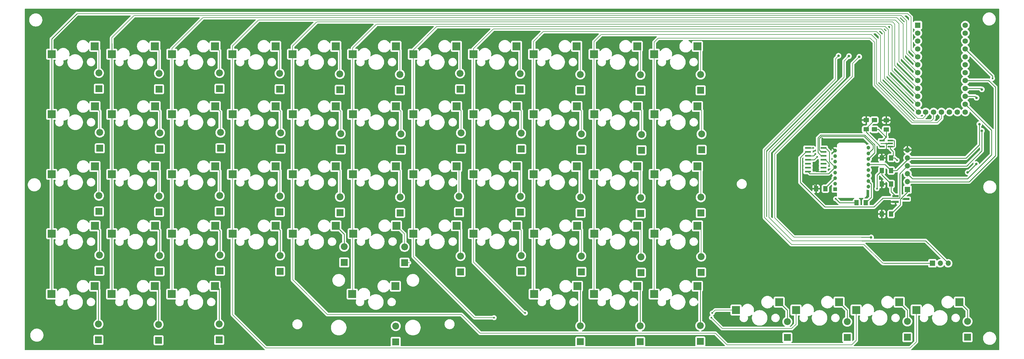
<source format=gbr>
G04 #@! TF.GenerationSoftware,KiCad,Pcbnew,(6.0.7)*
G04 #@! TF.CreationDate,2023-01-06T19:07:42-08:00*
G04 #@! TF.ProjectId,openot rev2,6f70656e-6f74-4207-9265-76322e6b6963,rev?*
G04 #@! TF.SameCoordinates,Original*
G04 #@! TF.FileFunction,Copper,L2,Bot*
G04 #@! TF.FilePolarity,Positive*
%FSLAX46Y46*%
G04 Gerber Fmt 4.6, Leading zero omitted, Abs format (unit mm)*
G04 Created by KiCad (PCBNEW (6.0.7)) date 2023-01-06 19:07:42*
%MOMM*%
%LPD*%
G01*
G04 APERTURE LIST*
G04 Aperture macros list*
%AMRoundRect*
0 Rectangle with rounded corners*
0 $1 Rounding radius*
0 $2 $3 $4 $5 $6 $7 $8 $9 X,Y pos of 4 corners*
0 Add a 4 corners polygon primitive as box body*
4,1,4,$2,$3,$4,$5,$6,$7,$8,$9,$2,$3,0*
0 Add four circle primitives for the rounded corners*
1,1,$1+$1,$2,$3*
1,1,$1+$1,$4,$5*
1,1,$1+$1,$6,$7*
1,1,$1+$1,$8,$9*
0 Add four rect primitives between the rounded corners*
20,1,$1+$1,$2,$3,$4,$5,0*
20,1,$1+$1,$4,$5,$6,$7,0*
20,1,$1+$1,$6,$7,$8,$9,0*
20,1,$1+$1,$8,$9,$2,$3,0*%
G04 Aperture macros list end*
G04 #@! TA.AperFunction,SMDPad,CuDef*
%ADD10R,2.550000X2.500000*%
G04 #@! TD*
G04 #@! TA.AperFunction,ComponentPad*
%ADD11R,2.200000X2.200000*%
G04 #@! TD*
G04 #@! TA.AperFunction,ComponentPad*
%ADD12O,2.200000X2.200000*%
G04 #@! TD*
G04 #@! TA.AperFunction,ComponentPad*
%ADD13R,1.752600X1.752600*%
G04 #@! TD*
G04 #@! TA.AperFunction,ComponentPad*
%ADD14C,1.752600*%
G04 #@! TD*
G04 #@! TA.AperFunction,ComponentPad*
%ADD15R,1.700000X1.700000*%
G04 #@! TD*
G04 #@! TA.AperFunction,ComponentPad*
%ADD16O,1.700000X1.700000*%
G04 #@! TD*
G04 #@! TA.AperFunction,ComponentPad*
%ADD17R,1.200000X1.200000*%
G04 #@! TD*
G04 #@! TA.AperFunction,ComponentPad*
%ADD18C,1.200000*%
G04 #@! TD*
G04 #@! TA.AperFunction,SMDPad,CuDef*
%ADD19RoundRect,0.250001X-0.462499X-0.624999X0.462499X-0.624999X0.462499X0.624999X-0.462499X0.624999X0*%
G04 #@! TD*
G04 #@! TA.AperFunction,SMDPad,CuDef*
%ADD20R,1.970000X0.600000*%
G04 #@! TD*
G04 #@! TA.AperFunction,SMDPad,CuDef*
%ADD21RoundRect,0.250001X0.462499X0.624999X-0.462499X0.624999X-0.462499X-0.624999X0.462499X-0.624999X0*%
G04 #@! TD*
G04 #@! TA.AperFunction,SMDPad,CuDef*
%ADD22R,2.000000X0.650000*%
G04 #@! TD*
G04 #@! TA.AperFunction,SMDPad,CuDef*
%ADD23R,1.800000X0.600000*%
G04 #@! TD*
G04 #@! TA.AperFunction,SMDPad,CuDef*
%ADD24RoundRect,0.250001X-0.624999X0.462499X-0.624999X-0.462499X0.624999X-0.462499X0.624999X0.462499X0*%
G04 #@! TD*
G04 #@! TA.AperFunction,SMDPad,CuDef*
%ADD25RoundRect,0.250001X0.624999X-0.462499X0.624999X0.462499X-0.624999X0.462499X-0.624999X-0.462499X0*%
G04 #@! TD*
G04 #@! TA.AperFunction,ViaPad*
%ADD26C,0.600000*%
G04 #@! TD*
G04 #@! TA.AperFunction,ViaPad*
%ADD27C,0.800000*%
G04 #@! TD*
G04 #@! TA.AperFunction,Conductor*
%ADD28C,0.200000*%
G04 #@! TD*
G04 #@! TA.AperFunction,Conductor*
%ADD29C,0.250000*%
G04 #@! TD*
G04 APERTURE END LIST*
D10*
X161343800Y-128613600D03*
X147493800Y-131153600D03*
D11*
X183400000Y-159572183D03*
D12*
X183400000Y-154492183D03*
D10*
X122578533Y-89942285D03*
X108728533Y-92482285D03*
X122558000Y-167120000D03*
X108708000Y-169660000D03*
D11*
X85437267Y-162190298D03*
D12*
X85437267Y-157110298D03*
D10*
X238686800Y-128613600D03*
X224836800Y-131153600D03*
D11*
X239869267Y-143561315D03*
D12*
X239869267Y-138481315D03*
D11*
X162623000Y-103964817D03*
D12*
X162623000Y-98884817D03*
D10*
X238864600Y-167120000D03*
X225014600Y-169660000D03*
X200083667Y-147676115D03*
X186233667Y-150216115D03*
D11*
X85564267Y-122769498D03*
D12*
X85564267Y-117689498D03*
D11*
X239813600Y-184990817D03*
D12*
X239813600Y-179910817D03*
D11*
X85280000Y-103620000D03*
D12*
X85280000Y-98540000D03*
D11*
X181957267Y-143561315D03*
D12*
X181957267Y-138481315D03*
D10*
X84000800Y-109309600D03*
X70150800Y-111849600D03*
X180647800Y-109309600D03*
X166797800Y-111849600D03*
X180470000Y-167120000D03*
X166620000Y-169660000D03*
D11*
X278604267Y-162698298D03*
D12*
X278604267Y-157618298D03*
D11*
X143349267Y-143216498D03*
D12*
X143349267Y-138136498D03*
D11*
X104868267Y-122896498D03*
D12*
X104868267Y-117816498D03*
D11*
X164020000Y-159500000D03*
D12*
X164020000Y-154420000D03*
D10*
X277371000Y-167120000D03*
X263521000Y-169660000D03*
D11*
X201393134Y-162496830D03*
D12*
X201393134Y-157416830D03*
D10*
X83970533Y-89942285D03*
X70120533Y-92482285D03*
X142039800Y-109309600D03*
X128189800Y-111849600D03*
D11*
X85310267Y-143089498D03*
D12*
X85310267Y-138009498D03*
D10*
X103254000Y-167120000D03*
X89404000Y-169660000D03*
D11*
X123888000Y-184392000D03*
D12*
X123888000Y-179312000D03*
D11*
X220535000Y-103874000D03*
D12*
X220535000Y-98794000D03*
D11*
X364095800Y-183539182D03*
D12*
X364095800Y-178459182D03*
D11*
X220819267Y-123023498D03*
D12*
X220819267Y-117943498D03*
D10*
X103304800Y-128613600D03*
X89454800Y-131153600D03*
X122608800Y-147714400D03*
X108758800Y-150254400D03*
X84000800Y-147714400D03*
X70150800Y-150254400D03*
D11*
X104457000Y-184519000D03*
D12*
X104457000Y-179439000D03*
D10*
X258117800Y-147714400D03*
X244267800Y-150254400D03*
X103304800Y-147714400D03*
X89454800Y-150254400D03*
D11*
X162653267Y-143434315D03*
D12*
X162653267Y-138354315D03*
D13*
X348142683Y-83151434D03*
D14*
X348142683Y-85691434D03*
X348142683Y-88231434D03*
X348142683Y-90771434D03*
X348142683Y-93311434D03*
X348142683Y-95851434D03*
X348142683Y-98391434D03*
X348142683Y-100931434D03*
X348142683Y-103471434D03*
X348142683Y-106011434D03*
X348142683Y-108551434D03*
X348371283Y-111091434D03*
X363382683Y-111091434D03*
X363382683Y-108551434D03*
X363382683Y-106011434D03*
X363382683Y-103471434D03*
X363382683Y-100931434D03*
X363382683Y-98391434D03*
X363382683Y-95851434D03*
X363382683Y-93311434D03*
X363382683Y-90771434D03*
X363382683Y-88231434D03*
X363382683Y-85691434D03*
X363382683Y-83151434D03*
X350682683Y-111091434D03*
X353222683Y-111091434D03*
X355762683Y-111091434D03*
X358302683Y-111091434D03*
X360842683Y-111091434D03*
D11*
X85153000Y-184392000D03*
D12*
X85153000Y-179312000D03*
D10*
X180779667Y-147676115D03*
X166929667Y-150216115D03*
D11*
X344791800Y-183539182D03*
D12*
X344791800Y-178459182D03*
D10*
X361495801Y-172250801D03*
X347645801Y-174790801D03*
X200048533Y-89942285D03*
X186198533Y-92482285D03*
D11*
X306260000Y-183630000D03*
D12*
X306260000Y-178550000D03*
D11*
X278447000Y-104128000D03*
D12*
X278447000Y-99048000D03*
D10*
X161313533Y-89942285D03*
X147463533Y-92482285D03*
D11*
X278731267Y-123277498D03*
D12*
X278731267Y-118197498D03*
D10*
X238686800Y-109309600D03*
X224836800Y-111849600D03*
X200078800Y-109309600D03*
X186228800Y-111849600D03*
D11*
X220565267Y-143343498D03*
D12*
X220565267Y-138263498D03*
D11*
X124172267Y-162190298D03*
D12*
X124172267Y-157110298D03*
D11*
X124015000Y-103620000D03*
D12*
X124015000Y-98540000D03*
D10*
X200078800Y-128613600D03*
X186228800Y-131153600D03*
D11*
X240123267Y-123241315D03*
D12*
X240123267Y-118161315D03*
D10*
X142009533Y-89942285D03*
X128159533Y-92482285D03*
X142039800Y-147714400D03*
X128189800Y-150254400D03*
X258117800Y-109309600D03*
X244267800Y-111849600D03*
X122608800Y-109309600D03*
X108758800Y-111849600D03*
X277421800Y-109309600D03*
X263571800Y-111849600D03*
X277391533Y-89942285D03*
X263541533Y-92482285D03*
D11*
X325487801Y-183629999D03*
D12*
X325487801Y-178549999D03*
D11*
X143603267Y-122896498D03*
D12*
X143603267Y-117816498D03*
D11*
X259143000Y-104218817D03*
D12*
X259143000Y-99138817D03*
D10*
X238656533Y-89942285D03*
X224806533Y-92482285D03*
D11*
X143319000Y-103747000D03*
D12*
X143319000Y-98667000D03*
D10*
X238818667Y-147676115D03*
X224968667Y-150216115D03*
X277421800Y-147714400D03*
X263571800Y-150254400D03*
D11*
X239839000Y-104091817D03*
D12*
X239839000Y-99011817D03*
D15*
X352816283Y-159757834D03*
D16*
X355356283Y-159757834D03*
X357896283Y-159757834D03*
D11*
X104614267Y-143216498D03*
D12*
X104614267Y-138136498D03*
D11*
X259300267Y-162789115D03*
D12*
X259300267Y-157709115D03*
D10*
X122608800Y-128613600D03*
X108758800Y-131153600D03*
D11*
X104584000Y-103747000D03*
D12*
X104584000Y-98667000D03*
D11*
X201231000Y-103747000D03*
D12*
X201231000Y-98667000D03*
D10*
X161343800Y-109309600D03*
X147493800Y-111849600D03*
X180617533Y-89942285D03*
X166767533Y-92482285D03*
X342191801Y-172250801D03*
X328341801Y-174790801D03*
D11*
X182211267Y-123241315D03*
D12*
X182211267Y-118161315D03*
D16*
X344840683Y-123334234D03*
X344840683Y-125874234D03*
X344840683Y-128414234D03*
X344840683Y-130954234D03*
X344840683Y-133494234D03*
D15*
X344840683Y-136034234D03*
D11*
X278477267Y-143597498D03*
D12*
X278477267Y-138517498D03*
D11*
X201515267Y-122896498D03*
D12*
X201515267Y-117816498D03*
D11*
X240128134Y-162496830D03*
D12*
X240128134Y-157416830D03*
D11*
X124045267Y-143089498D03*
D12*
X124045267Y-138009498D03*
D11*
X143476267Y-162317298D03*
D12*
X143476267Y-157237298D03*
D11*
X124299267Y-122769498D03*
D12*
X124299267Y-117689498D03*
D10*
X142039800Y-128613600D03*
X128189800Y-131153600D03*
X322887800Y-172250801D03*
X309037800Y-174790801D03*
X219387667Y-147676115D03*
X205537667Y-150216115D03*
X219352533Y-89942285D03*
X205502533Y-92482285D03*
D11*
X181927000Y-104091817D03*
D12*
X181927000Y-99011817D03*
D10*
X258067000Y-167120000D03*
X244217000Y-169660000D03*
X103274533Y-89942285D03*
X89424533Y-92482285D03*
X83950000Y-167120000D03*
X70100000Y-169660000D03*
X303660000Y-172250800D03*
X289810000Y-174790800D03*
D11*
X278320000Y-184900000D03*
D12*
X278320000Y-179820000D03*
D11*
X220824134Y-162369830D03*
D12*
X220824134Y-157289830D03*
D11*
X200900000Y-143322183D03*
D12*
X200900000Y-138242183D03*
D10*
X258117800Y-128613600D03*
X244267800Y-131153600D03*
X180647800Y-128613600D03*
X166797800Y-131153600D03*
X103304800Y-109309600D03*
X89454800Y-111849600D03*
D11*
X259016000Y-184990817D03*
D12*
X259016000Y-179910817D03*
D11*
X259427267Y-123368315D03*
D12*
X259427267Y-118288315D03*
D10*
X277421800Y-128613600D03*
X263571800Y-131153600D03*
X219382800Y-109309600D03*
X205532800Y-111849600D03*
X161343800Y-147714400D03*
X147493800Y-150254400D03*
D11*
X104741267Y-162317298D03*
D12*
X104741267Y-157237298D03*
D10*
X84000800Y-128613600D03*
X70150800Y-131153600D03*
D11*
X162907267Y-123114315D03*
D12*
X162907267Y-118034315D03*
D11*
X259173267Y-143688315D03*
D12*
X259173267Y-138608315D03*
D11*
X180580800Y-185029102D03*
D12*
X180580800Y-179949102D03*
D10*
X258087533Y-89942285D03*
X244237533Y-92482285D03*
X219382800Y-128613600D03*
X205532800Y-131153600D03*
D17*
X321576683Y-135952234D03*
D18*
X321576683Y-134172234D03*
X321576683Y-132392234D03*
X321576683Y-130612234D03*
X321576683Y-128832234D03*
X321576683Y-127052234D03*
X321576683Y-125272234D03*
X321576683Y-123492234D03*
X332276683Y-122602234D03*
X332276683Y-124382234D03*
X332276683Y-126162234D03*
X332276683Y-127942234D03*
X332276683Y-129722234D03*
X332276683Y-131502234D03*
X332276683Y-133282234D03*
X332276683Y-135062234D03*
D19*
X336588183Y-129928234D03*
X339563183Y-129928234D03*
D20*
X317840683Y-122674234D03*
X317840683Y-123944234D03*
X317840683Y-125214234D03*
X317840683Y-126484234D03*
X317840683Y-127754234D03*
X317840683Y-129024234D03*
X317840683Y-130294234D03*
X312890683Y-130294234D03*
X312890683Y-129024234D03*
X312890683Y-127754234D03*
X312890683Y-126484234D03*
X312890683Y-125214234D03*
X312890683Y-123944234D03*
X312890683Y-122674234D03*
D21*
X318481183Y-135770234D03*
X315506183Y-135770234D03*
D22*
X341005683Y-140034234D03*
X341005683Y-138134234D03*
X344425683Y-139084234D03*
D21*
X339563183Y-143898234D03*
X336588183Y-143898234D03*
D23*
X339315683Y-120284234D03*
X339315683Y-121234234D03*
X339315683Y-122184234D03*
X336715683Y-122184234D03*
X336715683Y-120284234D03*
D21*
X339563183Y-125864234D03*
X336588183Y-125864234D03*
D24*
X334215683Y-113696734D03*
X334215683Y-116671734D03*
D25*
X338015683Y-116721734D03*
X338015683Y-113746734D03*
X331565683Y-116671734D03*
X331565683Y-113696734D03*
D21*
X339563183Y-134246234D03*
X336588183Y-134246234D03*
D19*
X328478183Y-140284234D03*
X331453183Y-140284234D03*
D26*
X372120283Y-100279717D03*
X281900000Y-177250000D03*
D27*
X329346683Y-93311434D03*
X322691883Y-93006634D03*
D26*
X212150000Y-177250000D03*
X180470000Y-167120000D03*
D27*
X326044683Y-93108234D03*
D26*
X282150000Y-175750000D03*
D27*
X333156683Y-151426634D03*
D26*
X222150000Y-175750000D03*
D27*
X366650000Y-121250000D03*
D26*
X335765683Y-123934234D03*
X311865683Y-138134234D03*
X317465683Y-119584234D03*
X334615683Y-130034234D03*
X315665683Y-130184234D03*
X314199683Y-133992234D03*
D27*
X364150000Y-130500000D03*
D26*
X314565683Y-122684234D03*
D27*
X366887883Y-127804634D03*
D26*
X341514673Y-126626234D03*
X335027683Y-135770234D03*
X315865683Y-125484234D03*
X315265683Y-124584234D03*
D27*
X368716683Y-103827034D03*
X368716683Y-117136634D03*
D26*
X321778447Y-138996998D03*
X337965683Y-119134234D03*
D27*
X366989483Y-106519434D03*
X367900000Y-115000000D03*
D26*
X319665683Y-128484234D03*
D28*
X360752166Y-123397834D02*
X344399883Y-123397834D01*
X366191366Y-121708634D02*
X362441366Y-121708634D01*
X366650000Y-121250000D02*
X366191366Y-121708634D01*
X362441366Y-121708634D02*
X360752166Y-123397834D01*
D29*
X363573083Y-125937834D02*
X344399883Y-125937834D01*
X367900000Y-121610917D02*
X363573083Y-125937834D01*
X367900000Y-115000000D02*
X367900000Y-121610917D01*
X364192517Y-130500000D02*
X366887883Y-127804634D01*
X364150000Y-130500000D02*
X364192517Y-130500000D01*
X364398683Y-91787434D02*
X372120283Y-99509034D01*
X372120283Y-99509034D02*
X372120283Y-100279717D01*
D28*
X334883883Y-87825034D02*
X334325083Y-87266234D01*
X183400000Y-154492183D02*
X183400000Y-150296448D01*
X147493800Y-165093800D02*
X158650000Y-176250000D01*
X205502533Y-92482285D02*
X205502533Y-150180981D01*
D29*
X333156683Y-151426634D02*
X333105883Y-151375834D01*
D28*
X240123267Y-110746067D02*
X238686800Y-109309600D01*
D29*
X344791800Y-178459182D02*
X344791800Y-174850800D01*
D28*
X347645801Y-185004199D02*
X345670000Y-186980000D01*
X342884883Y-80078034D02*
X96530283Y-80078034D01*
X337576283Y-81475034D02*
X340929083Y-81475034D01*
X348142683Y-100931434D02*
X342097483Y-94886234D01*
X352460683Y-113987034D02*
X346872683Y-113987034D01*
X240128134Y-148985582D02*
X238818667Y-147676115D01*
X155204283Y-82110034D02*
X147463533Y-89850784D01*
X259427267Y-110619067D02*
X258117800Y-109309600D01*
D29*
X278320000Y-179820000D02*
X278320000Y-168069000D01*
D28*
X348142683Y-95851434D02*
X344535883Y-92244634D01*
X186198533Y-150180981D02*
X186233667Y-150216115D01*
D29*
X325487801Y-178549999D02*
X325487801Y-174850802D01*
D28*
X326900000Y-186000000D02*
X328341801Y-184558199D01*
X302270283Y-124502634D02*
X302219483Y-124502634D01*
X327162283Y-99610634D02*
X302270283Y-124502634D01*
X259427267Y-118288315D02*
X259427267Y-110619067D01*
X183400000Y-159572183D02*
X184972183Y-159572183D01*
X201650000Y-176250000D02*
X207650000Y-182250000D01*
X104614267Y-129923067D02*
X103304800Y-128613600D01*
X278477267Y-129669067D02*
X277421800Y-128613600D01*
X200900000Y-129434800D02*
X200078800Y-128613600D01*
X181957267Y-138481315D02*
X181957267Y-129923067D01*
X118686966Y-80713034D02*
X108728533Y-90671467D01*
D29*
X70120533Y-92482285D02*
X70120533Y-89720533D01*
X164020000Y-150390600D02*
X161343800Y-147714400D01*
D28*
X85310267Y-138009498D02*
X85310267Y-129923067D01*
X239839000Y-91124752D02*
X238656533Y-89942285D01*
X354391083Y-114545834D02*
X346364683Y-114545834D01*
X327162283Y-95495834D02*
X327162283Y-99610634D01*
X143603267Y-117816498D02*
X143603267Y-110873067D01*
X124015000Y-98540000D02*
X124015000Y-91378752D01*
X345958283Y-80509834D02*
X345958283Y-91127034D01*
X201393134Y-157416830D02*
X201393134Y-148985582D01*
X340929083Y-81475034D02*
X342097483Y-82643434D01*
D29*
X123020000Y-167120000D02*
X123900000Y-168000000D01*
X143476267Y-157237298D02*
X143476267Y-149150867D01*
D28*
X220824134Y-149112582D02*
X219387667Y-147676115D01*
X104614267Y-138136498D02*
X104614267Y-129923067D01*
X201515267Y-110746067D02*
X200078800Y-109309600D01*
X85564267Y-117689498D02*
X85564267Y-110873067D01*
X162653267Y-129923067D02*
X161343800Y-128613600D01*
X264832966Y-87317034D02*
X263541533Y-88608467D01*
D29*
X89424533Y-169639467D02*
X89404000Y-169660000D01*
D28*
X336204683Y-86504234D02*
X334934683Y-85234234D01*
X344891483Y-79443034D02*
X345958283Y-80509834D01*
X324469883Y-99915434D02*
X300390683Y-123994634D01*
X136535283Y-81475034D02*
X128159533Y-89850784D01*
X220565267Y-138263498D02*
X220565267Y-129796067D01*
X201231000Y-91124752D02*
X200048533Y-89942285D01*
X174381283Y-82872034D02*
X166767533Y-90485784D01*
D29*
X83950000Y-167120000D02*
X84020000Y-167120000D01*
X104457000Y-168323000D02*
X103254000Y-167120000D01*
D28*
X283109200Y-174790800D02*
X282150000Y-175750000D01*
X147463533Y-150224133D02*
X147493800Y-150254400D01*
X259173267Y-129669067D02*
X258117800Y-128613600D01*
X342097483Y-82643434D02*
X342097483Y-87113834D01*
X181957267Y-129923067D02*
X180647800Y-128613600D01*
X305783131Y-81475034D02*
X305775483Y-81475034D01*
X326044683Y-93108234D02*
X324469883Y-94683034D01*
X345670000Y-186980000D02*
X138880000Y-186980000D01*
X307858283Y-152493434D02*
X330159483Y-152493434D01*
X347645801Y-174790801D02*
X347645801Y-185004199D01*
X227915766Y-85234234D02*
X224806533Y-88343467D01*
X296580683Y-86148634D02*
X246501366Y-86148634D01*
X240123267Y-118161315D02*
X240123267Y-110746067D01*
X307604283Y-153712634D02*
X330870683Y-153712634D01*
X340776683Y-82846634D02*
X340776683Y-96105434D01*
X305775483Y-81475034D02*
X305064283Y-81475034D01*
D29*
X357896283Y-159757834D02*
X350631883Y-152493434D01*
D28*
X181927000Y-99011817D02*
X181927000Y-91251752D01*
D29*
X239813600Y-168086400D02*
X239813600Y-179910817D01*
X333105883Y-151375834D02*
X330007083Y-151375834D01*
D28*
X309037800Y-179362200D02*
X307650000Y-180750000D01*
X147463533Y-92482285D02*
X147463533Y-150224133D01*
X220565267Y-129796067D02*
X219382800Y-128613600D01*
X337703283Y-83634034D02*
X193685283Y-83634034D01*
X344535883Y-81729034D02*
X342884883Y-80078034D01*
X342097483Y-87113834D02*
X342097483Y-86047034D01*
X350682683Y-111091434D02*
X350682683Y-112259834D01*
X128159533Y-150224133D02*
X128189800Y-150254400D01*
X224806533Y-92482285D02*
X224806533Y-169451933D01*
X186198533Y-92482285D02*
X186198533Y-150180981D01*
X283150000Y-182250000D02*
X286900000Y-186000000D01*
X339862283Y-83354634D02*
X339862283Y-97731034D01*
X78242283Y-79443034D02*
X79206966Y-79443034D01*
D29*
X258900000Y-167953000D02*
X258900000Y-168000000D01*
D28*
X124299267Y-111000067D02*
X122608800Y-109309600D01*
X334934683Y-85234234D02*
X227915766Y-85234234D01*
X224806533Y-88343467D02*
X224806533Y-92482285D01*
D29*
X258067000Y-167120000D02*
X258900000Y-167953000D01*
X85153000Y-168253000D02*
X85153000Y-179312000D01*
D28*
X334274283Y-102455434D02*
X334274283Y-88688634D01*
X124045267Y-130050067D02*
X122608800Y-128613600D01*
X143349267Y-129923067D02*
X142039800Y-128613600D01*
X329346683Y-93311434D02*
X327162283Y-95495834D01*
X220819267Y-110746067D02*
X219382800Y-109309600D01*
X339862283Y-97731034D02*
X348142683Y-106011434D01*
D29*
X124172267Y-157110298D02*
X124172267Y-149277867D01*
X325487801Y-174850802D02*
X322887800Y-172250801D01*
X344791800Y-174850800D02*
X342191801Y-172250801D01*
D28*
X321675883Y-100525034D02*
X298917483Y-123283434D01*
D29*
X180950898Y-179949102D02*
X180580800Y-179949102D01*
D28*
X207650000Y-182250000D02*
X283150000Y-182250000D01*
X340776683Y-96105434D02*
X348142683Y-103471434D01*
X246501366Y-86148634D02*
X244237533Y-88412467D01*
X305064283Y-81475034D02*
X337525483Y-81475034D01*
X296580683Y-86148634D02*
X333207483Y-86148634D01*
X338693883Y-99102634D02*
X338693883Y-84624634D01*
X108728533Y-169639467D02*
X108708000Y-169660000D01*
X128189800Y-176289800D02*
X128189800Y-150254400D01*
X330870683Y-153712634D02*
X336915883Y-159757834D01*
X220819267Y-117943498D02*
X220819267Y-110746067D01*
X300390683Y-145025834D02*
X307858283Y-152493434D01*
X220535000Y-91124752D02*
X219352533Y-89942285D01*
X143319000Y-98667000D02*
X143319000Y-91251752D01*
X221900000Y-175750000D02*
X222150000Y-175750000D01*
D29*
X89424533Y-92482285D02*
X89424533Y-89024533D01*
D28*
X330159483Y-152493434D02*
X331124683Y-152493434D01*
X334883883Y-101998234D02*
X334883883Y-87825034D01*
X201231000Y-98667000D02*
X201231000Y-91124752D01*
D29*
X85437267Y-157110298D02*
X85437267Y-149150867D01*
D28*
X108728533Y-90671467D02*
X108728533Y-92482285D01*
X124045267Y-138009498D02*
X124045267Y-130050067D01*
X108728533Y-92482285D02*
X108728533Y-169639467D01*
X104584000Y-91251752D02*
X103274533Y-89942285D01*
D29*
X352816283Y-159757834D02*
X337373083Y-159757834D01*
X180470000Y-167120000D02*
X181020000Y-167120000D01*
D28*
X298917483Y-123283434D02*
X298917483Y-145025834D01*
X286900000Y-186000000D02*
X326900000Y-186000000D01*
X166767533Y-92482285D02*
X166767533Y-169512467D01*
X343418283Y-93667034D02*
X348142683Y-98391434D01*
D29*
X259016000Y-168116000D02*
X259016000Y-179910817D01*
X85437267Y-149150867D02*
X84000800Y-147714400D01*
D28*
X302219483Y-145178234D02*
X308417083Y-151375834D01*
X296580683Y-86148634D02*
X297291883Y-86148634D01*
X278447000Y-99048000D02*
X278447000Y-90997752D01*
X278731267Y-110619067D02*
X277421800Y-109309600D01*
X338693883Y-84624634D02*
X337703283Y-83634034D01*
X340040083Y-82110034D02*
X340776683Y-82846634D01*
X307650000Y-180750000D02*
X285400000Y-180750000D01*
X143319000Y-91251752D02*
X142009533Y-89942285D01*
X96530283Y-80078034D02*
X89424533Y-87183784D01*
X348142683Y-108551434D02*
X338693883Y-99102634D01*
X259143000Y-90997752D02*
X258087533Y-89942285D01*
X336204683Y-101185434D02*
X336204683Y-86504234D01*
D29*
X364095800Y-178459182D02*
X364095800Y-174850800D01*
D28*
X70120533Y-88529467D02*
X70120533Y-89720533D01*
X162623000Y-98884817D02*
X162623000Y-91251752D01*
X289810000Y-174790800D02*
X283109200Y-174790800D01*
D29*
X239900000Y-168000000D02*
X239813600Y-168086400D01*
X278320000Y-168069000D02*
X277371000Y-167120000D01*
D28*
X309037800Y-174790801D02*
X309037800Y-179362200D01*
D29*
X104741267Y-149150867D02*
X103304800Y-147714400D01*
D28*
X147493800Y-150254400D02*
X147493800Y-165093800D01*
X244237533Y-169639467D02*
X244217000Y-169660000D01*
X244237533Y-92482285D02*
X244237533Y-169639467D01*
X346872683Y-113987034D02*
X334883883Y-101998234D01*
X162907267Y-118034315D02*
X162907267Y-110873067D01*
X118686966Y-80713034D02*
X341386283Y-80713034D01*
X224806533Y-169451933D02*
X225014600Y-169660000D01*
X345958283Y-91127034D02*
X348142683Y-93311434D01*
X147463533Y-89850784D02*
X147463533Y-92482285D01*
X166767533Y-90485784D02*
X166767533Y-92482285D01*
X205537667Y-150216115D02*
X205537667Y-159387667D01*
X355762683Y-113174234D02*
X354391083Y-114545834D01*
X336915883Y-159757834D02*
X337373083Y-159757834D01*
X143349267Y-138136498D02*
X143349267Y-129923067D01*
X201393134Y-148985582D02*
X200083667Y-147676115D01*
D29*
X78242283Y-79443034D02*
X70120533Y-87564784D01*
D28*
X155204283Y-82110034D02*
X340040083Y-82110034D01*
X239869267Y-138481315D02*
X239869267Y-129796067D01*
X334274283Y-88688634D02*
X332902683Y-87317034D01*
X85310267Y-129923067D02*
X84000800Y-128613600D01*
X324469883Y-94683034D02*
X324469883Y-99915434D01*
X328341801Y-184558199D02*
X328341801Y-174790801D01*
D29*
X84020000Y-167120000D02*
X85153000Y-168253000D01*
D28*
X212150000Y-177250000D02*
X211900000Y-177250000D01*
X300390683Y-123994634D02*
X300390683Y-145025834D01*
D29*
X238864600Y-167120000D02*
X239020000Y-167120000D01*
X70120533Y-92482285D02*
X70120533Y-169639467D01*
X239020000Y-167120000D02*
X239900000Y-168000000D01*
D28*
X85280000Y-91251752D02*
X83970533Y-89942285D01*
X104584000Y-98667000D02*
X104584000Y-91251752D01*
D29*
X124172267Y-149277867D02*
X122608800Y-147714400D01*
D28*
X330007083Y-151375834D02*
X330921483Y-151375834D01*
X181927000Y-91251752D02*
X180617533Y-89942285D01*
X186233667Y-150216115D02*
X186233667Y-157583667D01*
X341386283Y-80713034D02*
X343418283Y-82745034D01*
X205900000Y-177250000D02*
X212150000Y-177250000D01*
X337474683Y-100194834D02*
X348371283Y-111091434D01*
X85564267Y-110873067D02*
X84000800Y-109309600D01*
D29*
X123900000Y-168000000D02*
X123888000Y-168012000D01*
D28*
X259143000Y-99138817D02*
X259143000Y-90997752D01*
X336382483Y-84396034D02*
X337474683Y-85488234D01*
X333207483Y-86148634D02*
X334883883Y-87825034D01*
X298917483Y-145025834D02*
X307604283Y-153712634D01*
X182211267Y-118161315D02*
X182211267Y-110873067D01*
X143603267Y-110873067D02*
X142039800Y-109309600D01*
X79206966Y-79443034D02*
X344891483Y-79443034D01*
X278731267Y-118197498D02*
X278731267Y-110619067D01*
X162907267Y-110873067D02*
X161343800Y-109309600D01*
X166767533Y-169512467D02*
X166620000Y-169660000D01*
X332902683Y-87317034D02*
X264832966Y-87317034D01*
X182211267Y-110873067D02*
X180647800Y-109309600D01*
X205537667Y-159387667D02*
X221900000Y-175750000D01*
D29*
X350631883Y-152493434D02*
X330159483Y-152493434D01*
D28*
X136535283Y-81475034D02*
X305064283Y-81475034D01*
X321675883Y-94022634D02*
X321675883Y-100525034D01*
X278447000Y-90997752D02*
X277391533Y-89942285D01*
X138880000Y-186980000D02*
X128189800Y-176289800D01*
X278477267Y-138517498D02*
X278477267Y-129669067D01*
X158650000Y-176250000D02*
X201650000Y-176250000D01*
X124299267Y-117689498D02*
X124299267Y-111000067D01*
X162623000Y-91251752D02*
X161313533Y-89942285D01*
D29*
X164020000Y-154420000D02*
X164020000Y-150390600D01*
D28*
X259173267Y-138608315D02*
X259173267Y-129669067D01*
X104868267Y-110873067D02*
X103304800Y-109309600D01*
D29*
X123888000Y-168012000D02*
X123888000Y-179312000D01*
D28*
X350682683Y-112259834D02*
X349819083Y-113123434D01*
X339379683Y-82872034D02*
X339862283Y-83354634D01*
X322691883Y-93006634D02*
X321675883Y-94022634D01*
X285400000Y-180750000D02*
X281900000Y-177250000D01*
D29*
X104741267Y-157237298D02*
X104741267Y-149150867D01*
D28*
X89424533Y-87183784D02*
X89424533Y-89024533D01*
X174381283Y-82872034D02*
X339379683Y-82872034D01*
X337474683Y-85488234D02*
X337474683Y-100194834D01*
X200900000Y-138242183D02*
X200900000Y-129434800D01*
X104868267Y-117816498D02*
X104868267Y-110873067D01*
X186233667Y-157583667D02*
X205900000Y-177250000D01*
X297291883Y-86148634D02*
X297756731Y-86148634D01*
D29*
X258900000Y-168000000D02*
X259016000Y-168116000D01*
D28*
X259300267Y-157709115D02*
X259300267Y-148896867D01*
D29*
X306260000Y-174850800D02*
X303660000Y-172250800D01*
D28*
X128159533Y-89850784D02*
X128159533Y-92482285D01*
X205502533Y-90765184D02*
X205502533Y-92482285D01*
X259300267Y-148896867D02*
X258117800Y-147714400D01*
D29*
X104457000Y-179439000D02*
X104457000Y-168323000D01*
D28*
X353222683Y-113225034D02*
X352460683Y-113987034D01*
X240128134Y-157416830D02*
X240128134Y-148985582D01*
X263541533Y-92482285D02*
X263541533Y-169639467D01*
X201515267Y-117816498D02*
X201515267Y-110746067D01*
X342097483Y-94886234D02*
X342097483Y-87113834D01*
X239869267Y-129796067D02*
X238686800Y-128613600D01*
D29*
X143476267Y-149150867D02*
X142039800Y-147714400D01*
D28*
X85280000Y-98540000D02*
X85280000Y-91251752D01*
X244237533Y-88412467D02*
X244237533Y-92482285D01*
D29*
X70120533Y-87564784D02*
X70120533Y-89720533D01*
D28*
X118628283Y-80713034D02*
X118686966Y-80713034D01*
X308417083Y-151375834D02*
X330007083Y-151375834D01*
D29*
X306260000Y-178550000D02*
X306260000Y-174850800D01*
X70120533Y-169639467D02*
X70100000Y-169660000D01*
D28*
X220824134Y-157289830D02*
X220824134Y-149112582D01*
X349819083Y-113123434D02*
X348142683Y-113123434D01*
X263541533Y-88608467D02*
X263541533Y-92482285D01*
X183400000Y-150296448D02*
X180779667Y-147676115D01*
D29*
X122558000Y-167120000D02*
X123020000Y-167120000D01*
D28*
X124015000Y-91378752D02*
X122578533Y-89942285D01*
X346364683Y-114545834D02*
X334274283Y-102455434D01*
D29*
X364095800Y-174850800D02*
X361495801Y-172250801D01*
D28*
X211871683Y-84396034D02*
X336382483Y-84396034D01*
X162653267Y-138354315D02*
X162653267Y-129923067D01*
X278604267Y-157618298D02*
X278604267Y-148896867D01*
X355762683Y-111091434D02*
X355762683Y-113174234D01*
X353222683Y-111091434D02*
X353222683Y-113225034D01*
D29*
X89424533Y-92482285D02*
X89424533Y-169639467D01*
D28*
X128159533Y-92482285D02*
X128159533Y-150224133D01*
X193685283Y-83634034D02*
X186198533Y-91120784D01*
X278604267Y-148896867D02*
X277421800Y-147714400D01*
X186198533Y-91120784D02*
X186198533Y-92482285D01*
X205502533Y-150180981D02*
X205537667Y-150216115D01*
X348142683Y-113123434D02*
X336204683Y-101185434D01*
X220535000Y-98794000D02*
X220535000Y-91124752D01*
X211871683Y-84396034D02*
X205502533Y-90765184D01*
X263541533Y-169639467D02*
X263521000Y-169660000D01*
X344535883Y-92244634D02*
X344535883Y-81729034D01*
X239839000Y-99011817D02*
X239839000Y-91124752D01*
X343418283Y-82745034D02*
X343418283Y-93667034D01*
X302219483Y-124502634D02*
X302219483Y-145178234D01*
D29*
X336588183Y-125864234D02*
X336588183Y-124756734D01*
X336588183Y-124756734D02*
X335765683Y-123934234D01*
X317840683Y-130294234D02*
X315775683Y-130294234D01*
X338015683Y-121684234D02*
X338465683Y-121234234D01*
X338465683Y-121234234D02*
X339315683Y-121234234D01*
X336588183Y-125864234D02*
X338015683Y-124436734D01*
X338015683Y-124436734D02*
X338015683Y-121684234D01*
X321576683Y-123492234D02*
X317668683Y-119584234D01*
X315506183Y-135770234D02*
X315506183Y-135298734D01*
X315775683Y-130294234D02*
X315665683Y-130184234D01*
X317668683Y-119584234D02*
X317465683Y-119584234D01*
X315506183Y-135298734D02*
X314199683Y-133992234D01*
X339315683Y-122884234D02*
X340240694Y-123809245D01*
X339315683Y-122184234D02*
X339315683Y-122884234D01*
X340465683Y-122184234D02*
X339315683Y-122184234D01*
X340540694Y-122109223D02*
X340465683Y-122184234D01*
X364398683Y-91787434D02*
X363382683Y-90771434D01*
X312900683Y-122684234D02*
X312890683Y-122674234D01*
X340540694Y-120359245D02*
X340540694Y-122109223D01*
X342558898Y-139127449D02*
X342883898Y-138802449D01*
X340240694Y-125186723D02*
X339563183Y-125864234D01*
X340465683Y-120284234D02*
X340540694Y-120359245D01*
X314565683Y-122684234D02*
X312900683Y-122684234D01*
X343165683Y-139084234D02*
X342883898Y-138802449D01*
X339563183Y-143898234D02*
X342558898Y-140902519D01*
X339315683Y-120284234D02*
X340465683Y-120284234D01*
X340752673Y-125864234D02*
X341514673Y-126626234D01*
X340240694Y-123809245D02*
X340240694Y-125186723D01*
X344840683Y-136845665D02*
X344840683Y-136034234D01*
X339277683Y-125578734D02*
X339563183Y-125864234D01*
X339563183Y-125864234D02*
X340752673Y-125864234D01*
X342883898Y-138802449D02*
X344840683Y-136845665D01*
X344425683Y-139084234D02*
X343165683Y-139084234D01*
X342558898Y-140902519D02*
X342558898Y-139127449D01*
X319489672Y-130919245D02*
X321576683Y-128832234D01*
X341000683Y-138134234D02*
X339563183Y-136696734D01*
X313515694Y-130919245D02*
X319489672Y-130919245D01*
X336588183Y-129928234D02*
X336588183Y-131271234D01*
X319765683Y-123914234D02*
X319765683Y-127021234D01*
X336588183Y-131271234D02*
X339563183Y-134246234D01*
X336588183Y-129928234D02*
X335027683Y-131488734D01*
X312890683Y-130294234D02*
X313515694Y-130919245D01*
X339563183Y-134246234D02*
X339563183Y-136696734D01*
X319765683Y-127021234D02*
X321576683Y-128832234D01*
X335027683Y-131488734D02*
X335027683Y-135770234D01*
X317840683Y-122674234D02*
X318525683Y-122674234D01*
X341005683Y-138134234D02*
X341000683Y-138134234D01*
X318525683Y-122674234D02*
X319765683Y-123914234D01*
X318481183Y-135487734D02*
X321576683Y-132392234D01*
X318481183Y-135770234D02*
X318481183Y-135487734D01*
X373085483Y-125061434D02*
X373085483Y-103115834D01*
X314865683Y-126484234D02*
X315865683Y-125484234D01*
X312890683Y-126484234D02*
X314865683Y-126484234D01*
X373085483Y-103115834D02*
X370901083Y-100931434D01*
X344399883Y-133557834D02*
X364589083Y-133557834D01*
X370901083Y-100931434D02*
X363382683Y-100931434D01*
X364589083Y-133557834D02*
X373085483Y-125061434D01*
X371815483Y-124858234D02*
X371815483Y-116984234D01*
X314635683Y-125214234D02*
X315265683Y-124584234D01*
X312890683Y-125214234D02*
X314635683Y-125214234D01*
X346415483Y-132529034D02*
X364144683Y-132529034D01*
X371815483Y-116984234D02*
X363382683Y-108551434D01*
X364144683Y-132529034D02*
X371815483Y-124858234D01*
X344840683Y-130954234D02*
X346415483Y-132529034D01*
X368716683Y-123588234D02*
X368716683Y-117136634D01*
X342330694Y-130924223D02*
X342330694Y-138719243D01*
X368716683Y-103827034D02*
X368361083Y-103471434D01*
X336939261Y-138784245D02*
X334089272Y-141634234D01*
X342330694Y-138719243D02*
X342265692Y-138784245D01*
X344399883Y-128477834D02*
X363827083Y-128477834D01*
X342265692Y-138784245D02*
X336939261Y-138784245D01*
X310389683Y-125760234D02*
X312205683Y-123944234D01*
X368462683Y-123842234D02*
X368716683Y-123588234D01*
X363827083Y-128477834D02*
X368462683Y-123842234D01*
X344840683Y-128414234D02*
X342330694Y-130924223D01*
X318285683Y-141634234D02*
X310389683Y-133738234D01*
X312205683Y-123944234D02*
X312890683Y-123944234D01*
X334089272Y-141634234D02*
X318285683Y-141634234D01*
X310389683Y-133738234D02*
X310389683Y-125760234D01*
X368361083Y-103471434D02*
X363382683Y-103471434D01*
X335503183Y-116671734D02*
X337965683Y-119134234D01*
X336715683Y-120284234D02*
X336815683Y-120284234D01*
X328478183Y-140284234D02*
X323065683Y-140284234D01*
X338015683Y-119084234D02*
X337965683Y-119134234D01*
X338015683Y-116721734D02*
X338015683Y-119084234D01*
X323065683Y-140284234D02*
X321778447Y-138996998D01*
X334215683Y-116671734D02*
X335503183Y-116671734D01*
X336815683Y-120284234D02*
X337965683Y-119134234D01*
X316530672Y-123319223D02*
X316530672Y-119594243D01*
X316530672Y-119594243D02*
X317165682Y-118959233D01*
X333757683Y-121800234D02*
X333757683Y-122901234D01*
X330916682Y-118959233D02*
X333757683Y-121800234D01*
X333757683Y-122901234D02*
X332276683Y-124382234D01*
X317165682Y-118959233D02*
X330916682Y-118959233D01*
X317155683Y-123944234D02*
X316530672Y-123319223D01*
X317840683Y-123944234D02*
X317155683Y-123944234D01*
X316065683Y-124124234D02*
X316065683Y-119422821D01*
X317155683Y-125214234D02*
X316065683Y-124124234D01*
X316979282Y-118509222D02*
X331103083Y-118509222D01*
X334265683Y-121671822D02*
X334265683Y-124173234D01*
X334265683Y-124173234D02*
X332276683Y-126162234D01*
X331103083Y-118509222D02*
X334265683Y-121671822D01*
X317840683Y-125214234D02*
X317155683Y-125214234D01*
X316065683Y-119422821D02*
X316979282Y-118509222D01*
X337577183Y-127942234D02*
X332276683Y-127942234D01*
X341336183Y-129928234D02*
X344840683Y-126423734D01*
X366481483Y-106011434D02*
X363382683Y-106011434D01*
X339563183Y-129928234D02*
X337577183Y-127942234D01*
X339563183Y-129928234D02*
X341336183Y-129928234D01*
X366989483Y-106519434D02*
X366481483Y-106011434D01*
X344840683Y-126423734D02*
X344840683Y-125874234D01*
X319665683Y-128484234D02*
X319665683Y-127624234D01*
X318525683Y-126484234D02*
X317840683Y-126484234D01*
X319665683Y-127624234D02*
X318525683Y-126484234D01*
X331565683Y-116671734D02*
X331565683Y-116346734D01*
X331565683Y-116671734D02*
X331565683Y-117569254D01*
X331565683Y-116346734D02*
X334215683Y-113696734D01*
X331565683Y-117569254D02*
X336180663Y-122184234D01*
X336180663Y-122184234D02*
X336715683Y-122184234D01*
X332276683Y-133282234D02*
X333201694Y-134207245D01*
X333201694Y-134207245D02*
X333201694Y-138535723D01*
X333201694Y-138535723D02*
X331453183Y-140284234D01*
G04 #@! TA.AperFunction,Conductor*
G36*
X374220904Y-77914136D02*
G01*
X374267397Y-77967792D01*
X374278783Y-78020134D01*
X374278783Y-187545934D01*
X374258781Y-187614055D01*
X374205125Y-187660548D01*
X374152783Y-187671934D01*
X346139008Y-187671934D01*
X346070887Y-187651932D01*
X346024394Y-187598276D01*
X346014290Y-187528002D01*
X346043784Y-187463422D01*
X346062303Y-187445973D01*
X346072072Y-187438477D01*
X346072075Y-187438474D01*
X346103987Y-187413987D01*
X346109017Y-187407432D01*
X346123452Y-187388621D01*
X346134319Y-187376230D01*
X348042035Y-185468514D01*
X348054426Y-185457647D01*
X348073238Y-185443212D01*
X348079788Y-185438186D01*
X348104275Y-185406274D01*
X348104279Y-185406270D01*
X348177325Y-185311075D01*
X348238639Y-185163050D01*
X348259552Y-185004199D01*
X348255379Y-184972500D01*
X348254301Y-184956055D01*
X348254301Y-184687316D01*
X362487300Y-184687316D01*
X362494055Y-184749498D01*
X362545185Y-184885887D01*
X362632539Y-185002443D01*
X362749095Y-185089797D01*
X362885484Y-185140927D01*
X362947666Y-185147682D01*
X365243934Y-185147682D01*
X365306116Y-185140927D01*
X365442505Y-185089797D01*
X365559061Y-185002443D01*
X365646415Y-184885887D01*
X365697545Y-184749498D01*
X365704300Y-184687316D01*
X365704300Y-184020537D01*
X369096626Y-184020537D01*
X369134151Y-184305568D01*
X369210012Y-184582870D01*
X369211696Y-184586818D01*
X369319823Y-184840316D01*
X369322806Y-184847310D01*
X369357918Y-184905978D01*
X369467932Y-185089797D01*
X369470444Y-185093995D01*
X369650196Y-185318362D01*
X369858734Y-185516257D01*
X370092200Y-185684020D01*
X370095995Y-185686029D01*
X370095996Y-185686030D01*
X370117752Y-185697549D01*
X370346275Y-185818546D01*
X370616256Y-185917345D01*
X370897147Y-185978589D01*
X370925724Y-185980838D01*
X371120165Y-185996141D01*
X371120174Y-185996141D01*
X371122622Y-185996334D01*
X371278154Y-185996334D01*
X371280290Y-185996188D01*
X371280301Y-185996188D01*
X371488431Y-185981999D01*
X371488437Y-185981998D01*
X371492708Y-185981707D01*
X371496903Y-185980838D01*
X371496905Y-185980838D01*
X371707485Y-185937229D01*
X371774225Y-185923408D01*
X372045226Y-185827441D01*
X372300695Y-185695584D01*
X372304196Y-185693123D01*
X372304200Y-185693121D01*
X372444580Y-185594460D01*
X372535906Y-185530275D01*
X372669351Y-185406270D01*
X372743362Y-185337495D01*
X372743364Y-185337492D01*
X372746505Y-185334574D01*
X372928596Y-185112102D01*
X373078810Y-184866976D01*
X373087266Y-184847714D01*
X373192640Y-184607664D01*
X373194366Y-184603732D01*
X373207337Y-184558199D01*
X373271951Y-184331368D01*
X373273127Y-184327240D01*
X373313634Y-184042618D01*
X373313728Y-184024785D01*
X373315118Y-183759417D01*
X373315118Y-183759410D01*
X373315140Y-183755131D01*
X373305565Y-183682397D01*
X373293619Y-183591664D01*
X373277615Y-183470100D01*
X373268489Y-183436739D01*
X373253600Y-183382317D01*
X373201754Y-183192798D01*
X373135773Y-183038109D01*
X373090646Y-182932310D01*
X373090644Y-182932306D01*
X373088960Y-182928358D01*
X372957362Y-182708474D01*
X372943526Y-182685355D01*
X372943523Y-182685351D01*
X372941322Y-182681673D01*
X372761570Y-182457306D01*
X372626222Y-182328866D01*
X372556141Y-182262361D01*
X372556138Y-182262359D01*
X372553032Y-182259411D01*
X372319566Y-182091648D01*
X372297726Y-182080084D01*
X372252484Y-182056130D01*
X372065491Y-181957122D01*
X371889428Y-181892692D01*
X371799541Y-181859798D01*
X371799539Y-181859797D01*
X371795510Y-181858323D01*
X371514619Y-181797079D01*
X371483568Y-181794635D01*
X371291601Y-181779527D01*
X371291592Y-181779527D01*
X371289144Y-181779334D01*
X371133612Y-181779334D01*
X371131476Y-181779480D01*
X371131465Y-181779480D01*
X370923335Y-181793669D01*
X370923329Y-181793670D01*
X370919058Y-181793961D01*
X370914863Y-181794830D01*
X370914861Y-181794830D01*
X370836842Y-181810987D01*
X370637541Y-181852260D01*
X370366540Y-181948227D01*
X370362731Y-181950193D01*
X370206116Y-182031028D01*
X370111071Y-182080084D01*
X370107570Y-182082545D01*
X370107566Y-182082547D01*
X370106778Y-182083101D01*
X369875860Y-182245393D01*
X369860775Y-182259411D01*
X369674587Y-182432428D01*
X369665261Y-182441094D01*
X369483170Y-182663566D01*
X369332956Y-182908692D01*
X369331230Y-182912625D01*
X369331229Y-182912626D01*
X369311575Y-182957400D01*
X369217400Y-183171936D01*
X369138639Y-183448428D01*
X369098132Y-183733050D01*
X369098110Y-183737339D01*
X369098109Y-183737346D01*
X369097357Y-183880968D01*
X369096626Y-184020537D01*
X365704300Y-184020537D01*
X365704300Y-182391048D01*
X365697545Y-182328866D01*
X365646415Y-182192477D01*
X365559061Y-182075921D01*
X365442505Y-181988567D01*
X365306116Y-181937437D01*
X365243934Y-181930682D01*
X362947666Y-181930682D01*
X362885484Y-181937437D01*
X362749095Y-181988567D01*
X362632539Y-182075921D01*
X362545185Y-182192477D01*
X362494055Y-182328866D01*
X362487300Y-182391048D01*
X362487300Y-184687316D01*
X348254301Y-184687316D01*
X348254301Y-176675301D01*
X348274303Y-176607180D01*
X348327959Y-176560687D01*
X348380301Y-176549301D01*
X348792678Y-176549301D01*
X348860799Y-176569303D01*
X348907292Y-176622959D01*
X348917396Y-176693233D01*
X348904995Y-176732404D01*
X348861724Y-176817513D01*
X348827518Y-176927673D01*
X348794896Y-177032731D01*
X348794895Y-177032737D01*
X348793312Y-177037834D01*
X348783089Y-177114969D01*
X348763702Y-177261247D01*
X348763001Y-177266533D01*
X348771655Y-177497069D01*
X348819029Y-177722851D01*
X348820987Y-177727810D01*
X348820988Y-177727812D01*
X348856331Y-177817306D01*
X348903768Y-177937423D01*
X348972936Y-178051408D01*
X349020679Y-178130086D01*
X349023448Y-178134650D01*
X349026944Y-178138679D01*
X349026945Y-178138680D01*
X349132150Y-178259918D01*
X349174648Y-178308893D01*
X349178778Y-178312279D01*
X349178779Y-178312280D01*
X349348916Y-178451785D01*
X349348922Y-178451789D01*
X349353044Y-178455169D01*
X349553536Y-178569295D01*
X349558552Y-178571116D01*
X349558557Y-178571118D01*
X349765376Y-178646190D01*
X349765380Y-178646191D01*
X349770391Y-178648010D01*
X349775640Y-178648959D01*
X349775643Y-178648960D01*
X349993324Y-178688323D01*
X349993331Y-178688324D01*
X349997408Y-178689061D01*
X350015145Y-178689897D01*
X350020093Y-178690131D01*
X350020100Y-178690131D01*
X350021581Y-178690201D01*
X350183726Y-178690201D01*
X350250682Y-178684520D01*
X350350363Y-178676062D01*
X350350367Y-178676061D01*
X350355674Y-178675611D01*
X350360829Y-178674273D01*
X350360835Y-178674272D01*
X350573804Y-178618996D01*
X350573808Y-178618995D01*
X350578973Y-178617654D01*
X350583839Y-178615462D01*
X350583842Y-178615461D01*
X350784450Y-178525094D01*
X350784452Y-178525093D01*
X350789316Y-178522902D01*
X350793736Y-178519926D01*
X350793740Y-178519924D01*
X350928739Y-178429036D01*
X350980686Y-178394063D01*
X351147613Y-178234823D01*
X351195023Y-178171102D01*
X351282138Y-178054015D01*
X351282140Y-178054012D01*
X351285322Y-178049735D01*
X351340106Y-177941983D01*
X351387459Y-177848847D01*
X351387459Y-177848846D01*
X351389878Y-177844089D01*
X351429145Y-177717631D01*
X351456706Y-177628871D01*
X351456707Y-177628865D01*
X351458290Y-177623768D01*
X351476777Y-177484280D01*
X351487901Y-177400354D01*
X351487901Y-177400349D01*
X351488601Y-177395069D01*
X351479947Y-177164533D01*
X351433905Y-176945099D01*
X351439492Y-176874324D01*
X351482457Y-176817804D01*
X351548430Y-176793533D01*
X351593058Y-176790413D01*
X351671629Y-176784919D01*
X351671635Y-176784918D01*
X351676013Y-176784612D01*
X351950771Y-176726210D01*
X351954900Y-176724707D01*
X351954904Y-176724706D01*
X352210582Y-176631647D01*
X352210586Y-176631645D01*
X352214727Y-176630138D01*
X352462743Y-176498265D01*
X352472172Y-176491415D01*
X352621486Y-176382932D01*
X352647128Y-176364302D01*
X352713996Y-176340443D01*
X352783148Y-176356524D01*
X352832628Y-176407438D01*
X352846727Y-176477021D01*
X352838341Y-176512621D01*
X352821171Y-176555988D01*
X352742865Y-176860971D01*
X352703401Y-177173363D01*
X352703401Y-177488239D01*
X352742865Y-177800631D01*
X352821171Y-178105614D01*
X352937085Y-178398378D01*
X352938987Y-178401837D01*
X352938988Y-178401840D01*
X353086868Y-178670832D01*
X353088777Y-178674305D01*
X353273856Y-178929045D01*
X353489403Y-179158579D01*
X353732019Y-179359288D01*
X353815436Y-179412226D01*
X353994529Y-179525882D01*
X353997877Y-179528007D01*
X354001456Y-179529691D01*
X354001463Y-179529695D01*
X354279195Y-179660385D01*
X354279199Y-179660387D01*
X354282785Y-179662074D01*
X354286555Y-179663299D01*
X354286558Y-179663300D01*
X354404535Y-179701633D01*
X354582249Y-179759376D01*
X354891547Y-179818378D01*
X354985101Y-179824264D01*
X355125159Y-179833076D01*
X355125175Y-179833077D01*
X355127154Y-179833201D01*
X355284448Y-179833201D01*
X355286427Y-179833077D01*
X355286443Y-179833076D01*
X355426501Y-179824264D01*
X355520055Y-179818378D01*
X355829353Y-179759376D01*
X356007067Y-179701633D01*
X356125044Y-179663300D01*
X356125047Y-179663299D01*
X356128817Y-179662074D01*
X356132403Y-179660387D01*
X356132407Y-179660385D01*
X356410139Y-179529695D01*
X356410146Y-179529691D01*
X356413725Y-179528007D01*
X356417074Y-179525882D01*
X356596166Y-179412226D01*
X356679583Y-179359288D01*
X356922199Y-179158579D01*
X357137746Y-178929045D01*
X357322825Y-178674305D01*
X357324735Y-178670832D01*
X357472614Y-178401840D01*
X357472615Y-178401837D01*
X357474517Y-178398378D01*
X357590431Y-178105614D01*
X357668737Y-177800631D01*
X357708201Y-177488239D01*
X357708201Y-177266533D01*
X358923001Y-177266533D01*
X358931655Y-177497069D01*
X358979029Y-177722851D01*
X358980987Y-177727810D01*
X358980988Y-177727812D01*
X359016331Y-177817306D01*
X359063768Y-177937423D01*
X359132936Y-178051408D01*
X359180679Y-178130086D01*
X359183448Y-178134650D01*
X359186944Y-178138679D01*
X359186945Y-178138680D01*
X359292150Y-178259918D01*
X359334648Y-178308893D01*
X359338778Y-178312279D01*
X359338779Y-178312280D01*
X359508916Y-178451785D01*
X359508922Y-178451789D01*
X359513044Y-178455169D01*
X359713536Y-178569295D01*
X359718552Y-178571116D01*
X359718557Y-178571118D01*
X359925376Y-178646190D01*
X359925380Y-178646191D01*
X359930391Y-178648010D01*
X359935640Y-178648959D01*
X359935643Y-178648960D01*
X360153324Y-178688323D01*
X360153331Y-178688324D01*
X360157408Y-178689061D01*
X360175145Y-178689897D01*
X360180093Y-178690131D01*
X360180100Y-178690131D01*
X360181581Y-178690201D01*
X360343726Y-178690201D01*
X360410682Y-178684520D01*
X360510363Y-178676062D01*
X360510367Y-178676061D01*
X360515674Y-178675611D01*
X360520829Y-178674273D01*
X360520835Y-178674272D01*
X360733804Y-178618996D01*
X360733808Y-178618995D01*
X360738973Y-178617654D01*
X360743839Y-178615462D01*
X360743842Y-178615461D01*
X360944450Y-178525094D01*
X360944452Y-178525093D01*
X360949316Y-178522902D01*
X360953736Y-178519926D01*
X360953740Y-178519924D01*
X361088739Y-178429036D01*
X361140686Y-178394063D01*
X361307613Y-178234823D01*
X361355023Y-178171102D01*
X361442138Y-178054015D01*
X361442140Y-178054012D01*
X361445322Y-178049735D01*
X361500106Y-177941983D01*
X361547459Y-177848847D01*
X361547459Y-177848846D01*
X361549878Y-177844089D01*
X361589145Y-177717631D01*
X361616706Y-177628871D01*
X361616707Y-177628865D01*
X361618290Y-177623768D01*
X361636777Y-177484280D01*
X361647901Y-177400354D01*
X361647901Y-177400349D01*
X361648601Y-177395069D01*
X361639947Y-177164533D01*
X361592573Y-176938751D01*
X361590614Y-176933789D01*
X361544693Y-176817512D01*
X361507834Y-176724179D01*
X361408092Y-176559809D01*
X361390923Y-176531515D01*
X361390922Y-176531514D01*
X361388154Y-176526952D01*
X361379962Y-176517512D01*
X361240454Y-176356742D01*
X361240452Y-176356740D01*
X361236954Y-176352709D01*
X361170218Y-176297989D01*
X361062686Y-176209817D01*
X361062680Y-176209813D01*
X361058558Y-176206433D01*
X360858066Y-176092307D01*
X360853050Y-176090486D01*
X360853045Y-176090484D01*
X360646226Y-176015412D01*
X360646222Y-176015411D01*
X360641211Y-176013592D01*
X360635962Y-176012643D01*
X360635959Y-176012642D01*
X360418278Y-175973279D01*
X360418271Y-175973278D01*
X360414194Y-175972541D01*
X360396457Y-175971705D01*
X360391509Y-175971471D01*
X360391502Y-175971471D01*
X360390021Y-175971401D01*
X360227876Y-175971401D01*
X360160920Y-175977082D01*
X360061239Y-175985540D01*
X360061235Y-175985541D01*
X360055928Y-175985991D01*
X360050773Y-175987329D01*
X360050767Y-175987330D01*
X359837798Y-176042606D01*
X359837794Y-176042607D01*
X359832629Y-176043948D01*
X359827763Y-176046140D01*
X359827760Y-176046141D01*
X359674201Y-176115314D01*
X359622286Y-176138700D01*
X359617866Y-176141676D01*
X359617862Y-176141678D01*
X359555019Y-176183987D01*
X359430916Y-176267539D01*
X359263989Y-176426779D01*
X359260802Y-176431063D01*
X359260801Y-176431064D01*
X359131263Y-176605170D01*
X359126280Y-176611867D01*
X359118043Y-176628068D01*
X359059676Y-176742868D01*
X359021724Y-176817513D01*
X358987518Y-176927673D01*
X358954896Y-177032731D01*
X358954895Y-177032737D01*
X358953312Y-177037834D01*
X358943089Y-177114969D01*
X358923702Y-177261247D01*
X358923001Y-177266533D01*
X357708201Y-177266533D01*
X357708201Y-177173363D01*
X357668737Y-176860971D01*
X357590431Y-176555988D01*
X357577175Y-176522506D01*
X357552523Y-176460243D01*
X357474517Y-176263224D01*
X357465281Y-176246424D01*
X357324734Y-175990769D01*
X357324732Y-175990766D01*
X357322825Y-175987297D01*
X357137746Y-175732557D01*
X356922199Y-175503023D01*
X356679583Y-175302314D01*
X356413725Y-175133595D01*
X356410146Y-175131911D01*
X356410139Y-175131907D01*
X356132407Y-175001217D01*
X356132403Y-175001215D01*
X356128817Y-174999528D01*
X355829353Y-174902226D01*
X355520055Y-174843224D01*
X355426501Y-174837338D01*
X355286443Y-174828526D01*
X355286427Y-174828525D01*
X355284448Y-174828401D01*
X355127154Y-174828401D01*
X355125175Y-174828525D01*
X355125159Y-174828526D01*
X354985101Y-174837338D01*
X354891547Y-174843224D01*
X354582249Y-174902226D01*
X354282785Y-174999528D01*
X354279199Y-175001215D01*
X354279195Y-175001217D01*
X354001463Y-175131907D01*
X354001456Y-175131911D01*
X353997877Y-175133595D01*
X353732019Y-175302314D01*
X353598250Y-175412977D01*
X353531214Y-175468434D01*
X353465977Y-175496444D01*
X353395952Y-175484737D01*
X353343372Y-175437030D01*
X353324932Y-175368470D01*
X353328642Y-175340867D01*
X353377554Y-175144694D01*
X353377555Y-175144689D01*
X353378618Y-175140425D01*
X353379514Y-175131907D01*
X353407520Y-174865437D01*
X353407520Y-174865434D01*
X353407979Y-174861068D01*
X353407356Y-174843223D01*
X353398330Y-174584740D01*
X353398329Y-174584734D01*
X353398176Y-174580343D01*
X353397413Y-174576012D01*
X353362412Y-174377514D01*
X353349399Y-174303714D01*
X353262598Y-174036566D01*
X353260668Y-174032607D01*
X353199980Y-173908181D01*
X353139461Y-173784099D01*
X353137006Y-173780460D01*
X353137003Y-173780454D01*
X353027774Y-173618516D01*
X352982386Y-173551225D01*
X352978323Y-173546712D01*
X352839110Y-173392101D01*
X352794430Y-173342479D01*
X352775993Y-173327008D01*
X352697504Y-173261148D01*
X352579251Y-173161922D01*
X352341037Y-173013070D01*
X352084426Y-172898819D01*
X351932977Y-172855392D01*
X351818638Y-172822606D01*
X351818637Y-172822606D01*
X351814411Y-172821394D01*
X351810061Y-172820783D01*
X351810058Y-172820782D01*
X351707111Y-172806314D01*
X351536249Y-172782301D01*
X351325655Y-172782301D01*
X351323469Y-172782454D01*
X351323465Y-172782454D01*
X351119974Y-172796683D01*
X351119969Y-172796684D01*
X351115589Y-172796990D01*
X350840831Y-172855392D01*
X350836702Y-172856895D01*
X350836698Y-172856896D01*
X350581020Y-172949955D01*
X350581016Y-172949957D01*
X350576875Y-172951464D01*
X350328859Y-173083337D01*
X350325300Y-173085923D01*
X350325298Y-173085924D01*
X350105174Y-173245853D01*
X350101609Y-173248443D01*
X350098445Y-173251499D01*
X350098442Y-173251501D01*
X350009665Y-173337232D01*
X349899549Y-173443570D01*
X349726613Y-173664919D01*
X349724417Y-173668723D01*
X349724412Y-173668730D01*
X349664420Y-173772640D01*
X349613037Y-173821633D01*
X349543324Y-173835069D01*
X349477413Y-173808683D01*
X349436231Y-173750850D01*
X349429301Y-173709640D01*
X349429301Y-173492667D01*
X349422546Y-173430485D01*
X349371416Y-173294096D01*
X349284062Y-173177540D01*
X349167506Y-173090186D01*
X349031117Y-173039056D01*
X348968935Y-173032301D01*
X346322667Y-173032301D01*
X346260485Y-173039056D01*
X346124096Y-173090186D01*
X346007540Y-173177540D01*
X345920186Y-173294096D01*
X345869056Y-173430485D01*
X345862301Y-173492667D01*
X345862301Y-176088935D01*
X345869056Y-176151117D01*
X345920186Y-176287506D01*
X346007540Y-176404062D01*
X346124096Y-176491416D01*
X346260485Y-176542546D01*
X346322667Y-176549301D01*
X346911301Y-176549301D01*
X346979422Y-176569303D01*
X347025915Y-176622959D01*
X347037301Y-176675301D01*
X347037301Y-184699960D01*
X347017299Y-184768081D01*
X347000396Y-184789055D01*
X345454856Y-186334595D01*
X345392544Y-186368621D01*
X345365761Y-186371500D01*
X327693239Y-186371500D01*
X327625118Y-186351498D01*
X327578625Y-186297842D01*
X327568521Y-186227568D01*
X327598015Y-186162988D01*
X327604144Y-186156405D01*
X328738035Y-185022514D01*
X328750426Y-185011647D01*
X328769238Y-184997212D01*
X328775788Y-184992186D01*
X328800275Y-184960274D01*
X328800279Y-184960270D01*
X328873325Y-184865075D01*
X328920100Y-184752150D01*
X328931479Y-184724679D01*
X328931480Y-184724676D01*
X328934639Y-184717049D01*
X328938553Y-184687316D01*
X343183300Y-184687316D01*
X343190055Y-184749498D01*
X343241185Y-184885887D01*
X343328539Y-185002443D01*
X343445095Y-185089797D01*
X343581484Y-185140927D01*
X343643666Y-185147682D01*
X345939934Y-185147682D01*
X346002116Y-185140927D01*
X346138505Y-185089797D01*
X346255061Y-185002443D01*
X346342415Y-184885887D01*
X346393545Y-184749498D01*
X346400300Y-184687316D01*
X346400300Y-182391048D01*
X346393545Y-182328866D01*
X346342415Y-182192477D01*
X346255061Y-182075921D01*
X346138505Y-181988567D01*
X346002116Y-181937437D01*
X345939934Y-181930682D01*
X343643666Y-181930682D01*
X343581484Y-181937437D01*
X343445095Y-181988567D01*
X343328539Y-182075921D01*
X343241185Y-182192477D01*
X343190055Y-182328866D01*
X343183300Y-182391048D01*
X343183300Y-184687316D01*
X328938553Y-184687316D01*
X328955552Y-184558199D01*
X328951379Y-184526500D01*
X328950301Y-184510055D01*
X328950301Y-176675301D01*
X328970303Y-176607180D01*
X329023959Y-176560687D01*
X329076301Y-176549301D01*
X329488678Y-176549301D01*
X329556799Y-176569303D01*
X329603292Y-176622959D01*
X329613396Y-176693233D01*
X329600995Y-176732404D01*
X329557724Y-176817513D01*
X329523518Y-176927673D01*
X329490896Y-177032731D01*
X329490895Y-177032737D01*
X329489312Y-177037834D01*
X329479089Y-177114969D01*
X329459702Y-177261247D01*
X329459001Y-177266533D01*
X329467655Y-177497069D01*
X329515029Y-177722851D01*
X329516987Y-177727810D01*
X329516988Y-177727812D01*
X329552331Y-177817306D01*
X329599768Y-177937423D01*
X329668936Y-178051408D01*
X329716679Y-178130086D01*
X329719448Y-178134650D01*
X329722944Y-178138679D01*
X329722945Y-178138680D01*
X329828150Y-178259918D01*
X329870648Y-178308893D01*
X329874778Y-178312279D01*
X329874779Y-178312280D01*
X330044916Y-178451785D01*
X330044922Y-178451789D01*
X330049044Y-178455169D01*
X330249536Y-178569295D01*
X330254552Y-178571116D01*
X330254557Y-178571118D01*
X330461376Y-178646190D01*
X330461380Y-178646191D01*
X330466391Y-178648010D01*
X330471640Y-178648959D01*
X330471643Y-178648960D01*
X330689324Y-178688323D01*
X330689331Y-178688324D01*
X330693408Y-178689061D01*
X330711145Y-178689897D01*
X330716093Y-178690131D01*
X330716100Y-178690131D01*
X330717581Y-178690201D01*
X330879726Y-178690201D01*
X330946682Y-178684520D01*
X331046363Y-178676062D01*
X331046367Y-178676061D01*
X331051674Y-178675611D01*
X331056829Y-178674273D01*
X331056835Y-178674272D01*
X331269804Y-178618996D01*
X331269808Y-178618995D01*
X331274973Y-178617654D01*
X331279839Y-178615462D01*
X331279842Y-178615461D01*
X331480450Y-178525094D01*
X331480452Y-178525093D01*
X331485316Y-178522902D01*
X331489736Y-178519926D01*
X331489740Y-178519924D01*
X331624739Y-178429036D01*
X331676686Y-178394063D01*
X331843613Y-178234823D01*
X331891023Y-178171102D01*
X331978138Y-178054015D01*
X331978140Y-178054012D01*
X331981322Y-178049735D01*
X332036106Y-177941983D01*
X332083459Y-177848847D01*
X332083459Y-177848846D01*
X332085878Y-177844089D01*
X332125145Y-177717631D01*
X332152706Y-177628871D01*
X332152707Y-177628865D01*
X332154290Y-177623768D01*
X332172777Y-177484280D01*
X332183901Y-177400354D01*
X332183901Y-177400349D01*
X332184601Y-177395069D01*
X332175947Y-177164533D01*
X332129905Y-176945099D01*
X332135492Y-176874324D01*
X332178457Y-176817804D01*
X332244430Y-176793533D01*
X332289058Y-176790413D01*
X332367629Y-176784919D01*
X332367635Y-176784918D01*
X332372013Y-176784612D01*
X332646771Y-176726210D01*
X332650900Y-176724707D01*
X332650904Y-176724706D01*
X332906582Y-176631647D01*
X332906586Y-176631645D01*
X332910727Y-176630138D01*
X333158743Y-176498265D01*
X333168172Y-176491415D01*
X333317486Y-176382932D01*
X333343128Y-176364302D01*
X333409996Y-176340443D01*
X333479148Y-176356524D01*
X333528628Y-176407438D01*
X333542727Y-176477021D01*
X333534341Y-176512621D01*
X333517171Y-176555988D01*
X333438865Y-176860971D01*
X333399401Y-177173363D01*
X333399401Y-177488239D01*
X333438865Y-177800631D01*
X333517171Y-178105614D01*
X333633085Y-178398378D01*
X333634987Y-178401837D01*
X333634988Y-178401840D01*
X333782868Y-178670832D01*
X333784777Y-178674305D01*
X333969856Y-178929045D01*
X334185403Y-179158579D01*
X334428019Y-179359288D01*
X334511436Y-179412226D01*
X334690529Y-179525882D01*
X334693877Y-179528007D01*
X334697456Y-179529691D01*
X334697463Y-179529695D01*
X334975195Y-179660385D01*
X334975199Y-179660387D01*
X334978785Y-179662074D01*
X334982555Y-179663299D01*
X334982558Y-179663300D01*
X335100535Y-179701633D01*
X335278249Y-179759376D01*
X335587547Y-179818378D01*
X335681101Y-179824264D01*
X335821159Y-179833076D01*
X335821175Y-179833077D01*
X335823154Y-179833201D01*
X335980448Y-179833201D01*
X335982427Y-179833077D01*
X335982443Y-179833076D01*
X336122501Y-179824264D01*
X336216055Y-179818378D01*
X336525353Y-179759376D01*
X336703067Y-179701633D01*
X336821044Y-179663300D01*
X336821047Y-179663299D01*
X336824817Y-179662074D01*
X336828403Y-179660387D01*
X336828407Y-179660385D01*
X337106139Y-179529695D01*
X337106146Y-179529691D01*
X337109725Y-179528007D01*
X337113074Y-179525882D01*
X337292166Y-179412226D01*
X337375583Y-179359288D01*
X337618199Y-179158579D01*
X337833746Y-178929045D01*
X338018825Y-178674305D01*
X338020735Y-178670832D01*
X338168614Y-178401840D01*
X338168615Y-178401837D01*
X338170517Y-178398378D01*
X338286431Y-178105614D01*
X338364737Y-177800631D01*
X338404201Y-177488239D01*
X338404201Y-177266533D01*
X339619001Y-177266533D01*
X339627655Y-177497069D01*
X339675029Y-177722851D01*
X339676987Y-177727810D01*
X339676988Y-177727812D01*
X339712331Y-177817306D01*
X339759768Y-177937423D01*
X339828936Y-178051408D01*
X339876679Y-178130086D01*
X339879448Y-178134650D01*
X339882944Y-178138679D01*
X339882945Y-178138680D01*
X339988150Y-178259918D01*
X340030648Y-178308893D01*
X340034778Y-178312279D01*
X340034779Y-178312280D01*
X340204916Y-178451785D01*
X340204922Y-178451789D01*
X340209044Y-178455169D01*
X340409536Y-178569295D01*
X340414552Y-178571116D01*
X340414557Y-178571118D01*
X340621376Y-178646190D01*
X340621380Y-178646191D01*
X340626391Y-178648010D01*
X340631640Y-178648959D01*
X340631643Y-178648960D01*
X340849324Y-178688323D01*
X340849331Y-178688324D01*
X340853408Y-178689061D01*
X340871145Y-178689897D01*
X340876093Y-178690131D01*
X340876100Y-178690131D01*
X340877581Y-178690201D01*
X341039726Y-178690201D01*
X341106682Y-178684520D01*
X341206363Y-178676062D01*
X341206367Y-178676061D01*
X341211674Y-178675611D01*
X341216829Y-178674273D01*
X341216835Y-178674272D01*
X341429804Y-178618996D01*
X341429808Y-178618995D01*
X341434973Y-178617654D01*
X341439839Y-178615462D01*
X341439842Y-178615461D01*
X341640450Y-178525094D01*
X341640452Y-178525093D01*
X341645316Y-178522902D01*
X341649736Y-178519926D01*
X341649740Y-178519924D01*
X341784739Y-178429036D01*
X341836686Y-178394063D01*
X342003613Y-178234823D01*
X342051023Y-178171102D01*
X342138138Y-178054015D01*
X342138140Y-178054012D01*
X342141322Y-178049735D01*
X342196106Y-177941983D01*
X342243459Y-177848847D01*
X342243459Y-177848846D01*
X342245878Y-177844089D01*
X342285145Y-177717631D01*
X342312706Y-177628871D01*
X342312707Y-177628865D01*
X342314290Y-177623768D01*
X342332777Y-177484280D01*
X342343901Y-177400354D01*
X342343901Y-177400349D01*
X342344601Y-177395069D01*
X342335947Y-177164533D01*
X342288573Y-176938751D01*
X342286614Y-176933789D01*
X342240693Y-176817512D01*
X342203834Y-176724179D01*
X342104092Y-176559809D01*
X342086923Y-176531515D01*
X342086922Y-176531514D01*
X342084154Y-176526952D01*
X342075962Y-176517512D01*
X341936454Y-176356742D01*
X341936452Y-176356740D01*
X341932954Y-176352709D01*
X341866218Y-176297989D01*
X341758686Y-176209817D01*
X341758680Y-176209813D01*
X341754558Y-176206433D01*
X341554066Y-176092307D01*
X341549050Y-176090486D01*
X341549045Y-176090484D01*
X341342226Y-176015412D01*
X341342222Y-176015411D01*
X341337211Y-176013592D01*
X341331962Y-176012643D01*
X341331959Y-176012642D01*
X341114278Y-175973279D01*
X341114271Y-175973278D01*
X341110194Y-175972541D01*
X341092457Y-175971705D01*
X341087509Y-175971471D01*
X341087502Y-175971471D01*
X341086021Y-175971401D01*
X340923876Y-175971401D01*
X340856920Y-175977082D01*
X340757239Y-175985540D01*
X340757235Y-175985541D01*
X340751928Y-175985991D01*
X340746773Y-175987329D01*
X340746767Y-175987330D01*
X340533798Y-176042606D01*
X340533794Y-176042607D01*
X340528629Y-176043948D01*
X340523763Y-176046140D01*
X340523760Y-176046141D01*
X340370201Y-176115314D01*
X340318286Y-176138700D01*
X340313866Y-176141676D01*
X340313862Y-176141678D01*
X340251019Y-176183987D01*
X340126916Y-176267539D01*
X339959989Y-176426779D01*
X339956802Y-176431063D01*
X339956801Y-176431064D01*
X339827263Y-176605170D01*
X339822280Y-176611867D01*
X339814043Y-176628068D01*
X339755676Y-176742868D01*
X339717724Y-176817513D01*
X339683518Y-176927673D01*
X339650896Y-177032731D01*
X339650895Y-177032737D01*
X339649312Y-177037834D01*
X339639089Y-177114969D01*
X339619702Y-177261247D01*
X339619001Y-177266533D01*
X338404201Y-177266533D01*
X338404201Y-177173363D01*
X338364737Y-176860971D01*
X338286431Y-176555988D01*
X338273175Y-176522506D01*
X338248523Y-176460243D01*
X338170517Y-176263224D01*
X338161281Y-176246424D01*
X338020734Y-175990769D01*
X338020732Y-175990766D01*
X338018825Y-175987297D01*
X337833746Y-175732557D01*
X337618199Y-175503023D01*
X337375583Y-175302314D01*
X337109725Y-175133595D01*
X337106146Y-175131911D01*
X337106139Y-175131907D01*
X336828407Y-175001217D01*
X336828403Y-175001215D01*
X336824817Y-174999528D01*
X336525353Y-174902226D01*
X336216055Y-174843224D01*
X336122501Y-174837338D01*
X335982443Y-174828526D01*
X335982427Y-174828525D01*
X335980448Y-174828401D01*
X335823154Y-174828401D01*
X335821175Y-174828525D01*
X335821159Y-174828526D01*
X335681101Y-174837338D01*
X335587547Y-174843224D01*
X335278249Y-174902226D01*
X334978785Y-174999528D01*
X334975199Y-175001215D01*
X334975195Y-175001217D01*
X334697463Y-175131907D01*
X334697456Y-175131911D01*
X334693877Y-175133595D01*
X334428019Y-175302314D01*
X334294250Y-175412977D01*
X334227214Y-175468434D01*
X334161977Y-175496444D01*
X334091952Y-175484737D01*
X334039372Y-175437030D01*
X334020932Y-175368470D01*
X334024642Y-175340867D01*
X334073554Y-175144694D01*
X334073555Y-175144689D01*
X334074618Y-175140425D01*
X334075514Y-175131907D01*
X334103520Y-174865437D01*
X334103520Y-174865434D01*
X334103979Y-174861068D01*
X334103356Y-174843223D01*
X334094330Y-174584740D01*
X334094329Y-174584734D01*
X334094176Y-174580343D01*
X334093413Y-174576012D01*
X334058412Y-174377514D01*
X334045399Y-174303714D01*
X333958598Y-174036566D01*
X333956668Y-174032607D01*
X333895980Y-173908181D01*
X333835461Y-173784099D01*
X333833006Y-173780460D01*
X333833003Y-173780454D01*
X333723774Y-173618516D01*
X333678386Y-173551225D01*
X333674323Y-173546712D01*
X333535110Y-173392101D01*
X333490430Y-173342479D01*
X333471993Y-173327008D01*
X333393504Y-173261148D01*
X333275251Y-173161922D01*
X333037037Y-173013070D01*
X332780426Y-172898819D01*
X332628977Y-172855392D01*
X332514638Y-172822606D01*
X332514637Y-172822606D01*
X332510411Y-172821394D01*
X332506061Y-172820783D01*
X332506058Y-172820782D01*
X332403111Y-172806314D01*
X332232249Y-172782301D01*
X332021655Y-172782301D01*
X332019469Y-172782454D01*
X332019465Y-172782454D01*
X331815974Y-172796683D01*
X331815969Y-172796684D01*
X331811589Y-172796990D01*
X331536831Y-172855392D01*
X331532702Y-172856895D01*
X331532698Y-172856896D01*
X331277020Y-172949955D01*
X331277016Y-172949957D01*
X331272875Y-172951464D01*
X331024859Y-173083337D01*
X331021300Y-173085923D01*
X331021298Y-173085924D01*
X330801174Y-173245853D01*
X330797609Y-173248443D01*
X330794445Y-173251499D01*
X330794442Y-173251501D01*
X330705665Y-173337232D01*
X330595549Y-173443570D01*
X330422613Y-173664919D01*
X330420417Y-173668723D01*
X330420412Y-173668730D01*
X330360420Y-173772640D01*
X330309037Y-173821633D01*
X330239324Y-173835069D01*
X330173413Y-173808683D01*
X330132231Y-173750850D01*
X330125301Y-173709640D01*
X330125301Y-173492667D01*
X330118546Y-173430485D01*
X330067416Y-173294096D01*
X329980062Y-173177540D01*
X329863506Y-173090186D01*
X329727117Y-173039056D01*
X329664935Y-173032301D01*
X327018667Y-173032301D01*
X326956485Y-173039056D01*
X326820096Y-173090186D01*
X326703540Y-173177540D01*
X326616186Y-173294096D01*
X326565056Y-173430485D01*
X326558301Y-173492667D01*
X326558301Y-176088935D01*
X326565056Y-176151117D01*
X326616186Y-176287506D01*
X326703540Y-176404062D01*
X326820096Y-176491416D01*
X326956485Y-176542546D01*
X327018667Y-176549301D01*
X327607301Y-176549301D01*
X327675422Y-176569303D01*
X327721915Y-176622959D01*
X327733301Y-176675301D01*
X327733301Y-184253960D01*
X327713299Y-184322081D01*
X327696396Y-184343055D01*
X327311396Y-184728055D01*
X327249084Y-184762081D01*
X327178269Y-184757016D01*
X327121433Y-184714469D01*
X327096622Y-184647949D01*
X327096301Y-184638960D01*
X327096301Y-182481865D01*
X327089546Y-182419683D01*
X327038416Y-182283294D01*
X326951062Y-182166738D01*
X326834506Y-182079384D01*
X326698117Y-182028254D01*
X326635935Y-182021499D01*
X324339667Y-182021499D01*
X324277485Y-182028254D01*
X324141096Y-182079384D01*
X324024540Y-182166738D01*
X323937186Y-182283294D01*
X323886056Y-182419683D01*
X323879301Y-182481865D01*
X323879301Y-184778133D01*
X323886056Y-184840315D01*
X323937186Y-184976704D01*
X324024540Y-185093260D01*
X324031720Y-185098641D01*
X324031721Y-185098642D01*
X324119827Y-185164674D01*
X324162342Y-185221533D01*
X324167368Y-185292352D01*
X324133308Y-185354645D01*
X324070976Y-185388635D01*
X324044262Y-185391500D01*
X307703540Y-185391500D01*
X307635419Y-185371498D01*
X307588926Y-185317842D01*
X307578822Y-185247568D01*
X307608316Y-185182988D01*
X307627975Y-185164674D01*
X307693694Y-185115420D01*
X307723261Y-185093261D01*
X307810615Y-184976705D01*
X307861745Y-184840316D01*
X307868500Y-184778134D01*
X307868500Y-182481866D01*
X307861745Y-182419684D01*
X307810615Y-182283295D01*
X307723261Y-182166739D01*
X307606705Y-182079385D01*
X307470316Y-182028255D01*
X307408134Y-182021500D01*
X305111866Y-182021500D01*
X305049684Y-182028255D01*
X304913295Y-182079385D01*
X304796739Y-182166739D01*
X304709385Y-182283295D01*
X304658255Y-182419684D01*
X304651500Y-182481866D01*
X304651500Y-184778134D01*
X304658255Y-184840316D01*
X304709385Y-184976705D01*
X304796739Y-185093261D01*
X304826306Y-185115420D01*
X304892025Y-185164674D01*
X304934540Y-185221533D01*
X304939566Y-185292352D01*
X304905506Y-185354645D01*
X304843175Y-185388635D01*
X304816460Y-185391500D01*
X287204239Y-185391500D01*
X287136118Y-185371498D01*
X287115144Y-185354595D01*
X283614315Y-181853766D01*
X283603448Y-181841375D01*
X283589013Y-181822563D01*
X283583987Y-181816013D01*
X283552075Y-181791526D01*
X283552072Y-181791523D01*
X283456876Y-181718476D01*
X283308851Y-181657162D01*
X283300664Y-181656084D01*
X283300663Y-181656084D01*
X283289458Y-181654609D01*
X283258262Y-181650502D01*
X283189885Y-181641500D01*
X283189882Y-181641500D01*
X283189874Y-181641499D01*
X283158189Y-181637328D01*
X283150000Y-181636250D01*
X283118307Y-181640422D01*
X283101864Y-181641500D01*
X278687740Y-181641500D01*
X278619619Y-181621498D01*
X278573126Y-181567842D01*
X278563022Y-181497568D01*
X278592516Y-181432988D01*
X278658326Y-181392981D01*
X278780082Y-181363750D01*
X278818591Y-181354505D01*
X278823164Y-181352611D01*
X279047928Y-181259511D01*
X279047932Y-181259509D01*
X279052502Y-181257616D01*
X279268376Y-181125328D01*
X279460898Y-180960898D01*
X279625328Y-180768376D01*
X279757616Y-180552502D01*
X279797545Y-180456106D01*
X279852611Y-180323164D01*
X279852612Y-180323162D01*
X279854505Y-180318591D01*
X279889818Y-180171502D01*
X279912454Y-180077216D01*
X279912455Y-180077210D01*
X279913609Y-180072403D01*
X279933474Y-179820000D01*
X279913609Y-179567597D01*
X279904510Y-179529694D01*
X279863599Y-179359288D01*
X279854505Y-179321409D01*
X279836494Y-179277927D01*
X279759511Y-179092072D01*
X279759509Y-179092068D01*
X279757616Y-179087498D01*
X279625328Y-178871624D01*
X279480692Y-178702278D01*
X279464106Y-178682858D01*
X279460898Y-178679102D01*
X279455282Y-178674305D01*
X279400843Y-178627810D01*
X279268376Y-178514672D01*
X279052502Y-178382384D01*
X279047925Y-178380488D01*
X279031280Y-178373593D01*
X278976000Y-178329044D01*
X278953500Y-178257185D01*
X278953500Y-177238640D01*
X281086463Y-177238640D01*
X281104163Y-177419160D01*
X281161418Y-177591273D01*
X281165065Y-177597295D01*
X281165066Y-177597297D01*
X281246193Y-177731254D01*
X281255380Y-177746424D01*
X281260269Y-177751487D01*
X281260270Y-177751488D01*
X281303926Y-177796695D01*
X281381382Y-177876902D01*
X281418996Y-177901516D01*
X281520850Y-177968167D01*
X281533159Y-177976222D01*
X281539763Y-177978678D01*
X281539765Y-177978679D01*
X281696558Y-178036990D01*
X281696560Y-178036990D01*
X281703168Y-178039448D01*
X281710153Y-178040380D01*
X281710157Y-178040381D01*
X281758536Y-178046836D01*
X281805986Y-178053167D01*
X281870862Y-178082003D01*
X281878416Y-178088965D01*
X284935685Y-181146234D01*
X284946552Y-181158625D01*
X284966013Y-181183987D01*
X284997925Y-181208474D01*
X284997928Y-181208477D01*
X285061968Y-181257616D01*
X285093125Y-181281524D01*
X285100751Y-181284683D01*
X285100753Y-181284684D01*
X285233521Y-181339678D01*
X285241150Y-181342838D01*
X285360115Y-181358500D01*
X285360120Y-181358500D01*
X285360129Y-181358501D01*
X285391812Y-181362672D01*
X285400000Y-181363750D01*
X285431693Y-181359578D01*
X285448136Y-181358500D01*
X307601864Y-181358500D01*
X307618307Y-181359578D01*
X307650000Y-181363750D01*
X307658189Y-181362672D01*
X307689874Y-181358501D01*
X307689884Y-181358500D01*
X307689885Y-181358500D01*
X307689901Y-181358498D01*
X307792724Y-181344961D01*
X307800664Y-181343916D01*
X307800666Y-181343916D01*
X307808851Y-181342838D01*
X307956876Y-181281524D01*
X307988034Y-181257616D01*
X308052072Y-181208477D01*
X308052075Y-181208474D01*
X308077434Y-181189015D01*
X308083987Y-181183987D01*
X308089017Y-181177432D01*
X308103452Y-181158621D01*
X308114319Y-181146230D01*
X309434034Y-179826515D01*
X309446425Y-179815648D01*
X309465237Y-179801213D01*
X309471787Y-179796187D01*
X309496274Y-179764275D01*
X309496278Y-179764271D01*
X309569324Y-179669076D01*
X309630638Y-179521051D01*
X309651551Y-179362200D01*
X309647378Y-179330501D01*
X309646300Y-179314056D01*
X309646300Y-176675301D01*
X309666302Y-176607180D01*
X309719958Y-176560687D01*
X309772300Y-176549301D01*
X310184677Y-176549301D01*
X310252798Y-176569303D01*
X310299291Y-176622959D01*
X310309395Y-176693233D01*
X310296994Y-176732404D01*
X310253723Y-176817513D01*
X310219517Y-176927673D01*
X310186895Y-177032731D01*
X310186894Y-177032737D01*
X310185311Y-177037834D01*
X310175088Y-177114969D01*
X310155701Y-177261247D01*
X310155000Y-177266533D01*
X310163654Y-177497069D01*
X310211028Y-177722851D01*
X310212986Y-177727810D01*
X310212987Y-177727812D01*
X310248330Y-177817306D01*
X310295767Y-177937423D01*
X310364935Y-178051408D01*
X310412678Y-178130086D01*
X310415447Y-178134650D01*
X310418943Y-178138679D01*
X310418944Y-178138680D01*
X310524149Y-178259918D01*
X310566647Y-178308893D01*
X310570777Y-178312279D01*
X310570778Y-178312280D01*
X310740915Y-178451785D01*
X310740921Y-178451789D01*
X310745043Y-178455169D01*
X310945535Y-178569295D01*
X310950551Y-178571116D01*
X310950556Y-178571118D01*
X311157375Y-178646190D01*
X311157379Y-178646191D01*
X311162390Y-178648010D01*
X311167639Y-178648959D01*
X311167642Y-178648960D01*
X311385323Y-178688323D01*
X311385330Y-178688324D01*
X311389407Y-178689061D01*
X311407144Y-178689897D01*
X311412092Y-178690131D01*
X311412099Y-178690131D01*
X311413580Y-178690201D01*
X311575725Y-178690201D01*
X311642681Y-178684520D01*
X311742362Y-178676062D01*
X311742366Y-178676061D01*
X311747673Y-178675611D01*
X311752828Y-178674273D01*
X311752834Y-178674272D01*
X311965803Y-178618996D01*
X311965807Y-178618995D01*
X311970972Y-178617654D01*
X311975838Y-178615462D01*
X311975841Y-178615461D01*
X312176449Y-178525094D01*
X312176451Y-178525093D01*
X312181315Y-178522902D01*
X312185735Y-178519926D01*
X312185739Y-178519924D01*
X312320738Y-178429036D01*
X312372685Y-178394063D01*
X312539612Y-178234823D01*
X312587022Y-178171102D01*
X312674137Y-178054015D01*
X312674139Y-178054012D01*
X312677321Y-178049735D01*
X312732105Y-177941983D01*
X312779458Y-177848847D01*
X312779458Y-177848846D01*
X312781877Y-177844089D01*
X312821144Y-177717631D01*
X312848705Y-177628871D01*
X312848706Y-177628865D01*
X312850289Y-177623768D01*
X312868776Y-177484280D01*
X312879900Y-177400354D01*
X312879900Y-177400349D01*
X312880600Y-177395069D01*
X312871946Y-177164533D01*
X312825904Y-176945099D01*
X312831491Y-176874324D01*
X312874456Y-176817804D01*
X312940429Y-176793533D01*
X312985057Y-176790413D01*
X313063628Y-176784919D01*
X313063634Y-176784918D01*
X313068012Y-176784612D01*
X313342770Y-176726210D01*
X313346899Y-176724707D01*
X313346903Y-176724706D01*
X313602581Y-176631647D01*
X313602585Y-176631645D01*
X313606726Y-176630138D01*
X313854742Y-176498265D01*
X313864171Y-176491415D01*
X314013485Y-176382932D01*
X314039127Y-176364302D01*
X314105995Y-176340443D01*
X314175147Y-176356524D01*
X314224627Y-176407438D01*
X314238726Y-176477021D01*
X314230340Y-176512621D01*
X314213170Y-176555988D01*
X314134864Y-176860971D01*
X314095400Y-177173363D01*
X314095400Y-177488239D01*
X314134864Y-177800631D01*
X314213170Y-178105614D01*
X314329084Y-178398378D01*
X314330986Y-178401837D01*
X314330987Y-178401840D01*
X314478867Y-178670832D01*
X314480776Y-178674305D01*
X314665855Y-178929045D01*
X314881402Y-179158579D01*
X315124018Y-179359288D01*
X315207435Y-179412226D01*
X315386528Y-179525882D01*
X315389876Y-179528007D01*
X315393455Y-179529691D01*
X315393462Y-179529695D01*
X315671194Y-179660385D01*
X315671198Y-179660387D01*
X315674784Y-179662074D01*
X315678554Y-179663299D01*
X315678557Y-179663300D01*
X315796534Y-179701633D01*
X315974248Y-179759376D01*
X316283546Y-179818378D01*
X316377100Y-179824264D01*
X316517158Y-179833076D01*
X316517174Y-179833077D01*
X316519153Y-179833201D01*
X316676447Y-179833201D01*
X316678426Y-179833077D01*
X316678442Y-179833076D01*
X316818500Y-179824264D01*
X316912054Y-179818378D01*
X317221352Y-179759376D01*
X317399066Y-179701633D01*
X317517043Y-179663300D01*
X317517046Y-179663299D01*
X317520816Y-179662074D01*
X317524402Y-179660387D01*
X317524406Y-179660385D01*
X317802138Y-179529695D01*
X317802145Y-179529691D01*
X317805724Y-179528007D01*
X317809073Y-179525882D01*
X317988165Y-179412226D01*
X318071582Y-179359288D01*
X318314198Y-179158579D01*
X318529745Y-178929045D01*
X318714824Y-178674305D01*
X318716734Y-178670832D01*
X318864613Y-178401840D01*
X318864614Y-178401837D01*
X318866516Y-178398378D01*
X318982430Y-178105614D01*
X319060736Y-177800631D01*
X319100200Y-177488239D01*
X319100200Y-177266533D01*
X320315000Y-177266533D01*
X320323654Y-177497069D01*
X320371028Y-177722851D01*
X320372986Y-177727810D01*
X320372987Y-177727812D01*
X320408330Y-177817306D01*
X320455767Y-177937423D01*
X320524935Y-178051408D01*
X320572678Y-178130086D01*
X320575447Y-178134650D01*
X320578943Y-178138679D01*
X320578944Y-178138680D01*
X320684149Y-178259918D01*
X320726647Y-178308893D01*
X320730777Y-178312279D01*
X320730778Y-178312280D01*
X320900915Y-178451785D01*
X320900921Y-178451789D01*
X320905043Y-178455169D01*
X321105535Y-178569295D01*
X321110551Y-178571116D01*
X321110556Y-178571118D01*
X321317375Y-178646190D01*
X321317379Y-178646191D01*
X321322390Y-178648010D01*
X321327639Y-178648959D01*
X321327642Y-178648960D01*
X321545323Y-178688323D01*
X321545330Y-178688324D01*
X321549407Y-178689061D01*
X321567144Y-178689897D01*
X321572092Y-178690131D01*
X321572099Y-178690131D01*
X321573580Y-178690201D01*
X321735725Y-178690201D01*
X321802681Y-178684520D01*
X321902362Y-178676062D01*
X321902366Y-178676061D01*
X321907673Y-178675611D01*
X321912828Y-178674273D01*
X321912834Y-178674272D01*
X322125803Y-178618996D01*
X322125807Y-178618995D01*
X322130972Y-178617654D01*
X322135838Y-178615462D01*
X322135841Y-178615461D01*
X322336449Y-178525094D01*
X322336451Y-178525093D01*
X322341315Y-178522902D01*
X322345735Y-178519926D01*
X322345739Y-178519924D01*
X322480738Y-178429036D01*
X322532685Y-178394063D01*
X322699612Y-178234823D01*
X322747022Y-178171102D01*
X322834137Y-178054015D01*
X322834139Y-178054012D01*
X322837321Y-178049735D01*
X322892105Y-177941983D01*
X322939458Y-177848847D01*
X322939458Y-177848846D01*
X322941877Y-177844089D01*
X322981144Y-177717631D01*
X323008705Y-177628871D01*
X323008706Y-177628865D01*
X323010289Y-177623768D01*
X323028776Y-177484280D01*
X323039900Y-177400354D01*
X323039900Y-177400349D01*
X323040600Y-177395069D01*
X323031946Y-177164533D01*
X322984572Y-176938751D01*
X322982613Y-176933789D01*
X322936692Y-176817512D01*
X322899833Y-176724179D01*
X322800091Y-176559809D01*
X322782922Y-176531515D01*
X322782921Y-176531514D01*
X322780153Y-176526952D01*
X322771961Y-176517512D01*
X322632453Y-176356742D01*
X322632451Y-176356740D01*
X322628953Y-176352709D01*
X322562217Y-176297989D01*
X322454685Y-176209817D01*
X322454679Y-176209813D01*
X322450557Y-176206433D01*
X322250065Y-176092307D01*
X322245049Y-176090486D01*
X322245044Y-176090484D01*
X322038225Y-176015412D01*
X322038221Y-176015411D01*
X322033210Y-176013592D01*
X322027961Y-176012643D01*
X322027958Y-176012642D01*
X321810277Y-175973279D01*
X321810270Y-175973278D01*
X321806193Y-175972541D01*
X321788456Y-175971705D01*
X321783508Y-175971471D01*
X321783501Y-175971471D01*
X321782020Y-175971401D01*
X321619875Y-175971401D01*
X321552919Y-175977082D01*
X321453238Y-175985540D01*
X321453234Y-175985541D01*
X321447927Y-175985991D01*
X321442772Y-175987329D01*
X321442766Y-175987330D01*
X321229797Y-176042606D01*
X321229793Y-176042607D01*
X321224628Y-176043948D01*
X321219762Y-176046140D01*
X321219759Y-176046141D01*
X321066200Y-176115314D01*
X321014285Y-176138700D01*
X321009865Y-176141676D01*
X321009861Y-176141678D01*
X320947018Y-176183987D01*
X320822915Y-176267539D01*
X320655988Y-176426779D01*
X320652801Y-176431063D01*
X320652800Y-176431064D01*
X320523262Y-176605170D01*
X320518279Y-176611867D01*
X320510042Y-176628068D01*
X320451675Y-176742868D01*
X320413723Y-176817513D01*
X320379517Y-176927673D01*
X320346895Y-177032731D01*
X320346894Y-177032737D01*
X320345311Y-177037834D01*
X320335088Y-177114969D01*
X320315701Y-177261247D01*
X320315000Y-177266533D01*
X319100200Y-177266533D01*
X319100200Y-177173363D01*
X319060736Y-176860971D01*
X318982430Y-176555988D01*
X318969174Y-176522506D01*
X318944522Y-176460243D01*
X318866516Y-176263224D01*
X318857280Y-176246424D01*
X318716733Y-175990769D01*
X318716731Y-175990766D01*
X318714824Y-175987297D01*
X318529745Y-175732557D01*
X318314198Y-175503023D01*
X318071582Y-175302314D01*
X317805724Y-175133595D01*
X317802145Y-175131911D01*
X317802138Y-175131907D01*
X317524406Y-175001217D01*
X317524402Y-175001215D01*
X317520816Y-174999528D01*
X317221352Y-174902226D01*
X316912054Y-174843224D01*
X316818500Y-174837338D01*
X316678442Y-174828526D01*
X316678426Y-174828525D01*
X316676447Y-174828401D01*
X316519153Y-174828401D01*
X316517174Y-174828525D01*
X316517158Y-174828526D01*
X316377100Y-174837338D01*
X316283546Y-174843224D01*
X315974248Y-174902226D01*
X315674784Y-174999528D01*
X315671198Y-175001215D01*
X315671194Y-175001217D01*
X315393462Y-175131907D01*
X315393455Y-175131911D01*
X315389876Y-175133595D01*
X315124018Y-175302314D01*
X314990249Y-175412977D01*
X314923213Y-175468434D01*
X314857976Y-175496444D01*
X314787951Y-175484737D01*
X314735371Y-175437030D01*
X314716931Y-175368470D01*
X314720641Y-175340867D01*
X314769553Y-175144694D01*
X314769554Y-175144689D01*
X314770617Y-175140425D01*
X314771513Y-175131907D01*
X314799519Y-174865437D01*
X314799519Y-174865434D01*
X314799978Y-174861068D01*
X314799355Y-174843223D01*
X314790329Y-174584740D01*
X314790328Y-174584734D01*
X314790175Y-174580343D01*
X314789412Y-174576012D01*
X314754411Y-174377514D01*
X314741398Y-174303714D01*
X314654597Y-174036566D01*
X314652667Y-174032607D01*
X314591979Y-173908181D01*
X314531460Y-173784099D01*
X314529005Y-173780460D01*
X314529002Y-173780454D01*
X314419773Y-173618516D01*
X314374385Y-173551225D01*
X314370322Y-173546712D01*
X314231109Y-173392101D01*
X314186429Y-173342479D01*
X314167992Y-173327008D01*
X314089503Y-173261148D01*
X313971250Y-173161922D01*
X313733036Y-173013070D01*
X313476425Y-172898819D01*
X313324976Y-172855392D01*
X313210637Y-172822606D01*
X313210636Y-172822606D01*
X313206410Y-172821394D01*
X313202060Y-172820783D01*
X313202057Y-172820782D01*
X313099110Y-172806314D01*
X312928248Y-172782301D01*
X312717654Y-172782301D01*
X312715468Y-172782454D01*
X312715464Y-172782454D01*
X312511973Y-172796683D01*
X312511968Y-172796684D01*
X312507588Y-172796990D01*
X312232830Y-172855392D01*
X312228701Y-172856895D01*
X312228697Y-172856896D01*
X311973019Y-172949955D01*
X311973015Y-172949957D01*
X311968874Y-172951464D01*
X311720858Y-173083337D01*
X311717299Y-173085923D01*
X311717297Y-173085924D01*
X311497173Y-173245853D01*
X311493608Y-173248443D01*
X311490444Y-173251499D01*
X311490441Y-173251501D01*
X311401664Y-173337232D01*
X311291548Y-173443570D01*
X311118612Y-173664919D01*
X311116416Y-173668723D01*
X311116411Y-173668730D01*
X311056419Y-173772640D01*
X311005036Y-173821633D01*
X310935323Y-173835069D01*
X310869412Y-173808683D01*
X310828230Y-173750850D01*
X310821300Y-173709640D01*
X310821300Y-173492667D01*
X310814545Y-173430485D01*
X310763415Y-173294096D01*
X310676061Y-173177540D01*
X310559505Y-173090186D01*
X310423116Y-173039056D01*
X310360934Y-173032301D01*
X307714666Y-173032301D01*
X307652484Y-173039056D01*
X307516095Y-173090186D01*
X307399539Y-173177540D01*
X307312185Y-173294096D01*
X307261055Y-173430485D01*
X307254300Y-173492667D01*
X307254300Y-176088935D01*
X307261055Y-176151117D01*
X307312185Y-176287506D01*
X307399539Y-176404062D01*
X307516095Y-176491416D01*
X307652484Y-176542546D01*
X307714666Y-176549301D01*
X308303300Y-176549301D01*
X308371421Y-176569303D01*
X308417914Y-176622959D01*
X308429300Y-176675301D01*
X308429300Y-179057961D01*
X308409298Y-179126082D01*
X308392395Y-179147056D01*
X307434856Y-180104595D01*
X307372544Y-180138621D01*
X307345761Y-180141500D01*
X307188149Y-180141500D01*
X307120028Y-180121498D01*
X307073535Y-180067842D01*
X307063431Y-179997568D01*
X307092925Y-179932988D01*
X307122314Y-179908067D01*
X307188193Y-179867696D01*
X307208376Y-179855328D01*
X307394106Y-179696699D01*
X307397142Y-179694106D01*
X307397143Y-179694105D01*
X307400898Y-179690898D01*
X307565328Y-179498376D01*
X307697616Y-179282502D01*
X307724914Y-179216600D01*
X307792611Y-179053164D01*
X307792612Y-179053162D01*
X307794505Y-179048591D01*
X307823205Y-178929045D01*
X307852454Y-178807216D01*
X307852455Y-178807210D01*
X307853609Y-178802403D01*
X307873474Y-178550000D01*
X307853609Y-178297597D01*
X307852454Y-178292783D01*
X307813394Y-178130087D01*
X307794505Y-178051409D01*
X307792611Y-178046836D01*
X307699511Y-177822072D01*
X307699509Y-177822068D01*
X307697616Y-177817498D01*
X307565328Y-177601624D01*
X307400898Y-177409102D01*
X307208376Y-177244672D01*
X306992502Y-177112384D01*
X306987925Y-177110488D01*
X306971280Y-177103593D01*
X306916000Y-177059044D01*
X306893500Y-176987185D01*
X306893500Y-174929567D01*
X306894027Y-174918384D01*
X306895702Y-174910891D01*
X306893562Y-174842801D01*
X306893500Y-174838855D01*
X306893500Y-174810944D01*
X306892995Y-174806944D01*
X306892062Y-174795101D01*
X306890922Y-174758829D01*
X306890673Y-174750910D01*
X306885021Y-174731454D01*
X306881014Y-174712106D01*
X306879467Y-174699863D01*
X306878474Y-174692003D01*
X306875556Y-174684632D01*
X306862200Y-174650897D01*
X306858355Y-174639670D01*
X306857721Y-174637487D01*
X306846018Y-174597207D01*
X306841984Y-174590385D01*
X306841981Y-174590379D01*
X306835706Y-174579768D01*
X306827010Y-174562018D01*
X306822472Y-174550556D01*
X306822469Y-174550551D01*
X306819552Y-174543183D01*
X306793573Y-174507425D01*
X306787057Y-174497507D01*
X306768575Y-174466257D01*
X306764542Y-174459437D01*
X306750218Y-174445113D01*
X306737376Y-174430078D01*
X306725472Y-174413693D01*
X306691406Y-174385511D01*
X306682627Y-174377522D01*
X305480405Y-173175300D01*
X305446379Y-173112988D01*
X305443500Y-173086205D01*
X305443500Y-172180534D01*
X317125622Y-172180534D01*
X317125775Y-172184922D01*
X317125775Y-172184928D01*
X317132108Y-172366268D01*
X317135425Y-172461259D01*
X317136187Y-172465582D01*
X317136188Y-172465589D01*
X317155846Y-172577071D01*
X317184202Y-172737888D01*
X317271003Y-173005036D01*
X317272931Y-173008989D01*
X317272933Y-173008994D01*
X317317192Y-173099737D01*
X317394140Y-173257503D01*
X317396595Y-173261142D01*
X317396598Y-173261148D01*
X317444362Y-173331961D01*
X317551215Y-173490377D01*
X317554160Y-173493648D01*
X317554161Y-173493649D01*
X317573736Y-173515389D01*
X317739171Y-173699123D01*
X317954350Y-173879680D01*
X318192564Y-174028532D01*
X318449175Y-174142783D01*
X318719190Y-174220208D01*
X318723540Y-174220819D01*
X318723543Y-174220820D01*
X318778098Y-174228487D01*
X318997352Y-174259301D01*
X319207946Y-174259301D01*
X319210132Y-174259148D01*
X319210136Y-174259148D01*
X319413627Y-174244919D01*
X319413632Y-174244918D01*
X319418012Y-174244612D01*
X319692770Y-174186210D01*
X319696899Y-174184707D01*
X319696903Y-174184706D01*
X319952581Y-174091647D01*
X319952585Y-174091645D01*
X319956726Y-174090138D01*
X320204742Y-173958265D01*
X320214169Y-173951416D01*
X320428429Y-173795748D01*
X320428432Y-173795745D01*
X320431992Y-173793159D01*
X320437282Y-173788051D01*
X320564789Y-173664918D01*
X320634052Y-173598032D01*
X320806988Y-173376683D01*
X320809184Y-173372879D01*
X320809189Y-173372872D01*
X320869181Y-173268962D01*
X320920564Y-173219969D01*
X320990277Y-173206533D01*
X321056188Y-173232919D01*
X321097370Y-173290752D01*
X321104300Y-173331961D01*
X321104300Y-173548935D01*
X321111055Y-173611117D01*
X321162185Y-173747506D01*
X321249539Y-173864062D01*
X321366095Y-173951416D01*
X321502484Y-174002546D01*
X321564666Y-174009301D01*
X323698206Y-174009301D01*
X323766327Y-174029303D01*
X323787301Y-174046206D01*
X324817396Y-175076301D01*
X324851422Y-175138613D01*
X324854301Y-175165396D01*
X324854301Y-176987184D01*
X324834299Y-177055305D01*
X324776521Y-177103592D01*
X324759876Y-177110487D01*
X324755299Y-177112383D01*
X324539425Y-177244671D01*
X324346903Y-177409101D01*
X324182473Y-177601623D01*
X324050185Y-177817497D01*
X324048292Y-177822067D01*
X324048290Y-177822071D01*
X323956025Y-178044820D01*
X323953296Y-178051408D01*
X323941200Y-178101792D01*
X323903238Y-178259918D01*
X323894192Y-178297596D01*
X323874327Y-178549999D01*
X323894192Y-178802402D01*
X323895346Y-178807209D01*
X323895347Y-178807215D01*
X323930338Y-178952961D01*
X323953296Y-179048590D01*
X323955189Y-179053161D01*
X323955190Y-179053163D01*
X324024783Y-179221174D01*
X324050185Y-179282501D01*
X324182473Y-179498375D01*
X324346903Y-179690897D01*
X324539425Y-179855327D01*
X324755299Y-179987615D01*
X324759869Y-179989508D01*
X324759873Y-179989510D01*
X324960606Y-180072656D01*
X324989210Y-180084504D01*
X325072896Y-180104595D01*
X325230585Y-180142453D01*
X325230591Y-180142454D01*
X325235398Y-180143608D01*
X325487801Y-180163473D01*
X325740204Y-180143608D01*
X325745011Y-180142454D01*
X325745017Y-180142453D01*
X325902706Y-180104595D01*
X325986392Y-180084504D01*
X326014996Y-180072656D01*
X326215729Y-179989510D01*
X326215733Y-179989508D01*
X326220303Y-179987615D01*
X326436177Y-179855327D01*
X326628699Y-179690897D01*
X326793129Y-179498375D01*
X326925417Y-179282501D01*
X326950820Y-179221174D01*
X327020412Y-179053163D01*
X327020413Y-179053161D01*
X327022306Y-179048590D01*
X327045264Y-178952961D01*
X327080255Y-178807215D01*
X327080256Y-178807209D01*
X327081410Y-178802402D01*
X327101275Y-178549999D01*
X327081410Y-178297596D01*
X327072365Y-178259918D01*
X327034402Y-178101792D01*
X327022306Y-178051408D01*
X327019577Y-178044820D01*
X326927312Y-177822071D01*
X326927310Y-177822067D01*
X326925417Y-177817497D01*
X326793129Y-177601623D01*
X326628699Y-177409101D01*
X326436177Y-177244671D01*
X326220303Y-177112383D01*
X326215726Y-177110487D01*
X326199081Y-177103592D01*
X326143801Y-177059043D01*
X326121301Y-176987184D01*
X326121301Y-174929570D01*
X326121828Y-174918387D01*
X326123503Y-174910894D01*
X326121363Y-174842801D01*
X326121301Y-174838846D01*
X326121301Y-174810946D01*
X326120796Y-174806944D01*
X326119864Y-174795113D01*
X326118724Y-174758838D01*
X326118724Y-174758836D01*
X326118475Y-174750913D01*
X326112822Y-174731454D01*
X326108813Y-174712095D01*
X326107572Y-174702275D01*
X326106275Y-174692005D01*
X326103359Y-174684639D01*
X326103357Y-174684633D01*
X326090001Y-174650900D01*
X326086156Y-174639670D01*
X326076031Y-174604819D01*
X326076030Y-174604816D01*
X326073820Y-174597209D01*
X326063506Y-174579768D01*
X326054809Y-174562015D01*
X326050273Y-174550560D01*
X326047353Y-174543185D01*
X326021363Y-174507413D01*
X326014848Y-174497494D01*
X325992343Y-174459440D01*
X325978020Y-174445117D01*
X325965181Y-174430085D01*
X325957932Y-174420108D01*
X325953273Y-174413695D01*
X325919194Y-174385502D01*
X325910417Y-174377514D01*
X324708205Y-173175302D01*
X324674179Y-173112990D01*
X324671300Y-173086207D01*
X324671300Y-172180534D01*
X336429623Y-172180534D01*
X336429776Y-172184922D01*
X336429776Y-172184928D01*
X336436109Y-172366268D01*
X336439426Y-172461259D01*
X336440188Y-172465582D01*
X336440189Y-172465589D01*
X336459847Y-172577071D01*
X336488203Y-172737888D01*
X336575004Y-173005036D01*
X336576932Y-173008989D01*
X336576934Y-173008994D01*
X336621193Y-173099737D01*
X336698141Y-173257503D01*
X336700596Y-173261142D01*
X336700599Y-173261148D01*
X336748363Y-173331961D01*
X336855216Y-173490377D01*
X336858161Y-173493648D01*
X336858162Y-173493649D01*
X336877737Y-173515389D01*
X337043172Y-173699123D01*
X337258351Y-173879680D01*
X337496565Y-174028532D01*
X337753176Y-174142783D01*
X338023191Y-174220208D01*
X338027541Y-174220819D01*
X338027544Y-174220820D01*
X338082099Y-174228487D01*
X338301353Y-174259301D01*
X338511947Y-174259301D01*
X338514133Y-174259148D01*
X338514137Y-174259148D01*
X338717628Y-174244919D01*
X338717633Y-174244918D01*
X338722013Y-174244612D01*
X338996771Y-174186210D01*
X339000900Y-174184707D01*
X339000904Y-174184706D01*
X339256582Y-174091647D01*
X339256586Y-174091645D01*
X339260727Y-174090138D01*
X339508743Y-173958265D01*
X339518170Y-173951416D01*
X339732430Y-173795748D01*
X339732433Y-173795745D01*
X339735993Y-173793159D01*
X339741283Y-173788051D01*
X339868790Y-173664918D01*
X339938053Y-173598032D01*
X340110989Y-173376683D01*
X340113185Y-173372879D01*
X340113190Y-173372872D01*
X340173182Y-173268962D01*
X340224565Y-173219969D01*
X340294278Y-173206533D01*
X340360189Y-173232919D01*
X340401371Y-173290752D01*
X340408301Y-173331961D01*
X340408301Y-173548935D01*
X340415056Y-173611117D01*
X340466186Y-173747506D01*
X340553540Y-173864062D01*
X340670096Y-173951416D01*
X340806485Y-174002546D01*
X340868667Y-174009301D01*
X343002206Y-174009301D01*
X343070327Y-174029303D01*
X343091301Y-174046206D01*
X344121395Y-175076300D01*
X344155421Y-175138612D01*
X344158300Y-175165395D01*
X344158300Y-176896367D01*
X344138298Y-176964488D01*
X344080520Y-177012775D01*
X344063875Y-177019670D01*
X344059298Y-177021566D01*
X343843424Y-177153854D01*
X343650902Y-177318284D01*
X343486472Y-177510806D01*
X343354184Y-177726680D01*
X343352291Y-177731250D01*
X343352289Y-177731254D01*
X343265002Y-177941984D01*
X343257295Y-177960591D01*
X343250873Y-177987340D01*
X343201013Y-178195026D01*
X343198191Y-178206779D01*
X343178326Y-178459182D01*
X343198191Y-178711585D01*
X343199345Y-178716392D01*
X343199346Y-178716398D01*
X343232350Y-178853870D01*
X343257295Y-178957773D01*
X343259188Y-178962344D01*
X343259189Y-178962346D01*
X343341517Y-179161102D01*
X343354184Y-179191684D01*
X343486472Y-179407558D01*
X343650902Y-179600080D01*
X343843424Y-179764510D01*
X344059298Y-179896798D01*
X344063868Y-179898691D01*
X344063872Y-179898693D01*
X344288636Y-179991793D01*
X344293209Y-179993687D01*
X344377832Y-180014003D01*
X344534584Y-180051636D01*
X344534590Y-180051637D01*
X344539397Y-180052791D01*
X344791800Y-180072656D01*
X345044203Y-180052791D01*
X345049010Y-180051637D01*
X345049016Y-180051636D01*
X345205768Y-180014003D01*
X345290391Y-179993687D01*
X345294964Y-179991793D01*
X345519728Y-179898693D01*
X345519732Y-179898691D01*
X345524302Y-179896798D01*
X345740176Y-179764510D01*
X345932698Y-179600080D01*
X346097128Y-179407558D01*
X346229416Y-179191684D01*
X346242084Y-179161102D01*
X346324411Y-178962346D01*
X346324412Y-178962344D01*
X346326305Y-178957773D01*
X346351250Y-178853870D01*
X346384254Y-178716398D01*
X346384255Y-178716392D01*
X346385409Y-178711585D01*
X346405274Y-178459182D01*
X346385409Y-178206779D01*
X346382588Y-178195026D01*
X346332727Y-177987340D01*
X346326305Y-177960591D01*
X346318598Y-177941984D01*
X346231311Y-177731254D01*
X346231309Y-177731250D01*
X346229416Y-177726680D01*
X346097128Y-177510806D01*
X345932698Y-177318284D01*
X345740176Y-177153854D01*
X345524302Y-177021566D01*
X345519725Y-177019670D01*
X345503080Y-177012775D01*
X345447800Y-176968226D01*
X345425300Y-176896367D01*
X345425300Y-174929567D01*
X345425827Y-174918384D01*
X345427502Y-174910891D01*
X345425362Y-174842800D01*
X345425300Y-174838843D01*
X345425300Y-174810944D01*
X345424795Y-174806944D01*
X345423863Y-174795111D01*
X345422723Y-174758836D01*
X345422474Y-174750911D01*
X345420261Y-174743295D01*
X345420261Y-174743292D01*
X345416823Y-174731459D01*
X345412812Y-174712095D01*
X345411267Y-174699864D01*
X345411267Y-174699863D01*
X345410274Y-174692003D01*
X345407357Y-174684636D01*
X345407356Y-174684631D01*
X345393998Y-174650892D01*
X345390154Y-174639665D01*
X345380030Y-174604822D01*
X345377818Y-174597207D01*
X345370444Y-174584739D01*
X345367507Y-174579772D01*
X345358812Y-174562024D01*
X345351352Y-174543183D01*
X345325364Y-174507413D01*
X345318848Y-174497493D01*
X345300380Y-174466265D01*
X345300378Y-174466262D01*
X345296342Y-174459438D01*
X345282021Y-174445117D01*
X345269180Y-174430083D01*
X345269176Y-174430078D01*
X345257272Y-174413693D01*
X345223195Y-174385502D01*
X345214416Y-174377512D01*
X344012206Y-173175302D01*
X343978180Y-173112990D01*
X343975301Y-173086207D01*
X343975301Y-172180534D01*
X355733623Y-172180534D01*
X355733776Y-172184922D01*
X355733776Y-172184928D01*
X355740109Y-172366268D01*
X355743426Y-172461259D01*
X355744188Y-172465582D01*
X355744189Y-172465589D01*
X355763847Y-172577071D01*
X355792203Y-172737888D01*
X355879004Y-173005036D01*
X355880932Y-173008989D01*
X355880934Y-173008994D01*
X355925193Y-173099737D01*
X356002141Y-173257503D01*
X356004596Y-173261142D01*
X356004599Y-173261148D01*
X356052363Y-173331961D01*
X356159216Y-173490377D01*
X356162161Y-173493648D01*
X356162162Y-173493649D01*
X356181737Y-173515389D01*
X356347172Y-173699123D01*
X356562351Y-173879680D01*
X356800565Y-174028532D01*
X357057176Y-174142783D01*
X357327191Y-174220208D01*
X357331541Y-174220819D01*
X357331544Y-174220820D01*
X357386099Y-174228487D01*
X357605353Y-174259301D01*
X357815947Y-174259301D01*
X357818133Y-174259148D01*
X357818137Y-174259148D01*
X358021628Y-174244919D01*
X358021633Y-174244918D01*
X358026013Y-174244612D01*
X358300771Y-174186210D01*
X358304900Y-174184707D01*
X358304904Y-174184706D01*
X358560582Y-174091647D01*
X358560586Y-174091645D01*
X358564727Y-174090138D01*
X358812743Y-173958265D01*
X358822170Y-173951416D01*
X359036430Y-173795748D01*
X359036433Y-173795745D01*
X359039993Y-173793159D01*
X359045283Y-173788051D01*
X359172790Y-173664918D01*
X359242053Y-173598032D01*
X359414989Y-173376683D01*
X359417185Y-173372879D01*
X359417190Y-173372872D01*
X359477182Y-173268962D01*
X359528565Y-173219969D01*
X359598278Y-173206533D01*
X359664189Y-173232919D01*
X359705371Y-173290752D01*
X359712301Y-173331961D01*
X359712301Y-173548935D01*
X359719056Y-173611117D01*
X359770186Y-173747506D01*
X359857540Y-173864062D01*
X359974096Y-173951416D01*
X360110485Y-174002546D01*
X360172667Y-174009301D01*
X362306206Y-174009301D01*
X362374327Y-174029303D01*
X362395301Y-174046206D01*
X363425395Y-175076300D01*
X363459421Y-175138612D01*
X363462300Y-175165395D01*
X363462300Y-176896367D01*
X363442298Y-176964488D01*
X363384520Y-177012775D01*
X363367875Y-177019670D01*
X363363298Y-177021566D01*
X363147424Y-177153854D01*
X362954902Y-177318284D01*
X362790472Y-177510806D01*
X362658184Y-177726680D01*
X362656291Y-177731250D01*
X362656289Y-177731254D01*
X362569002Y-177941984D01*
X362561295Y-177960591D01*
X362554873Y-177987340D01*
X362505013Y-178195026D01*
X362502191Y-178206779D01*
X362482326Y-178459182D01*
X362502191Y-178711585D01*
X362503345Y-178716392D01*
X362503346Y-178716398D01*
X362536350Y-178853870D01*
X362561295Y-178957773D01*
X362563188Y-178962344D01*
X362563189Y-178962346D01*
X362645517Y-179161102D01*
X362658184Y-179191684D01*
X362790472Y-179407558D01*
X362954902Y-179600080D01*
X363147424Y-179764510D01*
X363363298Y-179896798D01*
X363367868Y-179898691D01*
X363367872Y-179898693D01*
X363592636Y-179991793D01*
X363597209Y-179993687D01*
X363681832Y-180014003D01*
X363838584Y-180051636D01*
X363838590Y-180051637D01*
X363843397Y-180052791D01*
X364095800Y-180072656D01*
X364348203Y-180052791D01*
X364353010Y-180051637D01*
X364353016Y-180051636D01*
X364509768Y-180014003D01*
X364594391Y-179993687D01*
X364598964Y-179991793D01*
X364823728Y-179898693D01*
X364823732Y-179898691D01*
X364828302Y-179896798D01*
X365044176Y-179764510D01*
X365236698Y-179600080D01*
X365401128Y-179407558D01*
X365533416Y-179191684D01*
X365546084Y-179161102D01*
X365628411Y-178962346D01*
X365628412Y-178962344D01*
X365630305Y-178957773D01*
X365655250Y-178853870D01*
X365688254Y-178716398D01*
X365688255Y-178716392D01*
X365689409Y-178711585D01*
X365709274Y-178459182D01*
X365689409Y-178206779D01*
X365686588Y-178195026D01*
X365636727Y-177987340D01*
X365630305Y-177960591D01*
X365622598Y-177941984D01*
X365535311Y-177731254D01*
X365535309Y-177731250D01*
X365533416Y-177726680D01*
X365401128Y-177510806D01*
X365236698Y-177318284D01*
X365044176Y-177153854D01*
X364828302Y-177021566D01*
X364823725Y-177019670D01*
X364807080Y-177012775D01*
X364751800Y-176968226D01*
X364729300Y-176896367D01*
X364729300Y-174929567D01*
X364729827Y-174918384D01*
X364731502Y-174910891D01*
X364729362Y-174842800D01*
X364729300Y-174838843D01*
X364729300Y-174810944D01*
X364728795Y-174806944D01*
X364727863Y-174795111D01*
X364726723Y-174758836D01*
X364726474Y-174750911D01*
X364724261Y-174743295D01*
X364724261Y-174743292D01*
X364720823Y-174731459D01*
X364716812Y-174712095D01*
X364715267Y-174699864D01*
X364715267Y-174699863D01*
X364714274Y-174692003D01*
X364711357Y-174684636D01*
X364711356Y-174684631D01*
X364697998Y-174650892D01*
X364694154Y-174639665D01*
X364684030Y-174604822D01*
X364681818Y-174597207D01*
X364674444Y-174584739D01*
X364671507Y-174579772D01*
X364662812Y-174562024D01*
X364655352Y-174543183D01*
X364629364Y-174507413D01*
X364622848Y-174497493D01*
X364604380Y-174466265D01*
X364604378Y-174466262D01*
X364600342Y-174459438D01*
X364586021Y-174445117D01*
X364573180Y-174430083D01*
X364573176Y-174430078D01*
X364561272Y-174413693D01*
X364527195Y-174385502D01*
X364518416Y-174377512D01*
X363316206Y-173175302D01*
X363282180Y-173112990D01*
X363279301Y-173086207D01*
X363279301Y-170952667D01*
X363272546Y-170890485D01*
X363221416Y-170754096D01*
X363134062Y-170637540D01*
X363017506Y-170550186D01*
X362881117Y-170499056D01*
X362818935Y-170492301D01*
X360172667Y-170492301D01*
X360110485Y-170499056D01*
X359974096Y-170550186D01*
X359857540Y-170637540D01*
X359770186Y-170754096D01*
X359719056Y-170890485D01*
X359712301Y-170952667D01*
X359712301Y-171162345D01*
X359692299Y-171230466D01*
X359638643Y-171276959D01*
X359568369Y-171287063D01*
X359503789Y-171257569D01*
X359481842Y-171232803D01*
X359409073Y-171124919D01*
X359332386Y-171011225D01*
X359276601Y-170949269D01*
X359147367Y-170805741D01*
X359147366Y-170805740D01*
X359144430Y-170802479D01*
X358929251Y-170621922D01*
X358691037Y-170473070D01*
X358434426Y-170358819D01*
X358282977Y-170315392D01*
X358168638Y-170282606D01*
X358168637Y-170282606D01*
X358164411Y-170281394D01*
X358160061Y-170280783D01*
X358160058Y-170280782D01*
X358057111Y-170266314D01*
X357886249Y-170242301D01*
X357675655Y-170242301D01*
X357673469Y-170242454D01*
X357673465Y-170242454D01*
X357469974Y-170256683D01*
X357469969Y-170256684D01*
X357465589Y-170256990D01*
X357190831Y-170315392D01*
X357186702Y-170316895D01*
X357186698Y-170316896D01*
X356931020Y-170409955D01*
X356931016Y-170409957D01*
X356926875Y-170411464D01*
X356678859Y-170543337D01*
X356675300Y-170545923D01*
X356675298Y-170545924D01*
X356455174Y-170705853D01*
X356451609Y-170708443D01*
X356448445Y-170711499D01*
X356448442Y-170711501D01*
X356359665Y-170797232D01*
X356249549Y-170903570D01*
X356076613Y-171124919D01*
X356074417Y-171128723D01*
X356074412Y-171128730D01*
X355987861Y-171278642D01*
X355936165Y-171368182D01*
X355830939Y-171628625D01*
X355829874Y-171632898D01*
X355829873Y-171632900D01*
X355764049Y-171896907D01*
X355762984Y-171901177D01*
X355762525Y-171905545D01*
X355762524Y-171905550D01*
X355749052Y-172033732D01*
X355733623Y-172180534D01*
X343975301Y-172180534D01*
X343975301Y-170952667D01*
X343968546Y-170890485D01*
X343917416Y-170754096D01*
X343830062Y-170637540D01*
X343713506Y-170550186D01*
X343577117Y-170499056D01*
X343514935Y-170492301D01*
X340868667Y-170492301D01*
X340806485Y-170499056D01*
X340670096Y-170550186D01*
X340553540Y-170637540D01*
X340466186Y-170754096D01*
X340415056Y-170890485D01*
X340408301Y-170952667D01*
X340408301Y-171162345D01*
X340388299Y-171230466D01*
X340334643Y-171276959D01*
X340264369Y-171287063D01*
X340199789Y-171257569D01*
X340177842Y-171232803D01*
X340105073Y-171124919D01*
X340028386Y-171011225D01*
X339972601Y-170949269D01*
X339843367Y-170805741D01*
X339843366Y-170805740D01*
X339840430Y-170802479D01*
X339625251Y-170621922D01*
X339387037Y-170473070D01*
X339130426Y-170358819D01*
X338978977Y-170315392D01*
X338864638Y-170282606D01*
X338864637Y-170282606D01*
X338860411Y-170281394D01*
X338856061Y-170280783D01*
X338856058Y-170280782D01*
X338753111Y-170266314D01*
X338582249Y-170242301D01*
X338371655Y-170242301D01*
X338369469Y-170242454D01*
X338369465Y-170242454D01*
X338165974Y-170256683D01*
X338165969Y-170256684D01*
X338161589Y-170256990D01*
X337886831Y-170315392D01*
X337882702Y-170316895D01*
X337882698Y-170316896D01*
X337627020Y-170409955D01*
X337627016Y-170409957D01*
X337622875Y-170411464D01*
X337374859Y-170543337D01*
X337371300Y-170545923D01*
X337371298Y-170545924D01*
X337151174Y-170705853D01*
X337147609Y-170708443D01*
X337144445Y-170711499D01*
X337144442Y-170711501D01*
X337055665Y-170797232D01*
X336945549Y-170903570D01*
X336772613Y-171124919D01*
X336770417Y-171128723D01*
X336770412Y-171128730D01*
X336683861Y-171278642D01*
X336632165Y-171368182D01*
X336526939Y-171628625D01*
X336525874Y-171632898D01*
X336525873Y-171632900D01*
X336460049Y-171896907D01*
X336458984Y-171901177D01*
X336458525Y-171905545D01*
X336458524Y-171905550D01*
X336445052Y-172033732D01*
X336429623Y-172180534D01*
X324671300Y-172180534D01*
X324671300Y-170952667D01*
X324664545Y-170890485D01*
X324613415Y-170754096D01*
X324526061Y-170637540D01*
X324409505Y-170550186D01*
X324273116Y-170499056D01*
X324210934Y-170492301D01*
X321564666Y-170492301D01*
X321502484Y-170499056D01*
X321366095Y-170550186D01*
X321249539Y-170637540D01*
X321162185Y-170754096D01*
X321111055Y-170890485D01*
X321104300Y-170952667D01*
X321104300Y-171162345D01*
X321084298Y-171230466D01*
X321030642Y-171276959D01*
X320960368Y-171287063D01*
X320895788Y-171257569D01*
X320873841Y-171232803D01*
X320801072Y-171124919D01*
X320724385Y-171011225D01*
X320668600Y-170949269D01*
X320539366Y-170805741D01*
X320539365Y-170805740D01*
X320536429Y-170802479D01*
X320321250Y-170621922D01*
X320083036Y-170473070D01*
X319826425Y-170358819D01*
X319674976Y-170315392D01*
X319560637Y-170282606D01*
X319560636Y-170282606D01*
X319556410Y-170281394D01*
X319552060Y-170280783D01*
X319552057Y-170280782D01*
X319449110Y-170266314D01*
X319278248Y-170242301D01*
X319067654Y-170242301D01*
X319065468Y-170242454D01*
X319065464Y-170242454D01*
X318861973Y-170256683D01*
X318861968Y-170256684D01*
X318857588Y-170256990D01*
X318582830Y-170315392D01*
X318578701Y-170316895D01*
X318578697Y-170316896D01*
X318323019Y-170409955D01*
X318323015Y-170409957D01*
X318318874Y-170411464D01*
X318070858Y-170543337D01*
X318067299Y-170545923D01*
X318067297Y-170545924D01*
X317847173Y-170705853D01*
X317843608Y-170708443D01*
X317840444Y-170711499D01*
X317840441Y-170711501D01*
X317751664Y-170797232D01*
X317641548Y-170903570D01*
X317468612Y-171124919D01*
X317466416Y-171128723D01*
X317466411Y-171128730D01*
X317379860Y-171278642D01*
X317328164Y-171368182D01*
X317222938Y-171628625D01*
X317221873Y-171632898D01*
X317221872Y-171632900D01*
X317156048Y-171896907D01*
X317154983Y-171901177D01*
X317154524Y-171905545D01*
X317154523Y-171905550D01*
X317141051Y-172033732D01*
X317125622Y-172180534D01*
X305443500Y-172180534D01*
X305443500Y-170952666D01*
X305436745Y-170890484D01*
X305385615Y-170754095D01*
X305298261Y-170637539D01*
X305181705Y-170550185D01*
X305045316Y-170499055D01*
X304983134Y-170492300D01*
X302336866Y-170492300D01*
X302274684Y-170499055D01*
X302138295Y-170550185D01*
X302021739Y-170637539D01*
X301934385Y-170754095D01*
X301883255Y-170890484D01*
X301876500Y-170952666D01*
X301876500Y-171162344D01*
X301856498Y-171230465D01*
X301802842Y-171276958D01*
X301732568Y-171287062D01*
X301667988Y-171257568D01*
X301646041Y-171232802D01*
X301575999Y-171128961D01*
X301496585Y-171011224D01*
X301491618Y-171005707D01*
X301311566Y-170805740D01*
X301308629Y-170802478D01*
X301093450Y-170621921D01*
X300855236Y-170473069D01*
X300598625Y-170358818D01*
X300328610Y-170281393D01*
X300324260Y-170280782D01*
X300324257Y-170280781D01*
X300161469Y-170257903D01*
X300050448Y-170242300D01*
X299839854Y-170242300D01*
X299837668Y-170242453D01*
X299837664Y-170242453D01*
X299634173Y-170256682D01*
X299634168Y-170256683D01*
X299629788Y-170256989D01*
X299355030Y-170315391D01*
X299350901Y-170316894D01*
X299350897Y-170316895D01*
X299095219Y-170409954D01*
X299095217Y-170409955D01*
X299091074Y-170411463D01*
X298843058Y-170543336D01*
X298839499Y-170545922D01*
X298839497Y-170545923D01*
X298703516Y-170644719D01*
X298615808Y-170708442D01*
X298612644Y-170711498D01*
X298612641Y-170711500D01*
X298523865Y-170797231D01*
X298413748Y-170903569D01*
X298240812Y-171124918D01*
X298238616Y-171128722D01*
X298238611Y-171128729D01*
X298144176Y-171292296D01*
X298100364Y-171368181D01*
X297995138Y-171628624D01*
X297994073Y-171632897D01*
X297994072Y-171632899D01*
X297943213Y-171836885D01*
X297927183Y-171901176D01*
X297926724Y-171905544D01*
X297926723Y-171905549D01*
X297901970Y-172141063D01*
X297897822Y-172180533D01*
X297897975Y-172184921D01*
X297897975Y-172184927D01*
X297904308Y-172366268D01*
X297907625Y-172461258D01*
X297908387Y-172465581D01*
X297908388Y-172465588D01*
X297912283Y-172487675D01*
X297956402Y-172737887D01*
X298043203Y-173005035D01*
X298045131Y-173008988D01*
X298045133Y-173008993D01*
X298087361Y-173095572D01*
X298166340Y-173257502D01*
X298168795Y-173261141D01*
X298168798Y-173261147D01*
X298225857Y-173345740D01*
X298323415Y-173490376D01*
X298326360Y-173493647D01*
X298326361Y-173493648D01*
X298385565Y-173559400D01*
X298511371Y-173699122D01*
X298726550Y-173879679D01*
X298964764Y-174028531D01*
X299221375Y-174142782D01*
X299225603Y-174143994D01*
X299225602Y-174143994D01*
X299372828Y-174186210D01*
X299491390Y-174220207D01*
X299495740Y-174220818D01*
X299495743Y-174220819D01*
X299550305Y-174228487D01*
X299769552Y-174259300D01*
X299980146Y-174259300D01*
X299982332Y-174259147D01*
X299982336Y-174259147D01*
X300185827Y-174244918D01*
X300185832Y-174244917D01*
X300190212Y-174244611D01*
X300464970Y-174186209D01*
X300469099Y-174184706D01*
X300469103Y-174184705D01*
X300724781Y-174091646D01*
X300724785Y-174091644D01*
X300728926Y-174090137D01*
X300976942Y-173958264D01*
X300993782Y-173946029D01*
X301200629Y-173795747D01*
X301200632Y-173795744D01*
X301204192Y-173793158D01*
X301209481Y-173788051D01*
X301336988Y-173664918D01*
X301406252Y-173598031D01*
X301565429Y-173394293D01*
X301576481Y-173380147D01*
X301576482Y-173380146D01*
X301579188Y-173376682D01*
X301581388Y-173372872D01*
X301581389Y-173372871D01*
X301641381Y-173268961D01*
X301692764Y-173219968D01*
X301762477Y-173206532D01*
X301828388Y-173232918D01*
X301869570Y-173290751D01*
X301876500Y-173331961D01*
X301876500Y-173548934D01*
X301883255Y-173611116D01*
X301934385Y-173747505D01*
X302021739Y-173864061D01*
X302138295Y-173951415D01*
X302274684Y-174002545D01*
X302336866Y-174009300D01*
X304470406Y-174009300D01*
X304538527Y-174029302D01*
X304559501Y-174046205D01*
X305589595Y-175076299D01*
X305623621Y-175138611D01*
X305626500Y-175165394D01*
X305626500Y-176987185D01*
X305606498Y-177055306D01*
X305548720Y-177103593D01*
X305532075Y-177110488D01*
X305527498Y-177112384D01*
X305311624Y-177244672D01*
X305119102Y-177409102D01*
X304954672Y-177601624D01*
X304822384Y-177817498D01*
X304820491Y-177822068D01*
X304820489Y-177822072D01*
X304727389Y-178046836D01*
X304725495Y-178051409D01*
X304706606Y-178130087D01*
X304667547Y-178292783D01*
X304666391Y-178297597D01*
X304646526Y-178550000D01*
X304666391Y-178802403D01*
X304667545Y-178807210D01*
X304667546Y-178807216D01*
X304696795Y-178929045D01*
X304725495Y-179048591D01*
X304727388Y-179053162D01*
X304727389Y-179053164D01*
X304795087Y-179216600D01*
X304822384Y-179282502D01*
X304954672Y-179498376D01*
X305119102Y-179690898D01*
X305122857Y-179694105D01*
X305122858Y-179694106D01*
X305125894Y-179696699D01*
X305311624Y-179855328D01*
X305331807Y-179867696D01*
X305397686Y-179908067D01*
X305445317Y-179960715D01*
X305456924Y-180030756D01*
X305428821Y-180095954D01*
X305369930Y-180135608D01*
X305331851Y-180141500D01*
X285704239Y-180141500D01*
X285636118Y-180121498D01*
X285615144Y-180104595D01*
X282738888Y-177228339D01*
X282704862Y-177166027D01*
X282702768Y-177153289D01*
X282694182Y-177076744D01*
X282693397Y-177069745D01*
X282689670Y-177059043D01*
X282636064Y-176905106D01*
X282636062Y-176905103D01*
X282633745Y-176898448D01*
X282537626Y-176744624D01*
X282512793Y-176719617D01*
X282473869Y-176680420D01*
X282440061Y-176617990D01*
X282445373Y-176547192D01*
X282488117Y-176490505D01*
X282498756Y-176483407D01*
X282641912Y-176398069D01*
X282773266Y-176272982D01*
X282873643Y-176121902D01*
X282930728Y-175971626D01*
X282935555Y-175958920D01*
X282935556Y-175958918D01*
X282938055Y-175952338D01*
X282941779Y-175925844D01*
X282953420Y-175843009D01*
X282982708Y-175778335D01*
X282989099Y-175771450D01*
X283324344Y-175436205D01*
X283386656Y-175402179D01*
X283413439Y-175399300D01*
X287900500Y-175399300D01*
X287968621Y-175419302D01*
X288015114Y-175472958D01*
X288026500Y-175525300D01*
X288026500Y-176088934D01*
X288033255Y-176151116D01*
X288084385Y-176287505D01*
X288171739Y-176404061D01*
X288288295Y-176491415D01*
X288424684Y-176542545D01*
X288486866Y-176549300D01*
X290956877Y-176549300D01*
X291024998Y-176569302D01*
X291071491Y-176622958D01*
X291081595Y-176693232D01*
X291069194Y-176732403D01*
X291025923Y-176817512D01*
X291001438Y-176896367D01*
X290959095Y-177032730D01*
X290959095Y-177032731D01*
X290957511Y-177037833D01*
X290947630Y-177112384D01*
X290929672Y-177247883D01*
X290927200Y-177266532D01*
X290935854Y-177497068D01*
X290983228Y-177722850D01*
X290985186Y-177727809D01*
X290985187Y-177727811D01*
X291018940Y-177813278D01*
X291067967Y-177937422D01*
X291136120Y-178049735D01*
X291167710Y-178101793D01*
X291187647Y-178134649D01*
X291191144Y-178138679D01*
X291329046Y-178297597D01*
X291338847Y-178308892D01*
X291342978Y-178312279D01*
X291513115Y-178451784D01*
X291513121Y-178451788D01*
X291517243Y-178455168D01*
X291717735Y-178569294D01*
X291722751Y-178571115D01*
X291722756Y-178571117D01*
X291929575Y-178646189D01*
X291929579Y-178646190D01*
X291934590Y-178648009D01*
X291939839Y-178648958D01*
X291939842Y-178648959D01*
X292157523Y-178688322D01*
X292157530Y-178688323D01*
X292161607Y-178689060D01*
X292179344Y-178689896D01*
X292184292Y-178690130D01*
X292184299Y-178690130D01*
X292185780Y-178690200D01*
X292347925Y-178690200D01*
X292414881Y-178684519D01*
X292514562Y-178676061D01*
X292514566Y-178676060D01*
X292519873Y-178675610D01*
X292525028Y-178674272D01*
X292525034Y-178674271D01*
X292738003Y-178618995D01*
X292738007Y-178618994D01*
X292743172Y-178617653D01*
X292748038Y-178615461D01*
X292748041Y-178615460D01*
X292948649Y-178525093D01*
X292953515Y-178522901D01*
X292957937Y-178519924D01*
X292957939Y-178519923D01*
X293088247Y-178432193D01*
X293144885Y-178394062D01*
X293311812Y-178234822D01*
X293361608Y-178167894D01*
X293446337Y-178054014D01*
X293446339Y-178054011D01*
X293449521Y-178049734D01*
X293485647Y-177978679D01*
X293551658Y-177848846D01*
X293551658Y-177848845D01*
X293554077Y-177844088D01*
X293596188Y-177708471D01*
X293620905Y-177628870D01*
X293620906Y-177628864D01*
X293622489Y-177623767D01*
X293636902Y-177515020D01*
X293652100Y-177400353D01*
X293652100Y-177400348D01*
X293652800Y-177395068D01*
X293644146Y-177164532D01*
X293598104Y-176945098D01*
X293603691Y-176874323D01*
X293646656Y-176817803D01*
X293712629Y-176793532D01*
X293757257Y-176790412D01*
X293835828Y-176784918D01*
X293835834Y-176784917D01*
X293840212Y-176784611D01*
X294114970Y-176726209D01*
X294119099Y-176724706D01*
X294119103Y-176724705D01*
X294374781Y-176631646D01*
X294374785Y-176631644D01*
X294378926Y-176630137D01*
X294626942Y-176498264D01*
X294637622Y-176490505D01*
X294811327Y-176364301D01*
X294878195Y-176340442D01*
X294947347Y-176356523D01*
X294996827Y-176407437D01*
X295010926Y-176477020D01*
X295002540Y-176512620D01*
X294985370Y-176555987D01*
X294907064Y-176860970D01*
X294867600Y-177173362D01*
X294867600Y-177488238D01*
X294907064Y-177800630D01*
X294985370Y-178105613D01*
X295101284Y-178398377D01*
X295103186Y-178401836D01*
X295103187Y-178401839D01*
X295237520Y-178646189D01*
X295252976Y-178674304D01*
X295438055Y-178929044D01*
X295653602Y-179158578D01*
X295896218Y-179359287D01*
X295978204Y-179411317D01*
X296138215Y-179512863D01*
X296162076Y-179528006D01*
X296165655Y-179529690D01*
X296165662Y-179529694D01*
X296443394Y-179660384D01*
X296443397Y-179660385D01*
X296446984Y-179662073D01*
X296746448Y-179759375D01*
X297055746Y-179818377D01*
X297149300Y-179824263D01*
X297289358Y-179833075D01*
X297289374Y-179833076D01*
X297291353Y-179833200D01*
X297448647Y-179833200D01*
X297450626Y-179833076D01*
X297450642Y-179833075D01*
X297590700Y-179824263D01*
X297684254Y-179818377D01*
X297993552Y-179759375D01*
X298293016Y-179662073D01*
X298296603Y-179660385D01*
X298296606Y-179660384D01*
X298574338Y-179529694D01*
X298574345Y-179529690D01*
X298577924Y-179528006D01*
X298601786Y-179512863D01*
X298761796Y-179411317D01*
X298843782Y-179359287D01*
X299086398Y-179158578D01*
X299301945Y-178929044D01*
X299487024Y-178674304D01*
X299502481Y-178646189D01*
X299636813Y-178401839D01*
X299636814Y-178401836D01*
X299638716Y-178398377D01*
X299754630Y-178105613D01*
X299832936Y-177800630D01*
X299872400Y-177488238D01*
X299872400Y-177266532D01*
X301087200Y-177266532D01*
X301095854Y-177497068D01*
X301143228Y-177722850D01*
X301145186Y-177727809D01*
X301145187Y-177727811D01*
X301178940Y-177813278D01*
X301227967Y-177937422D01*
X301296120Y-178049735D01*
X301327710Y-178101793D01*
X301347647Y-178134649D01*
X301351144Y-178138679D01*
X301489046Y-178297597D01*
X301498847Y-178308892D01*
X301502978Y-178312279D01*
X301673115Y-178451784D01*
X301673121Y-178451788D01*
X301677243Y-178455168D01*
X301877735Y-178569294D01*
X301882751Y-178571115D01*
X301882756Y-178571117D01*
X302089575Y-178646189D01*
X302089579Y-178646190D01*
X302094590Y-178648009D01*
X302099839Y-178648958D01*
X302099842Y-178648959D01*
X302317523Y-178688322D01*
X302317530Y-178688323D01*
X302321607Y-178689060D01*
X302339344Y-178689896D01*
X302344292Y-178690130D01*
X302344299Y-178690130D01*
X302345780Y-178690200D01*
X302507925Y-178690200D01*
X302574881Y-178684519D01*
X302674562Y-178676061D01*
X302674566Y-178676060D01*
X302679873Y-178675610D01*
X302685028Y-178674272D01*
X302685034Y-178674271D01*
X302898003Y-178618995D01*
X302898007Y-178618994D01*
X302903172Y-178617653D01*
X302908038Y-178615461D01*
X302908041Y-178615460D01*
X303108649Y-178525093D01*
X303113515Y-178522901D01*
X303117937Y-178519924D01*
X303117939Y-178519923D01*
X303248247Y-178432193D01*
X303304885Y-178394062D01*
X303471812Y-178234822D01*
X303521608Y-178167894D01*
X303606337Y-178054014D01*
X303606339Y-178054011D01*
X303609521Y-178049734D01*
X303645647Y-177978679D01*
X303711658Y-177848846D01*
X303711658Y-177848845D01*
X303714077Y-177844088D01*
X303756188Y-177708471D01*
X303780905Y-177628870D01*
X303780906Y-177628864D01*
X303782489Y-177623767D01*
X303796902Y-177515020D01*
X303812100Y-177400353D01*
X303812100Y-177400348D01*
X303812800Y-177395068D01*
X303804146Y-177164532D01*
X303756772Y-176938750D01*
X303734484Y-176882312D01*
X303707014Y-176812755D01*
X303672033Y-176724178D01*
X303573929Y-176562507D01*
X303555122Y-176531514D01*
X303555121Y-176531513D01*
X303552353Y-176526951D01*
X303524252Y-176494567D01*
X303404653Y-176356741D01*
X303404651Y-176356739D01*
X303401153Y-176352708D01*
X303330398Y-176294692D01*
X303226885Y-176209816D01*
X303226879Y-176209812D01*
X303222757Y-176206432D01*
X303022265Y-176092306D01*
X303017246Y-176090484D01*
X303017244Y-176090483D01*
X302810425Y-176015411D01*
X302810421Y-176015410D01*
X302805410Y-176013591D01*
X302800161Y-176012642D01*
X302800158Y-176012641D01*
X302582477Y-175973278D01*
X302582470Y-175973277D01*
X302578393Y-175972540D01*
X302560656Y-175971704D01*
X302555708Y-175971470D01*
X302555701Y-175971470D01*
X302554220Y-175971400D01*
X302392075Y-175971400D01*
X302325119Y-175977081D01*
X302225438Y-175985539D01*
X302225434Y-175985540D01*
X302220127Y-175985990D01*
X302214972Y-175987328D01*
X302214966Y-175987329D01*
X302001997Y-176042605D01*
X302001993Y-176042606D01*
X301996828Y-176043947D01*
X301991962Y-176046139D01*
X301991959Y-176046140D01*
X301838398Y-176115314D01*
X301786485Y-176138699D01*
X301782065Y-176141675D01*
X301782061Y-176141677D01*
X301689800Y-176203792D01*
X301595115Y-176267538D01*
X301428188Y-176426778D01*
X301406239Y-176456279D01*
X301293663Y-176607586D01*
X301293661Y-176607589D01*
X301290479Y-176611866D01*
X301288064Y-176616616D01*
X301198115Y-176793533D01*
X301185923Y-176817512D01*
X301161438Y-176896367D01*
X301119095Y-177032730D01*
X301119095Y-177032731D01*
X301117511Y-177037833D01*
X301107630Y-177112384D01*
X301089672Y-177247883D01*
X301087200Y-177266532D01*
X299872400Y-177266532D01*
X299872400Y-177173362D01*
X299832936Y-176860970D01*
X299754630Y-176555987D01*
X299638716Y-176263223D01*
X299635905Y-176258110D01*
X299488933Y-175990768D01*
X299488931Y-175990765D01*
X299487024Y-175987296D01*
X299301945Y-175732556D01*
X299086398Y-175503022D01*
X298843782Y-175302313D01*
X298581796Y-175136051D01*
X298581271Y-175135718D01*
X298581270Y-175135718D01*
X298577924Y-175133594D01*
X298574345Y-175131910D01*
X298574338Y-175131906D01*
X298296606Y-175001216D01*
X298296602Y-175001214D01*
X298293016Y-174999527D01*
X297993552Y-174902225D01*
X297684254Y-174843223D01*
X297590700Y-174837337D01*
X297450642Y-174828525D01*
X297450626Y-174828524D01*
X297448647Y-174828400D01*
X297291353Y-174828400D01*
X297289374Y-174828524D01*
X297289358Y-174828525D01*
X297149300Y-174837337D01*
X297055746Y-174843223D01*
X296746448Y-174902225D01*
X296446984Y-174999527D01*
X296443398Y-175001214D01*
X296443394Y-175001216D01*
X296165662Y-175131906D01*
X296165655Y-175131910D01*
X296162076Y-175133594D01*
X296158730Y-175135718D01*
X296158729Y-175135718D01*
X296158204Y-175136051D01*
X295896218Y-175302313D01*
X295734370Y-175436205D01*
X295695413Y-175468433D01*
X295630176Y-175496443D01*
X295560151Y-175484736D01*
X295507571Y-175437029D01*
X295489131Y-175368469D01*
X295492841Y-175340866D01*
X295541753Y-175144693D01*
X295541754Y-175144688D01*
X295542817Y-175140424D01*
X295543713Y-175131907D01*
X295571719Y-174865436D01*
X295571719Y-174865433D01*
X295572178Y-174861067D01*
X295571555Y-174843223D01*
X295562529Y-174584739D01*
X295562528Y-174584733D01*
X295562375Y-174580342D01*
X295560770Y-174571236D01*
X295518643Y-174332326D01*
X295513598Y-174303713D01*
X295426797Y-174036565D01*
X295423750Y-174030316D01*
X295351416Y-173882012D01*
X295303660Y-173784098D01*
X295301205Y-173780459D01*
X295301202Y-173780453D01*
X295186983Y-173611117D01*
X295146585Y-173551224D01*
X295141447Y-173545517D01*
X294961566Y-173345740D01*
X294958629Y-173342478D01*
X294743450Y-173161921D01*
X294505236Y-173013069D01*
X294293806Y-172918934D01*
X294252639Y-172900605D01*
X294252637Y-172900604D01*
X294248625Y-172898818D01*
X293978610Y-172821393D01*
X293974260Y-172820782D01*
X293974257Y-172820781D01*
X293811469Y-172797903D01*
X293700448Y-172782300D01*
X293489854Y-172782300D01*
X293487668Y-172782453D01*
X293487664Y-172782453D01*
X293284173Y-172796682D01*
X293284168Y-172796683D01*
X293279788Y-172796989D01*
X293005030Y-172855391D01*
X293000901Y-172856894D01*
X293000897Y-172856895D01*
X292745219Y-172949954D01*
X292745217Y-172949955D01*
X292741074Y-172951463D01*
X292493058Y-173083336D01*
X292489499Y-173085922D01*
X292489497Y-173085923D01*
X292287174Y-173232919D01*
X292265808Y-173248442D01*
X292262644Y-173251498D01*
X292262641Y-173251500D01*
X292179320Y-173331962D01*
X292063748Y-173443569D01*
X291890812Y-173664918D01*
X291888616Y-173668722D01*
X291888611Y-173668729D01*
X291828619Y-173772639D01*
X291777236Y-173821632D01*
X291707523Y-173835068D01*
X291641612Y-173808682D01*
X291600430Y-173750849D01*
X291593500Y-173709639D01*
X291593500Y-173492666D01*
X291586745Y-173430484D01*
X291535615Y-173294095D01*
X291448261Y-173177539D01*
X291331705Y-173090185D01*
X291195316Y-173039055D01*
X291133134Y-173032300D01*
X288486866Y-173032300D01*
X288424684Y-173039055D01*
X288288295Y-173090185D01*
X288171739Y-173177539D01*
X288084385Y-173294095D01*
X288033255Y-173430484D01*
X288026500Y-173492666D01*
X288026500Y-174056300D01*
X288006498Y-174124421D01*
X287952842Y-174170914D01*
X287900500Y-174182300D01*
X283157344Y-174182300D01*
X283140898Y-174181222D01*
X283117388Y-174178127D01*
X283109200Y-174177049D01*
X282950349Y-174197962D01*
X282802324Y-174259276D01*
X282756505Y-174294434D01*
X282707137Y-174332315D01*
X282707121Y-174332329D01*
X282681766Y-174351784D01*
X282681763Y-174351787D01*
X282675213Y-174356813D01*
X282670183Y-174363368D01*
X282655748Y-174382179D01*
X282644881Y-174394570D01*
X282128416Y-174911035D01*
X282066104Y-174945061D01*
X282052495Y-174947249D01*
X282030802Y-174949529D01*
X281982296Y-174954627D01*
X281982292Y-174954628D01*
X281975288Y-174955364D01*
X281968617Y-174957635D01*
X281840595Y-175001217D01*
X281803579Y-175013818D01*
X281797575Y-175017512D01*
X281655095Y-175105166D01*
X281655092Y-175105168D01*
X281649088Y-175108862D01*
X281644053Y-175113793D01*
X281644050Y-175113795D01*
X281591358Y-175165395D01*
X281519493Y-175235771D01*
X281421235Y-175388238D01*
X281418826Y-175394858D01*
X281418824Y-175394861D01*
X281371348Y-175525300D01*
X281359197Y-175558685D01*
X281336463Y-175738640D01*
X281354163Y-175919160D01*
X281411418Y-176091273D01*
X281415065Y-176097295D01*
X281415066Y-176097297D01*
X281483210Y-176209816D01*
X281505380Y-176246424D01*
X281510270Y-176251487D01*
X281510274Y-176251493D01*
X281576466Y-176320036D01*
X281609399Y-176382932D01*
X281603099Y-176453649D01*
X281559568Y-176509733D01*
X281551856Y-176514878D01*
X281399088Y-176608862D01*
X281394053Y-176613793D01*
X281394050Y-176613795D01*
X281281331Y-176724178D01*
X281269493Y-176735771D01*
X281171235Y-176888238D01*
X281168826Y-176894858D01*
X281168824Y-176894861D01*
X281116786Y-177037834D01*
X281109197Y-177058685D01*
X281086463Y-177238640D01*
X278953500Y-177238640D01*
X278953500Y-168838079D01*
X278973502Y-168769958D01*
X278996250Y-168745512D01*
X278995730Y-168744993D01*
X279002081Y-168738642D01*
X279009261Y-168733261D01*
X279014642Y-168726081D01*
X279014645Y-168726078D01*
X279091229Y-168623891D01*
X279096615Y-168616705D01*
X279147745Y-168480316D01*
X279154500Y-168418134D01*
X279154500Y-165821866D01*
X279147745Y-165759684D01*
X279096615Y-165623295D01*
X279009261Y-165506739D01*
X278892705Y-165419385D01*
X278756316Y-165368255D01*
X278694134Y-165361500D01*
X276047866Y-165361500D01*
X275985684Y-165368255D01*
X275849295Y-165419385D01*
X275732739Y-165506739D01*
X275645385Y-165623295D01*
X275594255Y-165759684D01*
X275587500Y-165821866D01*
X275587500Y-166031544D01*
X275567498Y-166099665D01*
X275513842Y-166146158D01*
X275443568Y-166156262D01*
X275378988Y-166126768D01*
X275357041Y-166102002D01*
X275273567Y-165978247D01*
X275207585Y-165880424D01*
X275019629Y-165671678D01*
X274804450Y-165491121D01*
X274566236Y-165342269D01*
X274382091Y-165260282D01*
X274313639Y-165229805D01*
X274313637Y-165229804D01*
X274309625Y-165228018D01*
X274039610Y-165150593D01*
X274035260Y-165149982D01*
X274035257Y-165149981D01*
X273919267Y-165133680D01*
X273761448Y-165111500D01*
X273550854Y-165111500D01*
X273548668Y-165111653D01*
X273548664Y-165111653D01*
X273345173Y-165125882D01*
X273345168Y-165125883D01*
X273340788Y-165126189D01*
X273066030Y-165184591D01*
X273061901Y-165186094D01*
X273061897Y-165186095D01*
X272806219Y-165279154D01*
X272806215Y-165279156D01*
X272802074Y-165280663D01*
X272554058Y-165412536D01*
X272550499Y-165415122D01*
X272550497Y-165415123D01*
X272333097Y-165573073D01*
X272326808Y-165577642D01*
X272124748Y-165772769D01*
X272040639Y-165880424D01*
X271967485Y-165974058D01*
X271951812Y-165994118D01*
X271949616Y-165997922D01*
X271949611Y-165997929D01*
X271858198Y-166156262D01*
X271811364Y-166237381D01*
X271706138Y-166497824D01*
X271705073Y-166502097D01*
X271705072Y-166502099D01*
X271660560Y-166680628D01*
X271638183Y-166770376D01*
X271608822Y-167049733D01*
X271608975Y-167054121D01*
X271608975Y-167054127D01*
X271615723Y-167247347D01*
X271618625Y-167330458D01*
X271667402Y-167607087D01*
X271754203Y-167874235D01*
X271756131Y-167878188D01*
X271756133Y-167878193D01*
X271810703Y-167990077D01*
X271877340Y-168126702D01*
X271879795Y-168130341D01*
X271879798Y-168130347D01*
X271907693Y-168171703D01*
X272034415Y-168359576D01*
X272037360Y-168362847D01*
X272037361Y-168362848D01*
X272055588Y-168383091D01*
X272222371Y-168568322D01*
X272437550Y-168748879D01*
X272675764Y-168897731D01*
X272932375Y-169011982D01*
X273202390Y-169089407D01*
X273206740Y-169090018D01*
X273206743Y-169090019D01*
X273309690Y-169104487D01*
X273480552Y-169128500D01*
X273691146Y-169128500D01*
X273693332Y-169128347D01*
X273693336Y-169128347D01*
X273896827Y-169114118D01*
X273896832Y-169114117D01*
X273901212Y-169113811D01*
X274175970Y-169055409D01*
X274180099Y-169053906D01*
X274180103Y-169053905D01*
X274435781Y-168960846D01*
X274435785Y-168960844D01*
X274439926Y-168959337D01*
X274687942Y-168827464D01*
X274756876Y-168777381D01*
X274911629Y-168664947D01*
X274911632Y-168664944D01*
X274915192Y-168662358D01*
X274920482Y-168657250D01*
X275047988Y-168534118D01*
X275117252Y-168467231D01*
X275290188Y-168245882D01*
X275292384Y-168242078D01*
X275292389Y-168242071D01*
X275352381Y-168138161D01*
X275403764Y-168089168D01*
X275473477Y-168075732D01*
X275539388Y-168102118D01*
X275580570Y-168159951D01*
X275587500Y-168201161D01*
X275587500Y-168418134D01*
X275594255Y-168480316D01*
X275645385Y-168616705D01*
X275732739Y-168733261D01*
X275849295Y-168820615D01*
X275985684Y-168871745D01*
X276047866Y-168878500D01*
X277560500Y-168878500D01*
X277628621Y-168898502D01*
X277675114Y-168952158D01*
X277686500Y-169004500D01*
X277686500Y-171699721D01*
X277666498Y-171767842D01*
X277612842Y-171814335D01*
X277542568Y-171824439D01*
X277477988Y-171794945D01*
X277443308Y-171746003D01*
X277410422Y-171662732D01*
X277383033Y-171593378D01*
X277263353Y-171396151D01*
X277176428Y-171295978D01*
X277115653Y-171225941D01*
X277115651Y-171225939D01*
X277112153Y-171221908D01*
X277070018Y-171187360D01*
X276937885Y-171079016D01*
X276937879Y-171079012D01*
X276933757Y-171075632D01*
X276733265Y-170961506D01*
X276728249Y-170959685D01*
X276728244Y-170959683D01*
X276521425Y-170884611D01*
X276521421Y-170884610D01*
X276516410Y-170882791D01*
X276511161Y-170881842D01*
X276511158Y-170881841D01*
X276293477Y-170842478D01*
X276293470Y-170842477D01*
X276289393Y-170841740D01*
X276271656Y-170840904D01*
X276266708Y-170840670D01*
X276266701Y-170840670D01*
X276265220Y-170840600D01*
X276103075Y-170840600D01*
X276036119Y-170846281D01*
X275936438Y-170854739D01*
X275936434Y-170854740D01*
X275931127Y-170855190D01*
X275925972Y-170856528D01*
X275925966Y-170856529D01*
X275712997Y-170911805D01*
X275712993Y-170911806D01*
X275707828Y-170913147D01*
X275702962Y-170915339D01*
X275702959Y-170915340D01*
X275594607Y-170964149D01*
X275497485Y-171007899D01*
X275493065Y-171010875D01*
X275493061Y-171010877D01*
X275400800Y-171072992D01*
X275306115Y-171136738D01*
X275139188Y-171295978D01*
X275136000Y-171300263D01*
X275045785Y-171421517D01*
X275001479Y-171481066D01*
X274999064Y-171485816D01*
X274926457Y-171628624D01*
X274896923Y-171686712D01*
X274873013Y-171763714D01*
X274830095Y-171901930D01*
X274830094Y-171901936D01*
X274828511Y-171907033D01*
X274798200Y-172135732D01*
X274806854Y-172366268D01*
X274854228Y-172592050D01*
X274856186Y-172597009D01*
X274856187Y-172597011D01*
X274884945Y-172669830D01*
X274938967Y-172806622D01*
X275058647Y-173003849D01*
X275062144Y-173007879D01*
X275204699Y-173172159D01*
X275209847Y-173178092D01*
X275244532Y-173206532D01*
X275384115Y-173320984D01*
X275384121Y-173320988D01*
X275388243Y-173324368D01*
X275588735Y-173438494D01*
X275593751Y-173440315D01*
X275593756Y-173440317D01*
X275800575Y-173515389D01*
X275800579Y-173515390D01*
X275805590Y-173517209D01*
X275810839Y-173518158D01*
X275810842Y-173518159D01*
X276028523Y-173557522D01*
X276028530Y-173557523D01*
X276032607Y-173558260D01*
X276050344Y-173559096D01*
X276055292Y-173559330D01*
X276055299Y-173559330D01*
X276056780Y-173559400D01*
X276218925Y-173559400D01*
X276302236Y-173552331D01*
X276385562Y-173545261D01*
X276385566Y-173545260D01*
X276390873Y-173544810D01*
X276396028Y-173543472D01*
X276396034Y-173543471D01*
X276609003Y-173488195D01*
X276609007Y-173488194D01*
X276614172Y-173486853D01*
X276619038Y-173484661D01*
X276619041Y-173484660D01*
X276819649Y-173394293D01*
X276824515Y-173392101D01*
X276828935Y-173389125D01*
X276828939Y-173389123D01*
X276957597Y-173302504D01*
X277015885Y-173263262D01*
X277182812Y-173104022D01*
X277248751Y-173015397D01*
X277317337Y-172923214D01*
X277317339Y-172923211D01*
X277320521Y-172918934D01*
X277370113Y-172821394D01*
X277422658Y-172718046D01*
X277422658Y-172718045D01*
X277425077Y-172713288D01*
X277440169Y-172664684D01*
X277479470Y-172605562D01*
X277544500Y-172577071D01*
X277614609Y-172588261D01*
X277667539Y-172635578D01*
X277686500Y-172702051D01*
X277686500Y-178257185D01*
X277666498Y-178325306D01*
X277608720Y-178373593D01*
X277592075Y-178380488D01*
X277587498Y-178382384D01*
X277371624Y-178514672D01*
X277239157Y-178627810D01*
X277184719Y-178674305D01*
X277179102Y-178679102D01*
X277175894Y-178682858D01*
X277159308Y-178702278D01*
X277014672Y-178871624D01*
X276882384Y-179087498D01*
X276880491Y-179092068D01*
X276880489Y-179092072D01*
X276803506Y-179277927D01*
X276785495Y-179321409D01*
X276776401Y-179359288D01*
X276735491Y-179529694D01*
X276726391Y-179567597D01*
X276706526Y-179820000D01*
X276726391Y-180072403D01*
X276727545Y-180077210D01*
X276727546Y-180077216D01*
X276750182Y-180171502D01*
X276785495Y-180318591D01*
X276787388Y-180323162D01*
X276787389Y-180323164D01*
X276842456Y-180456106D01*
X276882384Y-180552502D01*
X277014672Y-180768376D01*
X277179102Y-180960898D01*
X277371624Y-181125328D01*
X277587498Y-181257616D01*
X277592068Y-181259509D01*
X277592072Y-181259511D01*
X277816836Y-181352611D01*
X277821409Y-181354505D01*
X277859918Y-181363750D01*
X277981674Y-181392981D01*
X278043243Y-181428333D01*
X278075926Y-181491360D01*
X278069346Y-181562051D01*
X278025591Y-181617962D01*
X277952260Y-181641500D01*
X259674421Y-181641500D01*
X259606300Y-181621498D01*
X259559807Y-181567842D01*
X259549703Y-181497568D01*
X259579197Y-181432988D01*
X259626203Y-181399091D01*
X259743928Y-181350328D01*
X259743932Y-181350326D01*
X259748502Y-181348433D01*
X259964376Y-181216145D01*
X260156898Y-181051715D01*
X260321328Y-180859193D01*
X260453616Y-180643319D01*
X260463313Y-180619910D01*
X260548611Y-180413981D01*
X260548612Y-180413979D01*
X260550505Y-180409408D01*
X260587296Y-180256162D01*
X260608454Y-180168033D01*
X260608455Y-180168027D01*
X260609609Y-180163220D01*
X260629474Y-179910817D01*
X260609609Y-179658414D01*
X260600807Y-179621748D01*
X260570176Y-179494161D01*
X260550505Y-179412226D01*
X260548611Y-179407653D01*
X260455511Y-179182889D01*
X260455509Y-179182885D01*
X260453616Y-179178315D01*
X260321328Y-178962441D01*
X260156898Y-178769919D01*
X259964376Y-178605489D01*
X259748502Y-178473201D01*
X259743925Y-178471305D01*
X259727280Y-178464410D01*
X259672000Y-178419861D01*
X259649500Y-178348002D01*
X259649500Y-168838079D01*
X259669502Y-168769958D01*
X259692250Y-168745512D01*
X259691730Y-168744993D01*
X259698081Y-168738642D01*
X259705261Y-168733261D01*
X259710642Y-168726081D01*
X259710645Y-168726078D01*
X259787229Y-168623891D01*
X259792615Y-168616705D01*
X259843745Y-168480316D01*
X259850500Y-168418134D01*
X259850500Y-165821866D01*
X259843745Y-165759684D01*
X259792615Y-165623295D01*
X259705261Y-165506739D01*
X259588705Y-165419385D01*
X259452316Y-165368255D01*
X259390134Y-165361500D01*
X256743866Y-165361500D01*
X256681684Y-165368255D01*
X256545295Y-165419385D01*
X256428739Y-165506739D01*
X256341385Y-165623295D01*
X256290255Y-165759684D01*
X256283500Y-165821866D01*
X256283500Y-166031544D01*
X256263498Y-166099665D01*
X256209842Y-166146158D01*
X256139568Y-166156262D01*
X256074988Y-166126768D01*
X256053041Y-166102002D01*
X255969567Y-165978247D01*
X255903585Y-165880424D01*
X255715629Y-165671678D01*
X255500450Y-165491121D01*
X255262236Y-165342269D01*
X255078091Y-165260282D01*
X255009639Y-165229805D01*
X255009637Y-165229804D01*
X255005625Y-165228018D01*
X254735610Y-165150593D01*
X254731260Y-165149982D01*
X254731257Y-165149981D01*
X254615267Y-165133680D01*
X254457448Y-165111500D01*
X254246854Y-165111500D01*
X254244668Y-165111653D01*
X254244664Y-165111653D01*
X254041173Y-165125882D01*
X254041168Y-165125883D01*
X254036788Y-165126189D01*
X253762030Y-165184591D01*
X253757901Y-165186094D01*
X253757897Y-165186095D01*
X253502219Y-165279154D01*
X253502215Y-165279156D01*
X253498074Y-165280663D01*
X253250058Y-165412536D01*
X253246499Y-165415122D01*
X253246497Y-165415123D01*
X253029097Y-165573073D01*
X253022808Y-165577642D01*
X252820748Y-165772769D01*
X252736639Y-165880424D01*
X252663485Y-165974058D01*
X252647812Y-165994118D01*
X252645616Y-165997922D01*
X252645611Y-165997929D01*
X252554198Y-166156262D01*
X252507364Y-166237381D01*
X252402138Y-166497824D01*
X252401073Y-166502097D01*
X252401072Y-166502099D01*
X252356560Y-166680628D01*
X252334183Y-166770376D01*
X252304822Y-167049733D01*
X252304975Y-167054121D01*
X252304975Y-167054127D01*
X252311723Y-167247347D01*
X252314625Y-167330458D01*
X252363402Y-167607087D01*
X252450203Y-167874235D01*
X252452131Y-167878188D01*
X252452133Y-167878193D01*
X252506703Y-167990077D01*
X252573340Y-168126702D01*
X252575795Y-168130341D01*
X252575798Y-168130347D01*
X252603693Y-168171703D01*
X252730415Y-168359576D01*
X252733360Y-168362847D01*
X252733361Y-168362848D01*
X252751588Y-168383091D01*
X252918371Y-168568322D01*
X253133550Y-168748879D01*
X253371764Y-168897731D01*
X253628375Y-169011982D01*
X253898390Y-169089407D01*
X253902740Y-169090018D01*
X253902743Y-169090019D01*
X254005690Y-169104487D01*
X254176552Y-169128500D01*
X254387146Y-169128500D01*
X254389332Y-169128347D01*
X254389336Y-169128347D01*
X254592827Y-169114118D01*
X254592832Y-169114117D01*
X254597212Y-169113811D01*
X254871970Y-169055409D01*
X254876099Y-169053906D01*
X254876103Y-169053905D01*
X255131781Y-168960846D01*
X255131785Y-168960844D01*
X255135926Y-168959337D01*
X255383942Y-168827464D01*
X255452876Y-168777381D01*
X255607629Y-168664947D01*
X255607632Y-168664944D01*
X255611192Y-168662358D01*
X255616482Y-168657250D01*
X255743988Y-168534118D01*
X255813252Y-168467231D01*
X255986188Y-168245882D01*
X255988384Y-168242078D01*
X255988389Y-168242071D01*
X256048381Y-168138161D01*
X256099764Y-168089168D01*
X256169477Y-168075732D01*
X256235388Y-168102118D01*
X256276570Y-168159951D01*
X256283500Y-168201161D01*
X256283500Y-168418134D01*
X256290255Y-168480316D01*
X256341385Y-168616705D01*
X256428739Y-168733261D01*
X256545295Y-168820615D01*
X256681684Y-168871745D01*
X256743866Y-168878500D01*
X258256500Y-168878500D01*
X258324621Y-168898502D01*
X258371114Y-168952158D01*
X258382500Y-169004500D01*
X258382500Y-171699721D01*
X258362498Y-171767842D01*
X258308842Y-171814335D01*
X258238568Y-171824439D01*
X258173988Y-171794945D01*
X258139308Y-171746003D01*
X258106422Y-171662732D01*
X258079033Y-171593378D01*
X257959353Y-171396151D01*
X257872428Y-171295978D01*
X257811653Y-171225941D01*
X257811651Y-171225939D01*
X257808153Y-171221908D01*
X257766018Y-171187360D01*
X257633885Y-171079016D01*
X257633879Y-171079012D01*
X257629757Y-171075632D01*
X257429265Y-170961506D01*
X257424249Y-170959685D01*
X257424244Y-170959683D01*
X257217425Y-170884611D01*
X257217421Y-170884610D01*
X257212410Y-170882791D01*
X257207161Y-170881842D01*
X257207158Y-170881841D01*
X256989477Y-170842478D01*
X256989470Y-170842477D01*
X256985393Y-170841740D01*
X256967656Y-170840904D01*
X256962708Y-170840670D01*
X256962701Y-170840670D01*
X256961220Y-170840600D01*
X256799075Y-170840600D01*
X256732119Y-170846281D01*
X256632438Y-170854739D01*
X256632434Y-170854740D01*
X256627127Y-170855190D01*
X256621972Y-170856528D01*
X256621966Y-170856529D01*
X256408997Y-170911805D01*
X256408993Y-170911806D01*
X256403828Y-170913147D01*
X256398962Y-170915339D01*
X256398959Y-170915340D01*
X256290607Y-170964149D01*
X256193485Y-171007899D01*
X256189065Y-171010875D01*
X256189061Y-171010877D01*
X256096800Y-171072992D01*
X256002115Y-171136738D01*
X255835188Y-171295978D01*
X255832000Y-171300263D01*
X255741785Y-171421517D01*
X255697479Y-171481066D01*
X255695064Y-171485816D01*
X255622457Y-171628624D01*
X255592923Y-171686712D01*
X255569013Y-171763714D01*
X255526095Y-171901930D01*
X255526094Y-171901936D01*
X255524511Y-171907033D01*
X255494200Y-172135732D01*
X255502854Y-172366268D01*
X255550228Y-172592050D01*
X255552186Y-172597009D01*
X255552187Y-172597011D01*
X255580945Y-172669830D01*
X255634967Y-172806622D01*
X255754647Y-173003849D01*
X255758144Y-173007879D01*
X255900699Y-173172159D01*
X255905847Y-173178092D01*
X255940532Y-173206532D01*
X256080115Y-173320984D01*
X256080121Y-173320988D01*
X256084243Y-173324368D01*
X256284735Y-173438494D01*
X256289751Y-173440315D01*
X256289756Y-173440317D01*
X256496575Y-173515389D01*
X256496579Y-173515390D01*
X256501590Y-173517209D01*
X256506839Y-173518158D01*
X256506842Y-173518159D01*
X256724523Y-173557522D01*
X256724530Y-173557523D01*
X256728607Y-173558260D01*
X256746344Y-173559096D01*
X256751292Y-173559330D01*
X256751299Y-173559330D01*
X256752780Y-173559400D01*
X256914925Y-173559400D01*
X256998236Y-173552331D01*
X257081562Y-173545261D01*
X257081566Y-173545260D01*
X257086873Y-173544810D01*
X257092028Y-173543472D01*
X257092034Y-173543471D01*
X257305003Y-173488195D01*
X257305007Y-173488194D01*
X257310172Y-173486853D01*
X257315038Y-173484661D01*
X257315041Y-173484660D01*
X257515649Y-173394293D01*
X257520515Y-173392101D01*
X257524935Y-173389125D01*
X257524939Y-173389123D01*
X257653597Y-173302504D01*
X257711885Y-173263262D01*
X257878812Y-173104022D01*
X257944751Y-173015397D01*
X258013337Y-172923214D01*
X258013339Y-172923211D01*
X258016521Y-172918934D01*
X258066113Y-172821394D01*
X258118658Y-172718046D01*
X258118658Y-172718045D01*
X258121077Y-172713288D01*
X258136169Y-172664684D01*
X258175470Y-172605562D01*
X258240500Y-172577071D01*
X258310609Y-172588261D01*
X258363539Y-172635578D01*
X258382500Y-172702051D01*
X258382500Y-178348002D01*
X258362498Y-178416123D01*
X258304720Y-178464410D01*
X258288075Y-178471305D01*
X258283498Y-178473201D01*
X258067624Y-178605489D01*
X257875102Y-178769919D01*
X257710672Y-178962441D01*
X257578384Y-179178315D01*
X257576491Y-179182885D01*
X257576489Y-179182889D01*
X257483389Y-179407653D01*
X257481495Y-179412226D01*
X257461824Y-179494161D01*
X257431194Y-179621748D01*
X257422391Y-179658414D01*
X257402526Y-179910817D01*
X257422391Y-180163220D01*
X257423545Y-180168027D01*
X257423546Y-180168033D01*
X257444704Y-180256162D01*
X257481495Y-180409408D01*
X257483388Y-180413979D01*
X257483389Y-180413981D01*
X257568688Y-180619910D01*
X257578384Y-180643319D01*
X257710672Y-180859193D01*
X257875102Y-181051715D01*
X258067624Y-181216145D01*
X258283498Y-181348433D01*
X258288068Y-181350326D01*
X258288072Y-181350328D01*
X258405797Y-181399091D01*
X258461078Y-181443639D01*
X258483499Y-181511003D01*
X258465941Y-181579794D01*
X258413979Y-181628172D01*
X258357579Y-181641500D01*
X240472021Y-181641500D01*
X240403900Y-181621498D01*
X240357407Y-181567842D01*
X240347303Y-181497568D01*
X240376797Y-181432988D01*
X240423803Y-181399091D01*
X240541528Y-181350328D01*
X240541532Y-181350326D01*
X240546102Y-181348433D01*
X240761976Y-181216145D01*
X240954498Y-181051715D01*
X241118928Y-180859193D01*
X241251216Y-180643319D01*
X241260913Y-180619910D01*
X241346211Y-180413981D01*
X241346212Y-180413979D01*
X241348105Y-180409408D01*
X241384896Y-180256162D01*
X241406054Y-180168033D01*
X241406055Y-180168027D01*
X241407209Y-180163220D01*
X241427074Y-179910817D01*
X241407209Y-179658414D01*
X241398407Y-179621748D01*
X241367776Y-179494161D01*
X241348105Y-179412226D01*
X241346211Y-179407653D01*
X241253111Y-179182889D01*
X241253109Y-179182885D01*
X241251216Y-179178315D01*
X241118928Y-178962441D01*
X240954498Y-178769919D01*
X240761976Y-178605489D01*
X240546102Y-178473201D01*
X240541525Y-178471305D01*
X240524880Y-178464410D01*
X240469600Y-178419861D01*
X240447100Y-178348002D01*
X240447100Y-168838079D01*
X240467102Y-168769958D01*
X240489850Y-168745512D01*
X240489330Y-168744993D01*
X240495681Y-168738642D01*
X240502861Y-168733261D01*
X240508242Y-168726081D01*
X240508245Y-168726078D01*
X240584829Y-168623891D01*
X240590215Y-168616705D01*
X240641345Y-168480316D01*
X240648100Y-168418134D01*
X240648100Y-165821866D01*
X240641345Y-165759684D01*
X240590215Y-165623295D01*
X240502861Y-165506739D01*
X240386305Y-165419385D01*
X240249916Y-165368255D01*
X240187734Y-165361500D01*
X237541466Y-165361500D01*
X237479284Y-165368255D01*
X237342895Y-165419385D01*
X237226339Y-165506739D01*
X237138985Y-165623295D01*
X237087855Y-165759684D01*
X237081100Y-165821866D01*
X237081100Y-166031544D01*
X237061098Y-166099665D01*
X237007442Y-166146158D01*
X236937168Y-166156262D01*
X236872588Y-166126768D01*
X236850641Y-166102002D01*
X236767167Y-165978247D01*
X236701185Y-165880424D01*
X236513229Y-165671678D01*
X236298050Y-165491121D01*
X236059836Y-165342269D01*
X235875691Y-165260282D01*
X235807239Y-165229805D01*
X235807237Y-165229804D01*
X235803225Y-165228018D01*
X235533210Y-165150593D01*
X235528860Y-165149982D01*
X235528857Y-165149981D01*
X235412867Y-165133680D01*
X235255048Y-165111500D01*
X235044454Y-165111500D01*
X235042268Y-165111653D01*
X235042264Y-165111653D01*
X234838773Y-165125882D01*
X234838768Y-165125883D01*
X234834388Y-165126189D01*
X234559630Y-165184591D01*
X234555501Y-165186094D01*
X234555497Y-165186095D01*
X234299819Y-165279154D01*
X234299815Y-165279156D01*
X234295674Y-165280663D01*
X234047658Y-165412536D01*
X234044099Y-165415122D01*
X234044097Y-165415123D01*
X233826697Y-165573073D01*
X233820408Y-165577642D01*
X233618348Y-165772769D01*
X233534239Y-165880424D01*
X233461085Y-165974058D01*
X233445412Y-165994118D01*
X233443216Y-165997922D01*
X233443211Y-165997929D01*
X233351798Y-166156262D01*
X233304964Y-166237381D01*
X233199738Y-166497824D01*
X233198673Y-166502097D01*
X233198672Y-166502099D01*
X233154160Y-166680628D01*
X233131783Y-166770376D01*
X233102422Y-167049733D01*
X233102575Y-167054121D01*
X233102575Y-167054127D01*
X233109323Y-167247347D01*
X233112225Y-167330458D01*
X233161002Y-167607087D01*
X233247803Y-167874235D01*
X233249731Y-167878188D01*
X233249733Y-167878193D01*
X233304303Y-167990077D01*
X233370940Y-168126702D01*
X233373395Y-168130341D01*
X233373398Y-168130347D01*
X233401293Y-168171703D01*
X233528015Y-168359576D01*
X233530960Y-168362847D01*
X233530961Y-168362848D01*
X233549188Y-168383091D01*
X233715971Y-168568322D01*
X233931150Y-168748879D01*
X234169364Y-168897731D01*
X234425975Y-169011982D01*
X234695990Y-169089407D01*
X234700340Y-169090018D01*
X234700343Y-169090019D01*
X234803290Y-169104487D01*
X234974152Y-169128500D01*
X235184746Y-169128500D01*
X235186932Y-169128347D01*
X235186936Y-169128347D01*
X235390427Y-169114118D01*
X235390432Y-169114117D01*
X235394812Y-169113811D01*
X235669570Y-169055409D01*
X235673699Y-169053906D01*
X235673703Y-169053905D01*
X235929381Y-168960846D01*
X235929385Y-168960844D01*
X235933526Y-168959337D01*
X236181542Y-168827464D01*
X236250476Y-168777381D01*
X236405229Y-168664947D01*
X236405232Y-168664944D01*
X236408792Y-168662358D01*
X236414082Y-168657250D01*
X236541588Y-168534118D01*
X236610852Y-168467231D01*
X236783788Y-168245882D01*
X236785984Y-168242078D01*
X236785989Y-168242071D01*
X236845981Y-168138161D01*
X236897364Y-168089168D01*
X236967077Y-168075732D01*
X237032988Y-168102118D01*
X237074170Y-168159951D01*
X237081100Y-168201161D01*
X237081100Y-168418134D01*
X237087855Y-168480316D01*
X237138985Y-168616705D01*
X237226339Y-168733261D01*
X237342895Y-168820615D01*
X237479284Y-168871745D01*
X237541466Y-168878500D01*
X239054100Y-168878500D01*
X239122221Y-168898502D01*
X239168714Y-168952158D01*
X239180100Y-169004500D01*
X239180100Y-171699721D01*
X239160098Y-171767842D01*
X239106442Y-171814335D01*
X239036168Y-171824439D01*
X238971588Y-171794945D01*
X238936908Y-171746003D01*
X238904022Y-171662732D01*
X238876633Y-171593378D01*
X238756953Y-171396151D01*
X238670028Y-171295978D01*
X238609253Y-171225941D01*
X238609251Y-171225939D01*
X238605753Y-171221908D01*
X238563618Y-171187360D01*
X238431485Y-171079016D01*
X238431479Y-171079012D01*
X238427357Y-171075632D01*
X238226865Y-170961506D01*
X238221849Y-170959685D01*
X238221844Y-170959683D01*
X238015025Y-170884611D01*
X238015021Y-170884610D01*
X238010010Y-170882791D01*
X238004761Y-170881842D01*
X238004758Y-170881841D01*
X237787077Y-170842478D01*
X237787070Y-170842477D01*
X237782993Y-170841740D01*
X237765256Y-170840904D01*
X237760308Y-170840670D01*
X237760301Y-170840670D01*
X237758820Y-170840600D01*
X237596675Y-170840600D01*
X237529719Y-170846281D01*
X237430038Y-170854739D01*
X237430034Y-170854740D01*
X237424727Y-170855190D01*
X237419572Y-170856528D01*
X237419566Y-170856529D01*
X237206597Y-170911805D01*
X237206593Y-170911806D01*
X237201428Y-170913147D01*
X237196562Y-170915339D01*
X237196559Y-170915340D01*
X237088207Y-170964149D01*
X236991085Y-171007899D01*
X236986665Y-171010875D01*
X236986661Y-171010877D01*
X236894400Y-171072992D01*
X236799715Y-171136738D01*
X236632788Y-171295978D01*
X236629600Y-171300263D01*
X236539385Y-171421517D01*
X236495079Y-171481066D01*
X236492664Y-171485816D01*
X236420057Y-171628624D01*
X236390523Y-171686712D01*
X236366613Y-171763714D01*
X236323695Y-171901930D01*
X236323694Y-171901936D01*
X236322111Y-171907033D01*
X236291800Y-172135732D01*
X236300454Y-172366268D01*
X236347828Y-172592050D01*
X236349786Y-172597009D01*
X236349787Y-172597011D01*
X236378545Y-172669830D01*
X236432567Y-172806622D01*
X236552247Y-173003849D01*
X236555744Y-173007879D01*
X236698299Y-173172159D01*
X236703447Y-173178092D01*
X236738132Y-173206532D01*
X236877715Y-173320984D01*
X236877721Y-173320988D01*
X236881843Y-173324368D01*
X237082335Y-173438494D01*
X237087351Y-173440315D01*
X237087356Y-173440317D01*
X237294175Y-173515389D01*
X237294179Y-173515390D01*
X237299190Y-173517209D01*
X237304439Y-173518158D01*
X237304442Y-173518159D01*
X237522123Y-173557522D01*
X237522130Y-173557523D01*
X237526207Y-173558260D01*
X237543944Y-173559096D01*
X237548892Y-173559330D01*
X237548899Y-173559330D01*
X237550380Y-173559400D01*
X237712525Y-173559400D01*
X237795836Y-173552331D01*
X237879162Y-173545261D01*
X237879166Y-173545260D01*
X237884473Y-173544810D01*
X237889628Y-173543472D01*
X237889634Y-173543471D01*
X238102603Y-173488195D01*
X238102607Y-173488194D01*
X238107772Y-173486853D01*
X238112638Y-173484661D01*
X238112641Y-173484660D01*
X238313249Y-173394293D01*
X238318115Y-173392101D01*
X238322535Y-173389125D01*
X238322539Y-173389123D01*
X238451197Y-173302504D01*
X238509485Y-173263262D01*
X238676412Y-173104022D01*
X238742351Y-173015397D01*
X238810937Y-172923214D01*
X238810939Y-172923211D01*
X238814121Y-172918934D01*
X238863713Y-172821394D01*
X238916258Y-172718046D01*
X238916258Y-172718045D01*
X238918677Y-172713288D01*
X238933769Y-172664684D01*
X238973070Y-172605562D01*
X239038100Y-172577071D01*
X239108209Y-172588261D01*
X239161139Y-172635578D01*
X239180100Y-172702051D01*
X239180100Y-178348002D01*
X239160098Y-178416123D01*
X239102320Y-178464410D01*
X239085675Y-178471305D01*
X239081098Y-178473201D01*
X238865224Y-178605489D01*
X238672702Y-178769919D01*
X238508272Y-178962441D01*
X238375984Y-179178315D01*
X238374091Y-179182885D01*
X238374089Y-179182889D01*
X238280989Y-179407653D01*
X238279095Y-179412226D01*
X238259424Y-179494161D01*
X238228794Y-179621748D01*
X238219991Y-179658414D01*
X238200126Y-179910817D01*
X238219991Y-180163220D01*
X238221145Y-180168027D01*
X238221146Y-180168033D01*
X238242304Y-180256162D01*
X238279095Y-180409408D01*
X238280988Y-180413979D01*
X238280989Y-180413981D01*
X238366288Y-180619910D01*
X238375984Y-180643319D01*
X238508272Y-180859193D01*
X238672702Y-181051715D01*
X238865224Y-181216145D01*
X239081098Y-181348433D01*
X239085668Y-181350326D01*
X239085672Y-181350328D01*
X239203397Y-181399091D01*
X239258678Y-181443639D01*
X239281099Y-181511003D01*
X239263541Y-181579794D01*
X239211579Y-181628172D01*
X239155179Y-181641500D01*
X207954239Y-181641500D01*
X207886118Y-181621498D01*
X207865144Y-181604595D01*
X202114315Y-175853766D01*
X202103448Y-175841375D01*
X202089013Y-175822563D01*
X202083987Y-175816013D01*
X202052075Y-175791526D01*
X202052072Y-175791523D01*
X201992827Y-175746062D01*
X201963429Y-175723504D01*
X201963427Y-175723503D01*
X201956876Y-175718476D01*
X201808851Y-175657162D01*
X201800664Y-175656084D01*
X201800663Y-175656084D01*
X201789458Y-175654609D01*
X201758262Y-175650502D01*
X201689885Y-175641500D01*
X201689882Y-175641500D01*
X201689874Y-175641499D01*
X201658189Y-175637328D01*
X201650000Y-175636250D01*
X201618307Y-175640422D01*
X201601864Y-175641500D01*
X158954239Y-175641500D01*
X158886118Y-175621498D01*
X158865144Y-175604595D01*
X148404443Y-165143894D01*
X160243778Y-165143894D01*
X160243931Y-165148282D01*
X160243931Y-165148288D01*
X160253159Y-165412536D01*
X160253698Y-165427973D01*
X160254460Y-165432296D01*
X160254461Y-165432303D01*
X160270142Y-165521234D01*
X160303058Y-165707907D01*
X160304413Y-165712078D01*
X160304415Y-165712085D01*
X160376710Y-165934584D01*
X160390897Y-165978247D01*
X160392825Y-165982200D01*
X160392827Y-165982205D01*
X160448615Y-166096587D01*
X160515505Y-166233731D01*
X160517960Y-166237370D01*
X160517963Y-166237376D01*
X160671997Y-166465741D01*
X160672002Y-166465748D01*
X160674457Y-166469387D01*
X160677401Y-166472656D01*
X160677402Y-166472658D01*
X160821696Y-166632913D01*
X160864659Y-166680628D01*
X161082409Y-166863342D01*
X161323469Y-167013973D01*
X161583147Y-167129589D01*
X161856388Y-167207940D01*
X161860738Y-167208551D01*
X161860741Y-167208552D01*
X161965217Y-167223235D01*
X162137874Y-167247500D01*
X162350976Y-167247500D01*
X162353161Y-167247347D01*
X162353167Y-167247347D01*
X162559175Y-167232942D01*
X162559180Y-167232941D01*
X162563560Y-167232635D01*
X162841601Y-167173535D01*
X162845732Y-167172031D01*
X162845737Y-167172030D01*
X162992988Y-167118435D01*
X163108711Y-167076315D01*
X163230336Y-167011646D01*
X163355799Y-166944937D01*
X163355805Y-166944933D01*
X163359691Y-166942867D01*
X163363251Y-166940281D01*
X163363255Y-166940278D01*
X163586093Y-166778376D01*
X163586096Y-166778374D01*
X163589656Y-166775787D01*
X163592823Y-166772729D01*
X163790968Y-166581383D01*
X163790971Y-166581379D01*
X163794130Y-166578329D01*
X163969133Y-166354335D01*
X164100520Y-166126768D01*
X164109055Y-166111985D01*
X164109058Y-166111980D01*
X164111260Y-166108165D01*
X164112910Y-166104081D01*
X164112913Y-166104075D01*
X164216093Y-165848693D01*
X164216094Y-165848690D01*
X164217742Y-165844611D01*
X164240762Y-165752285D01*
X164285444Y-165573073D01*
X164286509Y-165568802D01*
X164294175Y-165495872D01*
X164315763Y-165290475D01*
X164315763Y-165290472D01*
X164316222Y-165286106D01*
X164316032Y-165280663D01*
X164306456Y-165006424D01*
X164306455Y-165006417D01*
X164306302Y-165002027D01*
X164256942Y-164722093D01*
X164255587Y-164717922D01*
X164255585Y-164717915D01*
X164170464Y-164455942D01*
X164169103Y-164451753D01*
X164139404Y-164390860D01*
X164111385Y-164333413D01*
X164044495Y-164196269D01*
X164042040Y-164192630D01*
X164042037Y-164192624D01*
X163888003Y-163964259D01*
X163887998Y-163964252D01*
X163885543Y-163960613D01*
X163861430Y-163933832D01*
X163698289Y-163752646D01*
X163698288Y-163752645D01*
X163695341Y-163749372D01*
X163477591Y-163566658D01*
X163236531Y-163416027D01*
X162976853Y-163300411D01*
X162703612Y-163222060D01*
X162699262Y-163221449D01*
X162699259Y-163221448D01*
X162594783Y-163206765D01*
X162422126Y-163182500D01*
X162209024Y-163182500D01*
X162206839Y-163182653D01*
X162206833Y-163182653D01*
X162000825Y-163197058D01*
X162000820Y-163197059D01*
X161996440Y-163197365D01*
X161718399Y-163256465D01*
X161714268Y-163257969D01*
X161714263Y-163257970D01*
X161600988Y-163299199D01*
X161451289Y-163353685D01*
X161447402Y-163355752D01*
X161204201Y-163485063D01*
X161204195Y-163485067D01*
X161200309Y-163487133D01*
X161196749Y-163489719D01*
X161196745Y-163489722D01*
X160973907Y-163651624D01*
X160970344Y-163654213D01*
X160967180Y-163657269D01*
X160967177Y-163657271D01*
X160769032Y-163848617D01*
X160769029Y-163848621D01*
X160765870Y-163851671D01*
X160590867Y-164075665D01*
X160545421Y-164154379D01*
X160457422Y-164306798D01*
X160448740Y-164321835D01*
X160447090Y-164325919D01*
X160447087Y-164325925D01*
X160343907Y-164581307D01*
X160342258Y-164585389D01*
X160273491Y-164861198D01*
X160273032Y-164865568D01*
X160273031Y-164865572D01*
X160244851Y-165133685D01*
X160243778Y-165143894D01*
X148404443Y-165143894D01*
X148139205Y-164878656D01*
X148105179Y-164816344D01*
X148102300Y-164789561D01*
X148102300Y-160648134D01*
X162411500Y-160648134D01*
X162418255Y-160710316D01*
X162469385Y-160846705D01*
X162556739Y-160963261D01*
X162673295Y-161050615D01*
X162809684Y-161101745D01*
X162871866Y-161108500D01*
X165168134Y-161108500D01*
X165230316Y-161101745D01*
X165366705Y-161050615D01*
X165483261Y-160963261D01*
X165570615Y-160846705D01*
X165621745Y-160710316D01*
X165628500Y-160648134D01*
X165628500Y-158351866D01*
X165621745Y-158289684D01*
X165570615Y-158153295D01*
X165483261Y-158036739D01*
X165366705Y-157949385D01*
X165230316Y-157898255D01*
X165168134Y-157891500D01*
X162871866Y-157891500D01*
X162809684Y-157898255D01*
X162673295Y-157949385D01*
X162556739Y-158036739D01*
X162469385Y-158153295D01*
X162418255Y-158289684D01*
X162411500Y-158351866D01*
X162411500Y-160648134D01*
X148102300Y-160648134D01*
X148102300Y-152138900D01*
X148122302Y-152070779D01*
X148175958Y-152024286D01*
X148228300Y-152012900D01*
X148640677Y-152012900D01*
X148708798Y-152032902D01*
X148755291Y-152086558D01*
X148765395Y-152156832D01*
X148752994Y-152196003D01*
X148709723Y-152281112D01*
X148697420Y-152320735D01*
X148642895Y-152496330D01*
X148642894Y-152496336D01*
X148641311Y-152501433D01*
X148629593Y-152589847D01*
X148615368Y-152697178D01*
X148611000Y-152730132D01*
X148619654Y-152960668D01*
X148667028Y-153186450D01*
X148668986Y-153191409D01*
X148668987Y-153191411D01*
X148697745Y-153264230D01*
X148751767Y-153401022D01*
X148871447Y-153598249D01*
X148874944Y-153602279D01*
X148961568Y-153702104D01*
X149022647Y-153772492D01*
X149026778Y-153775879D01*
X149196915Y-153915384D01*
X149196921Y-153915388D01*
X149201043Y-153918768D01*
X149401535Y-154032894D01*
X149406551Y-154034715D01*
X149406556Y-154034717D01*
X149613375Y-154109789D01*
X149613379Y-154109790D01*
X149618390Y-154111609D01*
X149623639Y-154112558D01*
X149623642Y-154112559D01*
X149841323Y-154151922D01*
X149841330Y-154151923D01*
X149845407Y-154152660D01*
X149863144Y-154153496D01*
X149868092Y-154153730D01*
X149868099Y-154153730D01*
X149869580Y-154153800D01*
X150031725Y-154153800D01*
X150098681Y-154148119D01*
X150198362Y-154139661D01*
X150198366Y-154139660D01*
X150203673Y-154139210D01*
X150208828Y-154137872D01*
X150208834Y-154137871D01*
X150421803Y-154082595D01*
X150421807Y-154082594D01*
X150426972Y-154081253D01*
X150431838Y-154079061D01*
X150431841Y-154079060D01*
X150632449Y-153988693D01*
X150637315Y-153986501D01*
X150641735Y-153983525D01*
X150641739Y-153983523D01*
X150742948Y-153915384D01*
X150828685Y-153857662D01*
X150995612Y-153698422D01*
X151073538Y-153593686D01*
X151130137Y-153517614D01*
X151130139Y-153517611D01*
X151133321Y-153513334D01*
X151188105Y-153405583D01*
X151235458Y-153312446D01*
X151235458Y-153312445D01*
X151237877Y-153307688D01*
X151285870Y-153153126D01*
X151304705Y-153092470D01*
X151304706Y-153092464D01*
X151306289Y-153087367D01*
X151327768Y-152925306D01*
X151335900Y-152863953D01*
X151335900Y-152863948D01*
X151336600Y-152858668D01*
X151327946Y-152628132D01*
X151281904Y-152408698D01*
X151287491Y-152337923D01*
X151330456Y-152281403D01*
X151396429Y-152257132D01*
X151441057Y-152254012D01*
X151519628Y-152248518D01*
X151519634Y-152248517D01*
X151524012Y-152248211D01*
X151798770Y-152189809D01*
X151802899Y-152188306D01*
X151802903Y-152188305D01*
X152058581Y-152095246D01*
X152058585Y-152095244D01*
X152062726Y-152093737D01*
X152310742Y-151961864D01*
X152329500Y-151948236D01*
X152457534Y-151855214D01*
X152495127Y-151827901D01*
X152561995Y-151804042D01*
X152631147Y-151820123D01*
X152680627Y-151871037D01*
X152694726Y-151940620D01*
X152686340Y-151976220D01*
X152669170Y-152019587D01*
X152590864Y-152324570D01*
X152551400Y-152636962D01*
X152551400Y-152951838D01*
X152590864Y-153264230D01*
X152669170Y-153569213D01*
X152785084Y-153861977D01*
X152786986Y-153865436D01*
X152786987Y-153865439D01*
X152924468Y-154115515D01*
X152936776Y-154137904D01*
X153049449Y-154292985D01*
X153091712Y-154351155D01*
X153121855Y-154392644D01*
X153337402Y-154622178D01*
X153580018Y-154822887D01*
X153845876Y-154991606D01*
X153849455Y-154993290D01*
X153849462Y-154993294D01*
X154127194Y-155123984D01*
X154127198Y-155123986D01*
X154130784Y-155125673D01*
X154430248Y-155222975D01*
X154739546Y-155281977D01*
X154833100Y-155287863D01*
X154973158Y-155296675D01*
X154973174Y-155296676D01*
X154975153Y-155296800D01*
X155132447Y-155296800D01*
X155134426Y-155296676D01*
X155134442Y-155296675D01*
X155274500Y-155287863D01*
X155368054Y-155281977D01*
X155677352Y-155222975D01*
X155976816Y-155125673D01*
X155980402Y-155123986D01*
X155980406Y-155123984D01*
X156258138Y-154993294D01*
X156258145Y-154993290D01*
X156261724Y-154991606D01*
X156527582Y-154822887D01*
X156770198Y-154622178D01*
X156985745Y-154392644D01*
X157015889Y-154351155D01*
X157058151Y-154292985D01*
X157170824Y-154137904D01*
X157183133Y-154115515D01*
X157320613Y-153865439D01*
X157320614Y-153865436D01*
X157322516Y-153861977D01*
X157438430Y-153569213D01*
X157516736Y-153264230D01*
X157556200Y-152951838D01*
X157556200Y-152730132D01*
X158771000Y-152730132D01*
X158779654Y-152960668D01*
X158827028Y-153186450D01*
X158828986Y-153191409D01*
X158828987Y-153191411D01*
X158857745Y-153264230D01*
X158911767Y-153401022D01*
X159031447Y-153598249D01*
X159034944Y-153602279D01*
X159121568Y-153702104D01*
X159182647Y-153772492D01*
X159186778Y-153775879D01*
X159356915Y-153915384D01*
X159356921Y-153915388D01*
X159361043Y-153918768D01*
X159561535Y-154032894D01*
X159566551Y-154034715D01*
X159566556Y-154034717D01*
X159773375Y-154109789D01*
X159773379Y-154109790D01*
X159778390Y-154111609D01*
X159783639Y-154112558D01*
X159783642Y-154112559D01*
X160001323Y-154151922D01*
X160001330Y-154151923D01*
X160005407Y-154152660D01*
X160023144Y-154153496D01*
X160028092Y-154153730D01*
X160028099Y-154153730D01*
X160029580Y-154153800D01*
X160191725Y-154153800D01*
X160258681Y-154148119D01*
X160358362Y-154139661D01*
X160358366Y-154139660D01*
X160363673Y-154139210D01*
X160368828Y-154137872D01*
X160368834Y-154137871D01*
X160581803Y-154082595D01*
X160581807Y-154082594D01*
X160586972Y-154081253D01*
X160591838Y-154079061D01*
X160591841Y-154079060D01*
X160792449Y-153988693D01*
X160797315Y-153986501D01*
X160801735Y-153983525D01*
X160801739Y-153983523D01*
X160902948Y-153915384D01*
X160988685Y-153857662D01*
X161155612Y-153698422D01*
X161233538Y-153593686D01*
X161290137Y-153517614D01*
X161290139Y-153517611D01*
X161293321Y-153513334D01*
X161348105Y-153405583D01*
X161395458Y-153312446D01*
X161395458Y-153312445D01*
X161397877Y-153307688D01*
X161445870Y-153153126D01*
X161464705Y-153092470D01*
X161464706Y-153092464D01*
X161466289Y-153087367D01*
X161487768Y-152925306D01*
X161495900Y-152863953D01*
X161495900Y-152863948D01*
X161496600Y-152858668D01*
X161487946Y-152628132D01*
X161440572Y-152402350D01*
X161425453Y-152364065D01*
X161392693Y-152281112D01*
X161355833Y-152187778D01*
X161267331Y-152041931D01*
X161238922Y-151995114D01*
X161238921Y-151995113D01*
X161236153Y-151990551D01*
X161231443Y-151985123D01*
X161088453Y-151820341D01*
X161088451Y-151820339D01*
X161084953Y-151816308D01*
X161038261Y-151778023D01*
X160910685Y-151673416D01*
X160910679Y-151673412D01*
X160906557Y-151670032D01*
X160706065Y-151555906D01*
X160701049Y-151554085D01*
X160701044Y-151554083D01*
X160494225Y-151479011D01*
X160494221Y-151479010D01*
X160489210Y-151477191D01*
X160483961Y-151476242D01*
X160483958Y-151476241D01*
X160266277Y-151436878D01*
X160266270Y-151436877D01*
X160262193Y-151436140D01*
X160244456Y-151435304D01*
X160239508Y-151435070D01*
X160239501Y-151435070D01*
X160238020Y-151435000D01*
X160075875Y-151435000D01*
X160008919Y-151440681D01*
X159909238Y-151449139D01*
X159909234Y-151449140D01*
X159903927Y-151449590D01*
X159898772Y-151450928D01*
X159898766Y-151450929D01*
X159685797Y-151506205D01*
X159685793Y-151506206D01*
X159680628Y-151507547D01*
X159675762Y-151509739D01*
X159675759Y-151509740D01*
X159567407Y-151558549D01*
X159470285Y-151602299D01*
X159465865Y-151605275D01*
X159465861Y-151605277D01*
X159421518Y-151635131D01*
X159278915Y-151731138D01*
X159111988Y-151890378D01*
X159089211Y-151920992D01*
X158989170Y-152055452D01*
X158974279Y-152075466D01*
X158971864Y-152080216D01*
X158917177Y-152187778D01*
X158869723Y-152281112D01*
X158857420Y-152320735D01*
X158802895Y-152496330D01*
X158802894Y-152496336D01*
X158801311Y-152501433D01*
X158789593Y-152589847D01*
X158775368Y-152697178D01*
X158771000Y-152730132D01*
X157556200Y-152730132D01*
X157556200Y-152636962D01*
X157516736Y-152324570D01*
X157438430Y-152019587D01*
X157322516Y-151726823D01*
X157320613Y-151723361D01*
X157172733Y-151454368D01*
X157172731Y-151454365D01*
X157170824Y-151450896D01*
X156985745Y-151196156D01*
X156770198Y-150966622D01*
X156527582Y-150765913D01*
X156313467Y-150630031D01*
X156265071Y-150599318D01*
X156265070Y-150599318D01*
X156261724Y-150597194D01*
X156258145Y-150595510D01*
X156258138Y-150595506D01*
X155980406Y-150464816D01*
X155980402Y-150464814D01*
X155976816Y-150463127D01*
X155959517Y-150457506D01*
X155848140Y-150421318D01*
X155677352Y-150365825D01*
X155368054Y-150306823D01*
X155274500Y-150300937D01*
X155134442Y-150292125D01*
X155134426Y-150292124D01*
X155132447Y-150292000D01*
X154975153Y-150292000D01*
X154973174Y-150292124D01*
X154973158Y-150292125D01*
X154833100Y-150300937D01*
X154739546Y-150306823D01*
X154430248Y-150365825D01*
X154259460Y-150421318D01*
X154148084Y-150457506D01*
X154130784Y-150463127D01*
X154127198Y-150464814D01*
X154127194Y-150464816D01*
X153849462Y-150595506D01*
X153849455Y-150595510D01*
X153845876Y-150597194D01*
X153842530Y-150599318D01*
X153842529Y-150599318D01*
X153794133Y-150630031D01*
X153580018Y-150765913D01*
X153500049Y-150832069D01*
X153379213Y-150932033D01*
X153313976Y-150960043D01*
X153243951Y-150948336D01*
X153191371Y-150900629D01*
X153172931Y-150832069D01*
X153176641Y-150804466D01*
X153225553Y-150608293D01*
X153225554Y-150608288D01*
X153226617Y-150604024D01*
X153227513Y-150595506D01*
X153255519Y-150329036D01*
X153255519Y-150329033D01*
X153255978Y-150324667D01*
X153255355Y-150306823D01*
X153246329Y-150048339D01*
X153246328Y-150048333D01*
X153246175Y-150043942D01*
X153245006Y-150037307D01*
X153198160Y-149771636D01*
X153197398Y-149767313D01*
X153110597Y-149500165D01*
X153107550Y-149493916D01*
X153040592Y-149356634D01*
X152987460Y-149247698D01*
X152985005Y-149244059D01*
X152985002Y-149244053D01*
X152895264Y-149111011D01*
X152830385Y-149014824D01*
X152825247Y-149009117D01*
X152648965Y-148813337D01*
X152642429Y-148806078D01*
X152638374Y-148802675D01*
X152509189Y-148694276D01*
X152427250Y-148625521D01*
X152189036Y-148476669D01*
X151932425Y-148362418D01*
X151662410Y-148284993D01*
X151658060Y-148284382D01*
X151658057Y-148284381D01*
X151555110Y-148269913D01*
X151384248Y-148245900D01*
X151173654Y-148245900D01*
X151171468Y-148246053D01*
X151171464Y-148246053D01*
X150967973Y-148260282D01*
X150967968Y-148260283D01*
X150963588Y-148260589D01*
X150688830Y-148318991D01*
X150684701Y-148320494D01*
X150684697Y-148320495D01*
X150429019Y-148413554D01*
X150429015Y-148413556D01*
X150424874Y-148415063D01*
X150176858Y-148546936D01*
X150173299Y-148549522D01*
X150173297Y-148549523D01*
X149954196Y-148708709D01*
X149949608Y-148712042D01*
X149946444Y-148715098D01*
X149946441Y-148715100D01*
X149861051Y-148797560D01*
X149747548Y-148907169D01*
X149626870Y-149061631D01*
X149581994Y-149119070D01*
X149574612Y-149128518D01*
X149572416Y-149132322D01*
X149572411Y-149132329D01*
X149512419Y-149236239D01*
X149461036Y-149285232D01*
X149391323Y-149298668D01*
X149325412Y-149272282D01*
X149284230Y-149214449D01*
X149277300Y-149173239D01*
X149277300Y-148956266D01*
X149270545Y-148894084D01*
X149219415Y-148757695D01*
X149132061Y-148641139D01*
X149015505Y-148553785D01*
X148879116Y-148502655D01*
X148816934Y-148495900D01*
X148198033Y-148495900D01*
X148129912Y-148475898D01*
X148083419Y-148422242D01*
X148072033Y-148369900D01*
X148072033Y-147644133D01*
X155581622Y-147644133D01*
X155581775Y-147648521D01*
X155581775Y-147648527D01*
X155589935Y-147882176D01*
X155591425Y-147924858D01*
X155640202Y-148201487D01*
X155727003Y-148468635D01*
X155728931Y-148472588D01*
X155728933Y-148472593D01*
X155772058Y-148561012D01*
X155850140Y-148721102D01*
X155852595Y-148724741D01*
X155852598Y-148724747D01*
X155909058Y-148808452D01*
X156007215Y-148953976D01*
X156010160Y-148957247D01*
X156010161Y-148957248D01*
X156077363Y-149031883D01*
X156195171Y-149162722D01*
X156198533Y-149165543D01*
X156198534Y-149165544D01*
X156213351Y-149177977D01*
X156410350Y-149343279D01*
X156648564Y-149492131D01*
X156700944Y-149515452D01*
X156877228Y-149593939D01*
X156905175Y-149606382D01*
X157175190Y-149683807D01*
X157179540Y-149684418D01*
X157179543Y-149684419D01*
X157282490Y-149698887D01*
X157453352Y-149722900D01*
X157663946Y-149722900D01*
X157666132Y-149722747D01*
X157666136Y-149722747D01*
X157869627Y-149708518D01*
X157869632Y-149708517D01*
X157874012Y-149708211D01*
X158148770Y-149649809D01*
X158152899Y-149648306D01*
X158152903Y-149648305D01*
X158408581Y-149555246D01*
X158408585Y-149555244D01*
X158412726Y-149553737D01*
X158660742Y-149421864D01*
X158677582Y-149409629D01*
X158884429Y-149259347D01*
X158884432Y-149259344D01*
X158887992Y-149256758D01*
X158893282Y-149251650D01*
X158995994Y-149152462D01*
X159090052Y-149061631D01*
X159262988Y-148840282D01*
X159265184Y-148836478D01*
X159265189Y-148836471D01*
X159325181Y-148732561D01*
X159376564Y-148683568D01*
X159446277Y-148670132D01*
X159512188Y-148696518D01*
X159553370Y-148754351D01*
X159560300Y-148795561D01*
X159560300Y-149012534D01*
X159567055Y-149074716D01*
X159618185Y-149211105D01*
X159705539Y-149327661D01*
X159822095Y-149415015D01*
X159958484Y-149466145D01*
X160020666Y-149472900D01*
X162154206Y-149472900D01*
X162222327Y-149492902D01*
X162243301Y-149509805D01*
X163349595Y-150616099D01*
X163383621Y-150678411D01*
X163386500Y-150705194D01*
X163386500Y-152857185D01*
X163366498Y-152925306D01*
X163308720Y-152973593D01*
X163292075Y-152980488D01*
X163287498Y-152982384D01*
X163071624Y-153114672D01*
X162879102Y-153279102D01*
X162714672Y-153471624D01*
X162582384Y-153687498D01*
X162580491Y-153692068D01*
X162580489Y-153692072D01*
X162487389Y-153916836D01*
X162485495Y-153921409D01*
X162484340Y-153926221D01*
X162431427Y-154146621D01*
X162426391Y-154167597D01*
X162406526Y-154420000D01*
X162426391Y-154672403D01*
X162427545Y-154677210D01*
X162427546Y-154677216D01*
X162453327Y-154784602D01*
X162485495Y-154918591D01*
X162487388Y-154923162D01*
X162487389Y-154923164D01*
X162555921Y-155088614D01*
X162582384Y-155152502D01*
X162714672Y-155368376D01*
X162879102Y-155560898D01*
X163071624Y-155725328D01*
X163287498Y-155857616D01*
X163292068Y-155859509D01*
X163292072Y-155859511D01*
X163516836Y-155952611D01*
X163521409Y-155954505D01*
X163583452Y-155969400D01*
X163762784Y-156012454D01*
X163762790Y-156012455D01*
X163767597Y-156013609D01*
X164020000Y-156033474D01*
X164272403Y-156013609D01*
X164277210Y-156012455D01*
X164277216Y-156012454D01*
X164456548Y-155969400D01*
X164518591Y-155954505D01*
X164523164Y-155952611D01*
X164747928Y-155859511D01*
X164747932Y-155859509D01*
X164752502Y-155857616D01*
X164968376Y-155725328D01*
X165160898Y-155560898D01*
X165325328Y-155368376D01*
X165457616Y-155152502D01*
X165484080Y-155088614D01*
X165552611Y-154923164D01*
X165552612Y-154923162D01*
X165554505Y-154918591D01*
X165586673Y-154784602D01*
X165612454Y-154677216D01*
X165612455Y-154677210D01*
X165613609Y-154672403D01*
X165633474Y-154420000D01*
X165613609Y-154167597D01*
X165608574Y-154146621D01*
X165555660Y-153926221D01*
X165554505Y-153921409D01*
X165552611Y-153916836D01*
X165459511Y-153692072D01*
X165459509Y-153692068D01*
X165457616Y-153687498D01*
X165325328Y-153471624D01*
X165160898Y-153279102D01*
X164968376Y-153114672D01*
X164752502Y-152982384D01*
X164747925Y-152980488D01*
X164731280Y-152973593D01*
X164676000Y-152929044D01*
X164653500Y-152857185D01*
X164653500Y-150469363D01*
X164654027Y-150458179D01*
X164655701Y-150450691D01*
X164653562Y-150382632D01*
X164653500Y-150378675D01*
X164653500Y-150350744D01*
X164652994Y-150346738D01*
X164652061Y-150334892D01*
X164651111Y-150304636D01*
X164650673Y-150290710D01*
X164645022Y-150271258D01*
X164641014Y-150251906D01*
X164639467Y-150239663D01*
X164638474Y-150231803D01*
X164635556Y-150224432D01*
X164622200Y-150190697D01*
X164618355Y-150179470D01*
X164617721Y-150177287D01*
X164606018Y-150137007D01*
X164601984Y-150130185D01*
X164601981Y-150130179D01*
X164595706Y-150119568D01*
X164587010Y-150101818D01*
X164582472Y-150090356D01*
X164582469Y-150090351D01*
X164579552Y-150082983D01*
X164553573Y-150047225D01*
X164547057Y-150037307D01*
X164528575Y-150006057D01*
X164524542Y-149999237D01*
X164510218Y-149984913D01*
X164497376Y-149969878D01*
X164485472Y-149953493D01*
X164451406Y-149925311D01*
X164442627Y-149917322D01*
X163164205Y-148638900D01*
X163130179Y-148576588D01*
X163127300Y-148549805D01*
X163127300Y-146416266D01*
X163120545Y-146354084D01*
X163069415Y-146217695D01*
X162982061Y-146101139D01*
X162865505Y-146013785D01*
X162729116Y-145962655D01*
X162666934Y-145955900D01*
X160020666Y-145955900D01*
X159958484Y-145962655D01*
X159822095Y-146013785D01*
X159705539Y-146101139D01*
X159618185Y-146217695D01*
X159567055Y-146354084D01*
X159560300Y-146416266D01*
X159560300Y-146625944D01*
X159540298Y-146694065D01*
X159486642Y-146740558D01*
X159416368Y-146750662D01*
X159351788Y-146721168D01*
X159329841Y-146696402D01*
X159231249Y-146550233D01*
X159180385Y-146474824D01*
X158992429Y-146266078D01*
X158777250Y-146085521D01*
X158539036Y-145936669D01*
X158282425Y-145822418D01*
X158012410Y-145744993D01*
X158008060Y-145744382D01*
X158008057Y-145744381D01*
X157905110Y-145729913D01*
X157734248Y-145705900D01*
X157523654Y-145705900D01*
X157521468Y-145706053D01*
X157521464Y-145706053D01*
X157317973Y-145720282D01*
X157317968Y-145720283D01*
X157313588Y-145720589D01*
X157038830Y-145778991D01*
X157034701Y-145780494D01*
X157034697Y-145780495D01*
X156779019Y-145873554D01*
X156779015Y-145873556D01*
X156774874Y-145875063D01*
X156526858Y-146006936D01*
X156523299Y-146009522D01*
X156523297Y-146009523D01*
X156355867Y-146131168D01*
X156299608Y-146172042D01*
X156097548Y-146367169D01*
X155924612Y-146588518D01*
X155922416Y-146592322D01*
X155922411Y-146592329D01*
X155830998Y-146750662D01*
X155784164Y-146831781D01*
X155678938Y-147092224D01*
X155677873Y-147096497D01*
X155677872Y-147096499D01*
X155620529Y-147326491D01*
X155610983Y-147364776D01*
X155581622Y-147644133D01*
X148072033Y-147644133D01*
X148072033Y-144582449D01*
X161044767Y-144582449D01*
X161051522Y-144644631D01*
X161102652Y-144781020D01*
X161190006Y-144897576D01*
X161306562Y-144984930D01*
X161442951Y-145036060D01*
X161505133Y-145042815D01*
X163801401Y-145042815D01*
X163863583Y-145036060D01*
X163999972Y-144984930D01*
X164116528Y-144897576D01*
X164203882Y-144781020D01*
X164255012Y-144644631D01*
X164261767Y-144582449D01*
X164261767Y-142286181D01*
X164255012Y-142223999D01*
X164203882Y-142087610D01*
X164116528Y-141971054D01*
X163999972Y-141883700D01*
X163863583Y-141832570D01*
X163801401Y-141825815D01*
X161505133Y-141825815D01*
X161442951Y-141832570D01*
X161306562Y-141883700D01*
X161190006Y-141971054D01*
X161102652Y-142087610D01*
X161051522Y-142223999D01*
X161044767Y-142286181D01*
X161044767Y-144582449D01*
X148072033Y-144582449D01*
X148072033Y-133038100D01*
X148092035Y-132969979D01*
X148145691Y-132923486D01*
X148198033Y-132912100D01*
X148640677Y-132912100D01*
X148708798Y-132932102D01*
X148755291Y-132985758D01*
X148765395Y-133056032D01*
X148752994Y-133095203D01*
X148709723Y-133180312D01*
X148678646Y-133280396D01*
X148642895Y-133395530D01*
X148642894Y-133395536D01*
X148641311Y-133400633D01*
X148633383Y-133460453D01*
X148611746Y-133623707D01*
X148611000Y-133629332D01*
X148611200Y-133634662D01*
X148611200Y-133634663D01*
X148612576Y-133671327D01*
X148619654Y-133859868D01*
X148667028Y-134085650D01*
X148668986Y-134090609D01*
X148668987Y-134090611D01*
X148696402Y-134160030D01*
X148751767Y-134300222D01*
X148822517Y-134416814D01*
X148851311Y-134464265D01*
X148871447Y-134497449D01*
X148874944Y-134501479D01*
X149017558Y-134665827D01*
X149022647Y-134671692D01*
X149035815Y-134682489D01*
X149196915Y-134814584D01*
X149196921Y-134814588D01*
X149201043Y-134817968D01*
X149401535Y-134932094D01*
X149406551Y-134933915D01*
X149406556Y-134933917D01*
X149613375Y-135008989D01*
X149613379Y-135008990D01*
X149618390Y-135010809D01*
X149623639Y-135011758D01*
X149623642Y-135011759D01*
X149841323Y-135051122D01*
X149841330Y-135051123D01*
X149845407Y-135051860D01*
X149863144Y-135052696D01*
X149868092Y-135052930D01*
X149868099Y-135052930D01*
X149869580Y-135053000D01*
X150031725Y-135053000D01*
X150098681Y-135047319D01*
X150198362Y-135038861D01*
X150198366Y-135038860D01*
X150203673Y-135038410D01*
X150208828Y-135037072D01*
X150208834Y-135037071D01*
X150421803Y-134981795D01*
X150421807Y-134981794D01*
X150426972Y-134980453D01*
X150431838Y-134978261D01*
X150431841Y-134978260D01*
X150632449Y-134887893D01*
X150637315Y-134885701D01*
X150641735Y-134882725D01*
X150641739Y-134882723D01*
X150752793Y-134807956D01*
X150828685Y-134756862D01*
X150995612Y-134597622D01*
X151060327Y-134510642D01*
X151130137Y-134416814D01*
X151130139Y-134416811D01*
X151133321Y-134412534D01*
X151188897Y-134303224D01*
X151235458Y-134211646D01*
X151235458Y-134211645D01*
X151237877Y-134206888D01*
X151277143Y-134080431D01*
X151304705Y-133991670D01*
X151304706Y-133991664D01*
X151306289Y-133986567D01*
X151322390Y-133865086D01*
X151335900Y-133763153D01*
X151335900Y-133763148D01*
X151336600Y-133757868D01*
X151335861Y-133738168D01*
X151330411Y-133593011D01*
X151327946Y-133527332D01*
X151281904Y-133307898D01*
X151287491Y-133237123D01*
X151330456Y-133180603D01*
X151396429Y-133156332D01*
X151442454Y-133153114D01*
X151519628Y-133147718D01*
X151519634Y-133147717D01*
X151524012Y-133147411D01*
X151798770Y-133089009D01*
X151802899Y-133087506D01*
X151802903Y-133087505D01*
X152058581Y-132994446D01*
X152058585Y-132994444D01*
X152062726Y-132992937D01*
X152310742Y-132861064D01*
X152495127Y-132727101D01*
X152561995Y-132703242D01*
X152631147Y-132719323D01*
X152680627Y-132770237D01*
X152694726Y-132839820D01*
X152686340Y-132875420D01*
X152669170Y-132918787D01*
X152590864Y-133223770D01*
X152551400Y-133536162D01*
X152551400Y-133851038D01*
X152590864Y-134163430D01*
X152669170Y-134468413D01*
X152670623Y-134472082D01*
X152670623Y-134472083D01*
X152685890Y-134510642D01*
X152785084Y-134761177D01*
X152786986Y-134764636D01*
X152786987Y-134764639D01*
X152934313Y-135032623D01*
X152936776Y-135037104D01*
X152981085Y-135098090D01*
X153102249Y-135264858D01*
X153121855Y-135291844D01*
X153337402Y-135521378D01*
X153580018Y-135722087D01*
X153845876Y-135890806D01*
X153849455Y-135892490D01*
X153849462Y-135892494D01*
X154127194Y-136023184D01*
X154127198Y-136023186D01*
X154130784Y-136024873D01*
X154430248Y-136122175D01*
X154739546Y-136181177D01*
X154833100Y-136187063D01*
X154973158Y-136195875D01*
X154973174Y-136195876D01*
X154975153Y-136196000D01*
X155132447Y-136196000D01*
X155134426Y-136195876D01*
X155134442Y-136195875D01*
X155274500Y-136187063D01*
X155368054Y-136181177D01*
X155677352Y-136122175D01*
X155976816Y-136024873D01*
X155980402Y-136023186D01*
X155980406Y-136023184D01*
X156258138Y-135892494D01*
X156258145Y-135892490D01*
X156261724Y-135890806D01*
X156527582Y-135722087D01*
X156770198Y-135521378D01*
X156985745Y-135291844D01*
X157005352Y-135264858D01*
X157126515Y-135098090D01*
X157170824Y-135037104D01*
X157173288Y-135032623D01*
X157320613Y-134764639D01*
X157320614Y-134764636D01*
X157322516Y-134761177D01*
X157421710Y-134510642D01*
X157436977Y-134472083D01*
X157436977Y-134472082D01*
X157438430Y-134468413D01*
X157516736Y-134163430D01*
X157556200Y-133851038D01*
X157556200Y-133629332D01*
X158771000Y-133629332D01*
X158771200Y-133634662D01*
X158771200Y-133634663D01*
X158772576Y-133671327D01*
X158779654Y-133859868D01*
X158827028Y-134085650D01*
X158828986Y-134090609D01*
X158828987Y-134090611D01*
X158856402Y-134160030D01*
X158911767Y-134300222D01*
X158982517Y-134416814D01*
X159011311Y-134464265D01*
X159031447Y-134497449D01*
X159034944Y-134501479D01*
X159177558Y-134665827D01*
X159182647Y-134671692D01*
X159195815Y-134682489D01*
X159356915Y-134814584D01*
X159356921Y-134814588D01*
X159361043Y-134817968D01*
X159561535Y-134932094D01*
X159566551Y-134933915D01*
X159566556Y-134933917D01*
X159773375Y-135008989D01*
X159773379Y-135008990D01*
X159778390Y-135010809D01*
X159783639Y-135011758D01*
X159783642Y-135011759D01*
X160001323Y-135051122D01*
X160001330Y-135051123D01*
X160005407Y-135051860D01*
X160023144Y-135052696D01*
X160028092Y-135052930D01*
X160028099Y-135052930D01*
X160029580Y-135053000D01*
X160191725Y-135053000D01*
X160258681Y-135047319D01*
X160358362Y-135038861D01*
X160358366Y-135038860D01*
X160363673Y-135038410D01*
X160368828Y-135037072D01*
X160368834Y-135037071D01*
X160581803Y-134981795D01*
X160581807Y-134981794D01*
X160586972Y-134980453D01*
X160591838Y-134978261D01*
X160591841Y-134978260D01*
X160792449Y-134887893D01*
X160797315Y-134885701D01*
X160801735Y-134882725D01*
X160801739Y-134882723D01*
X160912793Y-134807956D01*
X160988685Y-134756862D01*
X161155612Y-134597622D01*
X161220327Y-134510642D01*
X161290137Y-134416814D01*
X161290139Y-134416811D01*
X161293321Y-134412534D01*
X161348897Y-134303224D01*
X161395458Y-134211646D01*
X161395458Y-134211645D01*
X161397877Y-134206888D01*
X161437143Y-134080431D01*
X161464705Y-133991670D01*
X161464706Y-133991664D01*
X161466289Y-133986567D01*
X161482390Y-133865086D01*
X161495900Y-133763153D01*
X161495900Y-133763148D01*
X161496600Y-133757868D01*
X161495861Y-133738168D01*
X161490411Y-133593011D01*
X161487946Y-133527332D01*
X161440572Y-133301550D01*
X161436429Y-133291058D01*
X161392693Y-133180312D01*
X161355833Y-133086978D01*
X161236153Y-132889751D01*
X161223718Y-132875421D01*
X161088453Y-132719541D01*
X161088451Y-132719539D01*
X161084953Y-132715508D01*
X161042818Y-132680960D01*
X160910685Y-132572616D01*
X160910679Y-132572612D01*
X160906557Y-132569232D01*
X160706065Y-132455106D01*
X160701049Y-132453285D01*
X160701044Y-132453283D01*
X160494225Y-132378211D01*
X160494221Y-132378210D01*
X160489210Y-132376391D01*
X160483961Y-132375442D01*
X160483958Y-132375441D01*
X160266277Y-132336078D01*
X160266270Y-132336077D01*
X160262193Y-132335340D01*
X160244456Y-132334504D01*
X160239508Y-132334270D01*
X160239501Y-132334270D01*
X160238020Y-132334200D01*
X160075875Y-132334200D01*
X160008919Y-132339881D01*
X159909238Y-132348339D01*
X159909234Y-132348340D01*
X159903927Y-132348790D01*
X159898772Y-132350128D01*
X159898766Y-132350129D01*
X159685797Y-132405405D01*
X159685793Y-132405406D01*
X159680628Y-132406747D01*
X159675762Y-132408939D01*
X159675759Y-132408940D01*
X159475151Y-132499307D01*
X159470285Y-132501499D01*
X159465865Y-132504475D01*
X159465861Y-132504477D01*
X159417417Y-132537092D01*
X159278915Y-132630338D01*
X159111988Y-132789578D01*
X159108800Y-132793863D01*
X158979875Y-132967145D01*
X158974279Y-132974666D01*
X158971864Y-132979416D01*
X158917177Y-133086978D01*
X158869723Y-133180312D01*
X158838646Y-133280396D01*
X158802895Y-133395530D01*
X158802894Y-133395536D01*
X158801311Y-133400633D01*
X158793383Y-133460453D01*
X158771746Y-133623707D01*
X158771000Y-133629332D01*
X157556200Y-133629332D01*
X157556200Y-133536162D01*
X157516736Y-133223770D01*
X157438430Y-132918787D01*
X157322516Y-132626023D01*
X157320613Y-132622561D01*
X157172733Y-132353568D01*
X157172731Y-132353565D01*
X157170824Y-132350096D01*
X156985745Y-132095356D01*
X156770198Y-131865822D01*
X156527582Y-131665113D01*
X156261724Y-131496394D01*
X156258145Y-131494710D01*
X156258138Y-131494706D01*
X155980406Y-131364016D01*
X155980402Y-131364014D01*
X155976816Y-131362327D01*
X155926789Y-131346072D01*
X155681128Y-131266252D01*
X155681129Y-131266252D01*
X155677352Y-131265025D01*
X155368054Y-131206023D01*
X155274500Y-131200137D01*
X155134442Y-131191325D01*
X155134426Y-131191324D01*
X155132447Y-131191200D01*
X154975153Y-131191200D01*
X154973174Y-131191324D01*
X154973158Y-131191325D01*
X154833100Y-131200137D01*
X154739546Y-131206023D01*
X154430248Y-131265025D01*
X154426471Y-131266252D01*
X154426472Y-131266252D01*
X154180812Y-131346072D01*
X154130784Y-131362327D01*
X154127198Y-131364014D01*
X154127194Y-131364016D01*
X153849462Y-131494706D01*
X153849455Y-131494710D01*
X153845876Y-131496394D01*
X153580018Y-131665113D01*
X153380237Y-131830386D01*
X153379213Y-131831233D01*
X153313976Y-131859243D01*
X153243951Y-131847536D01*
X153191371Y-131799829D01*
X153172931Y-131731269D01*
X153176641Y-131703666D01*
X153225553Y-131507493D01*
X153225554Y-131507488D01*
X153226617Y-131503224D01*
X153227110Y-131498539D01*
X153255519Y-131228236D01*
X153255519Y-131228233D01*
X153255978Y-131223867D01*
X153255666Y-131214932D01*
X153246329Y-130947539D01*
X153246328Y-130947533D01*
X153246175Y-130943142D01*
X153244994Y-130936440D01*
X153213411Y-130757325D01*
X153197398Y-130666513D01*
X153110597Y-130399365D01*
X153107550Y-130393116D01*
X153039370Y-130253329D01*
X152987460Y-130146898D01*
X152985005Y-130143259D01*
X152985002Y-130143253D01*
X152904735Y-130024253D01*
X152830385Y-129914024D01*
X152825247Y-129908317D01*
X152676346Y-129742947D01*
X152642429Y-129705278D01*
X152598355Y-129668295D01*
X152554154Y-129631206D01*
X152427250Y-129524721D01*
X152189036Y-129375869D01*
X151971587Y-129279054D01*
X151936439Y-129263405D01*
X151936437Y-129263404D01*
X151932425Y-129261618D01*
X151662410Y-129184193D01*
X151658060Y-129183582D01*
X151658057Y-129183581D01*
X151555110Y-129169113D01*
X151384248Y-129145100D01*
X151173654Y-129145100D01*
X151171468Y-129145253D01*
X151171464Y-129145253D01*
X150967973Y-129159482D01*
X150967968Y-129159483D01*
X150963588Y-129159789D01*
X150688830Y-129218191D01*
X150684701Y-129219694D01*
X150684697Y-129219695D01*
X150429019Y-129312754D01*
X150429015Y-129312756D01*
X150424874Y-129314263D01*
X150176858Y-129446136D01*
X150173299Y-129448722D01*
X150173297Y-129448723D01*
X149966579Y-129598912D01*
X149949608Y-129611242D01*
X149946444Y-129614298D01*
X149946441Y-129614300D01*
X149858251Y-129699464D01*
X149747548Y-129806369D01*
X149610866Y-129981315D01*
X149588313Y-130010182D01*
X149574612Y-130027718D01*
X149572416Y-130031522D01*
X149572411Y-130031529D01*
X149512419Y-130135439D01*
X149461036Y-130184432D01*
X149391323Y-130197868D01*
X149325412Y-130171482D01*
X149284230Y-130113649D01*
X149277300Y-130072439D01*
X149277300Y-129855466D01*
X149270545Y-129793284D01*
X149219415Y-129656895D01*
X149132061Y-129540339D01*
X149015505Y-129452985D01*
X148879116Y-129401855D01*
X148816934Y-129395100D01*
X148198033Y-129395100D01*
X148129912Y-129375098D01*
X148083419Y-129321442D01*
X148072033Y-129269100D01*
X148072033Y-128543333D01*
X155581622Y-128543333D01*
X155581775Y-128547721D01*
X155581775Y-128547727D01*
X155591270Y-128819616D01*
X155591425Y-128824058D01*
X155592187Y-128828381D01*
X155592188Y-128828388D01*
X155613273Y-128947965D01*
X155640202Y-129100687D01*
X155727003Y-129367835D01*
X155728931Y-129371788D01*
X155728933Y-129371793D01*
X155771177Y-129458405D01*
X155850140Y-129620302D01*
X155852595Y-129623941D01*
X155852598Y-129623947D01*
X155916401Y-129718539D01*
X156007215Y-129853176D01*
X156010160Y-129856447D01*
X156010161Y-129856448D01*
X156034237Y-129883187D01*
X156195171Y-130061922D01*
X156410350Y-130242479D01*
X156648564Y-130391331D01*
X156770809Y-130445758D01*
X156892638Y-130500000D01*
X156905175Y-130505582D01*
X156978422Y-130526585D01*
X157099241Y-130561229D01*
X157175190Y-130583007D01*
X157179540Y-130583618D01*
X157179543Y-130583619D01*
X157282490Y-130598087D01*
X157453352Y-130622100D01*
X157663946Y-130622100D01*
X157666132Y-130621947D01*
X157666136Y-130621947D01*
X157869627Y-130607718D01*
X157869632Y-130607717D01*
X157874012Y-130607411D01*
X158148770Y-130549009D01*
X158152899Y-130547506D01*
X158152903Y-130547505D01*
X158408581Y-130454446D01*
X158408585Y-130454444D01*
X158412726Y-130452937D01*
X158660742Y-130321064D01*
X158675869Y-130310074D01*
X158884429Y-130158547D01*
X158884432Y-130158544D01*
X158887992Y-130155958D01*
X158893282Y-130150850D01*
X159020788Y-130027718D01*
X159090052Y-129960831D01*
X159262988Y-129739482D01*
X159265184Y-129735678D01*
X159265189Y-129735671D01*
X159325181Y-129631761D01*
X159376564Y-129582768D01*
X159446277Y-129569332D01*
X159512188Y-129595718D01*
X159553370Y-129653551D01*
X159560300Y-129694761D01*
X159560300Y-129911734D01*
X159567055Y-129973916D01*
X159618185Y-130110305D01*
X159705539Y-130226861D01*
X159822095Y-130314215D01*
X159958484Y-130365345D01*
X160020666Y-130372100D01*
X161918767Y-130372100D01*
X161986888Y-130392102D01*
X162033381Y-130445758D01*
X162044767Y-130498100D01*
X162044767Y-136781145D01*
X162024765Y-136849266D01*
X161966985Y-136897554D01*
X161925339Y-136914804D01*
X161925335Y-136914806D01*
X161920765Y-136916699D01*
X161704891Y-137048987D01*
X161512369Y-137213417D01*
X161347939Y-137405939D01*
X161215651Y-137621813D01*
X161213758Y-137626383D01*
X161213756Y-137626387D01*
X161154865Y-137768563D01*
X161118762Y-137855724D01*
X161098446Y-137940347D01*
X161061830Y-138092866D01*
X161059658Y-138101912D01*
X161039793Y-138354315D01*
X161059658Y-138606718D01*
X161060812Y-138611525D01*
X161060813Y-138611531D01*
X161089488Y-138730972D01*
X161118762Y-138852906D01*
X161120655Y-138857477D01*
X161120656Y-138857479D01*
X161213101Y-139080660D01*
X161215651Y-139086817D01*
X161347939Y-139302691D01*
X161512369Y-139495213D01*
X161516125Y-139498421D01*
X161531666Y-139511694D01*
X161704891Y-139659643D01*
X161920765Y-139791931D01*
X161925335Y-139793824D01*
X161925339Y-139793826D01*
X162126072Y-139876972D01*
X162154676Y-139888820D01*
X162227211Y-139906234D01*
X162396051Y-139946769D01*
X162396057Y-139946770D01*
X162400864Y-139947924D01*
X162653267Y-139967789D01*
X162905670Y-139947924D01*
X162910477Y-139946770D01*
X162910483Y-139946769D01*
X163079323Y-139906234D01*
X163151858Y-139888820D01*
X163180462Y-139876972D01*
X163381195Y-139793826D01*
X163381199Y-139793824D01*
X163385769Y-139791931D01*
X163601643Y-139659643D01*
X163774868Y-139511694D01*
X163790409Y-139498421D01*
X163794165Y-139495213D01*
X163958595Y-139302691D01*
X164090883Y-139086817D01*
X164093434Y-139080660D01*
X164185878Y-138857479D01*
X164185879Y-138857477D01*
X164187772Y-138852906D01*
X164217046Y-138730972D01*
X164245721Y-138611531D01*
X164245722Y-138611525D01*
X164246876Y-138606718D01*
X164266741Y-138354315D01*
X164246876Y-138101912D01*
X164244705Y-138092866D01*
X164208088Y-137940347D01*
X164187772Y-137855724D01*
X164151669Y-137768563D01*
X164092778Y-137626387D01*
X164092776Y-137626383D01*
X164090883Y-137621813D01*
X163958595Y-137405939D01*
X163794165Y-137213417D01*
X163601643Y-137048987D01*
X163385769Y-136916699D01*
X163381199Y-136914806D01*
X163381195Y-136914804D01*
X163339549Y-136897554D01*
X163284268Y-136853006D01*
X163261767Y-136781145D01*
X163261767Y-129971203D01*
X163262845Y-129954757D01*
X163265939Y-129931255D01*
X163267017Y-129923067D01*
X163261767Y-129883187D01*
X163261767Y-129883182D01*
X163256635Y-129844203D01*
X163247183Y-129772403D01*
X163247182Y-129772401D01*
X163246105Y-129764217D01*
X163242777Y-129756182D01*
X163184791Y-129616191D01*
X163169082Y-129595718D01*
X163153338Y-129575201D01*
X163127737Y-129508981D01*
X163127300Y-129498497D01*
X163127300Y-127315466D01*
X163120545Y-127253284D01*
X163069415Y-127116895D01*
X162982061Y-127000339D01*
X162865505Y-126912985D01*
X162729116Y-126861855D01*
X162666934Y-126855100D01*
X160020666Y-126855100D01*
X159958484Y-126861855D01*
X159822095Y-126912985D01*
X159705539Y-127000339D01*
X159618185Y-127116895D01*
X159567055Y-127253284D01*
X159560300Y-127315466D01*
X159560300Y-127525144D01*
X159540298Y-127593265D01*
X159486642Y-127639758D01*
X159416368Y-127649862D01*
X159351788Y-127620368D01*
X159329841Y-127595602D01*
X159257072Y-127487718D01*
X159180385Y-127374024D01*
X159156125Y-127347080D01*
X158995366Y-127168540D01*
X158992429Y-127165278D01*
X158777250Y-126984721D01*
X158539036Y-126835869D01*
X158354091Y-126753526D01*
X158286439Y-126723405D01*
X158286437Y-126723404D01*
X158282425Y-126721618D01*
X158039417Y-126651937D01*
X158016637Y-126645405D01*
X158016636Y-126645405D01*
X158012410Y-126644193D01*
X158008060Y-126643582D01*
X158008057Y-126643581D01*
X157905110Y-126629113D01*
X157734248Y-126605100D01*
X157523654Y-126605100D01*
X157521468Y-126605253D01*
X157521464Y-126605253D01*
X157317973Y-126619482D01*
X157317968Y-126619483D01*
X157313588Y-126619789D01*
X157038830Y-126678191D01*
X157034701Y-126679694D01*
X157034697Y-126679695D01*
X156779019Y-126772754D01*
X156779015Y-126772756D01*
X156774874Y-126774263D01*
X156526858Y-126906136D01*
X156523299Y-126908722D01*
X156523297Y-126908723D01*
X156315163Y-127059941D01*
X156299608Y-127071242D01*
X156296444Y-127074298D01*
X156296441Y-127074300D01*
X156213832Y-127154075D01*
X156097548Y-127266369D01*
X155955457Y-127448238D01*
X155941503Y-127466099D01*
X155924612Y-127487718D01*
X155922416Y-127491522D01*
X155922411Y-127491529D01*
X155830998Y-127649862D01*
X155784164Y-127730981D01*
X155678938Y-127991424D01*
X155677873Y-127995697D01*
X155677872Y-127995699D01*
X155635773Y-128164550D01*
X155610983Y-128263976D01*
X155610524Y-128268344D01*
X155610523Y-128268349D01*
X155583577Y-128524732D01*
X155581622Y-128543333D01*
X148072033Y-128543333D01*
X148072033Y-124262449D01*
X161298767Y-124262449D01*
X161305522Y-124324631D01*
X161356652Y-124461020D01*
X161444006Y-124577576D01*
X161560562Y-124664930D01*
X161696951Y-124716060D01*
X161759133Y-124722815D01*
X164055401Y-124722815D01*
X164117583Y-124716060D01*
X164253972Y-124664930D01*
X164370528Y-124577576D01*
X164457882Y-124461020D01*
X164509012Y-124324631D01*
X164515767Y-124262449D01*
X164515767Y-121966181D01*
X164509012Y-121903999D01*
X164457882Y-121767610D01*
X164370528Y-121651054D01*
X164253972Y-121563700D01*
X164117583Y-121512570D01*
X164055401Y-121505815D01*
X161759133Y-121505815D01*
X161696951Y-121512570D01*
X161560562Y-121563700D01*
X161444006Y-121651054D01*
X161356652Y-121767610D01*
X161305522Y-121903999D01*
X161298767Y-121966181D01*
X161298767Y-124262449D01*
X148072033Y-124262449D01*
X148072033Y-113734100D01*
X148092035Y-113665979D01*
X148145691Y-113619486D01*
X148198033Y-113608100D01*
X148640677Y-113608100D01*
X148708798Y-113628102D01*
X148755291Y-113681758D01*
X148765395Y-113752032D01*
X148752994Y-113791203D01*
X148709723Y-113876312D01*
X148697420Y-113915935D01*
X148642895Y-114091530D01*
X148642894Y-114091536D01*
X148641311Y-114096633D01*
X148640610Y-114101925D01*
X148613396Y-114307256D01*
X148611000Y-114325332D01*
X148611200Y-114330662D01*
X148611200Y-114330663D01*
X148612243Y-114358437D01*
X148619654Y-114555868D01*
X148667028Y-114781650D01*
X148668986Y-114786609D01*
X148668987Y-114786611D01*
X148709397Y-114888936D01*
X148751767Y-114996222D01*
X148871447Y-115193449D01*
X148874944Y-115197479D01*
X148961568Y-115297304D01*
X149022647Y-115367692D01*
X149034092Y-115377076D01*
X149196915Y-115510584D01*
X149196921Y-115510588D01*
X149201043Y-115513968D01*
X149401535Y-115628094D01*
X149406551Y-115629915D01*
X149406556Y-115629917D01*
X149613375Y-115704989D01*
X149613379Y-115704990D01*
X149618390Y-115706809D01*
X149623639Y-115707758D01*
X149623642Y-115707759D01*
X149841323Y-115747122D01*
X149841330Y-115747123D01*
X149845407Y-115747860D01*
X149863144Y-115748696D01*
X149868092Y-115748930D01*
X149868099Y-115748930D01*
X149869580Y-115749000D01*
X150031725Y-115749000D01*
X150098681Y-115743319D01*
X150198362Y-115734861D01*
X150198366Y-115734860D01*
X150203673Y-115734410D01*
X150208828Y-115733072D01*
X150208834Y-115733071D01*
X150421803Y-115677795D01*
X150421807Y-115677794D01*
X150426972Y-115676453D01*
X150431838Y-115674261D01*
X150431841Y-115674260D01*
X150632449Y-115583893D01*
X150637315Y-115581701D01*
X150641735Y-115578725D01*
X150641739Y-115578723D01*
X150757078Y-115501071D01*
X150828685Y-115452862D01*
X150995612Y-115293622D01*
X151067144Y-115197479D01*
X151130137Y-115112814D01*
X151130139Y-115112811D01*
X151133321Y-115108534D01*
X151188503Y-115000000D01*
X151235458Y-114907646D01*
X151235458Y-114907645D01*
X151237877Y-114902888D01*
X151304465Y-114688442D01*
X151304705Y-114687670D01*
X151304706Y-114687664D01*
X151306289Y-114682567D01*
X151327038Y-114526017D01*
X151335900Y-114459153D01*
X151335900Y-114459148D01*
X151336600Y-114453868D01*
X151327946Y-114223332D01*
X151281904Y-114003898D01*
X151287491Y-113933123D01*
X151330456Y-113876603D01*
X151396429Y-113852332D01*
X151441057Y-113849212D01*
X151519628Y-113843718D01*
X151519634Y-113843717D01*
X151524012Y-113843411D01*
X151798770Y-113785009D01*
X151802899Y-113783506D01*
X151802903Y-113783505D01*
X152058581Y-113690446D01*
X152058585Y-113690444D01*
X152062726Y-113688937D01*
X152310742Y-113557064D01*
X152495127Y-113423101D01*
X152561995Y-113399242D01*
X152631147Y-113415323D01*
X152680627Y-113466237D01*
X152694726Y-113535820D01*
X152686340Y-113571420D01*
X152669170Y-113614787D01*
X152590864Y-113919770D01*
X152551400Y-114232162D01*
X152551400Y-114547038D01*
X152590864Y-114859430D01*
X152669170Y-115164413D01*
X152785084Y-115457177D01*
X152786986Y-115460636D01*
X152786987Y-115460639D01*
X152921320Y-115704989D01*
X152936776Y-115733104D01*
X153121855Y-115987844D01*
X153337402Y-116217378D01*
X153580018Y-116418087D01*
X153845876Y-116586806D01*
X153849455Y-116588490D01*
X153849462Y-116588494D01*
X154127194Y-116719184D01*
X154127198Y-116719186D01*
X154130784Y-116720873D01*
X154134556Y-116722099D01*
X154134557Y-116722099D01*
X154155756Y-116728987D01*
X154430248Y-116818175D01*
X154739546Y-116877177D01*
X154833100Y-116883063D01*
X154973158Y-116891875D01*
X154973174Y-116891876D01*
X154975153Y-116892000D01*
X155132447Y-116892000D01*
X155134426Y-116891876D01*
X155134442Y-116891875D01*
X155274500Y-116883063D01*
X155368054Y-116877177D01*
X155677352Y-116818175D01*
X155951844Y-116728987D01*
X155973043Y-116722099D01*
X155973044Y-116722099D01*
X155976816Y-116720873D01*
X155980402Y-116719186D01*
X155980406Y-116719184D01*
X156258138Y-116588494D01*
X156258145Y-116588490D01*
X156261724Y-116586806D01*
X156527582Y-116418087D01*
X156770198Y-116217378D01*
X156985745Y-115987844D01*
X157170824Y-115733104D01*
X157186281Y-115704989D01*
X157320613Y-115460639D01*
X157320614Y-115460636D01*
X157322516Y-115457177D01*
X157438430Y-115164413D01*
X157516736Y-114859430D01*
X157556200Y-114547038D01*
X157556200Y-114325332D01*
X158771000Y-114325332D01*
X158771200Y-114330662D01*
X158771200Y-114330663D01*
X158772243Y-114358437D01*
X158779654Y-114555868D01*
X158827028Y-114781650D01*
X158828986Y-114786609D01*
X158828987Y-114786611D01*
X158869397Y-114888936D01*
X158911767Y-114996222D01*
X159031447Y-115193449D01*
X159034944Y-115197479D01*
X159121568Y-115297304D01*
X159182647Y-115367692D01*
X159194092Y-115377076D01*
X159356915Y-115510584D01*
X159356921Y-115510588D01*
X159361043Y-115513968D01*
X159561535Y-115628094D01*
X159566551Y-115629915D01*
X159566556Y-115629917D01*
X159773375Y-115704989D01*
X159773379Y-115704990D01*
X159778390Y-115706809D01*
X159783639Y-115707758D01*
X159783642Y-115707759D01*
X160001323Y-115747122D01*
X160001330Y-115747123D01*
X160005407Y-115747860D01*
X160023144Y-115748696D01*
X160028092Y-115748930D01*
X160028099Y-115748930D01*
X160029580Y-115749000D01*
X160191725Y-115749000D01*
X160258681Y-115743319D01*
X160358362Y-115734861D01*
X160358366Y-115734860D01*
X160363673Y-115734410D01*
X160368828Y-115733072D01*
X160368834Y-115733071D01*
X160581803Y-115677795D01*
X160581807Y-115677794D01*
X160586972Y-115676453D01*
X160591838Y-115674261D01*
X160591841Y-115674260D01*
X160792449Y-115583893D01*
X160797315Y-115581701D01*
X160801735Y-115578725D01*
X160801739Y-115578723D01*
X160917078Y-115501071D01*
X160988685Y-115452862D01*
X161155612Y-115293622D01*
X161227144Y-115197479D01*
X161290137Y-115112814D01*
X161290139Y-115112811D01*
X161293321Y-115108534D01*
X161348503Y-115000000D01*
X161395458Y-114907646D01*
X161395458Y-114907645D01*
X161397877Y-114902888D01*
X161464465Y-114688442D01*
X161464705Y-114687670D01*
X161464706Y-114687664D01*
X161466289Y-114682567D01*
X161487038Y-114526017D01*
X161495900Y-114459153D01*
X161495900Y-114459148D01*
X161496600Y-114453868D01*
X161487946Y-114223332D01*
X161440572Y-113997550D01*
X161429238Y-113968849D01*
X161392693Y-113876312D01*
X161355833Y-113782978D01*
X161236153Y-113585751D01*
X161152946Y-113489863D01*
X161088453Y-113415541D01*
X161088451Y-113415539D01*
X161084953Y-113411508D01*
X161020344Y-113358532D01*
X160910685Y-113268616D01*
X160910679Y-113268612D01*
X160906557Y-113265232D01*
X160706065Y-113151106D01*
X160701049Y-113149285D01*
X160701044Y-113149283D01*
X160494225Y-113074211D01*
X160494221Y-113074210D01*
X160489210Y-113072391D01*
X160483961Y-113071442D01*
X160483958Y-113071441D01*
X160266277Y-113032078D01*
X160266270Y-113032077D01*
X160262193Y-113031340D01*
X160244456Y-113030504D01*
X160239508Y-113030270D01*
X160239501Y-113030270D01*
X160238020Y-113030200D01*
X160075875Y-113030200D01*
X160008919Y-113035881D01*
X159909238Y-113044339D01*
X159909234Y-113044340D01*
X159903927Y-113044790D01*
X159898772Y-113046128D01*
X159898766Y-113046129D01*
X159685797Y-113101405D01*
X159685793Y-113101406D01*
X159680628Y-113102747D01*
X159675762Y-113104939D01*
X159675759Y-113104940D01*
X159493392Y-113187090D01*
X159470285Y-113197499D01*
X159465865Y-113200475D01*
X159465861Y-113200477D01*
X159373600Y-113262592D01*
X159278915Y-113326338D01*
X159111988Y-113485578D01*
X159108804Y-113489858D01*
X159108800Y-113489863D01*
X158979204Y-113664047D01*
X158974279Y-113670666D01*
X158971864Y-113675416D01*
X158917177Y-113782978D01*
X158869723Y-113876312D01*
X158857420Y-113915935D01*
X158802895Y-114091530D01*
X158802894Y-114091536D01*
X158801311Y-114096633D01*
X158800610Y-114101925D01*
X158773396Y-114307256D01*
X158771000Y-114325332D01*
X157556200Y-114325332D01*
X157556200Y-114232162D01*
X157516736Y-113919770D01*
X157438430Y-113614787D01*
X157322516Y-113322023D01*
X157320613Y-113318561D01*
X157172733Y-113049568D01*
X157172731Y-113049565D01*
X157170824Y-113046096D01*
X156985745Y-112791356D01*
X156770198Y-112561822D01*
X156527582Y-112361113D01*
X156261724Y-112192394D01*
X156258145Y-112190710D01*
X156258138Y-112190706D01*
X155980406Y-112060016D01*
X155980402Y-112060014D01*
X155976816Y-112058327D01*
X155677352Y-111961025D01*
X155368054Y-111902023D01*
X155274500Y-111896137D01*
X155134442Y-111887325D01*
X155134426Y-111887324D01*
X155132447Y-111887200D01*
X154975153Y-111887200D01*
X154973174Y-111887324D01*
X154973158Y-111887325D01*
X154833100Y-111896137D01*
X154739546Y-111902023D01*
X154430248Y-111961025D01*
X154130784Y-112058327D01*
X154127198Y-112060014D01*
X154127194Y-112060016D01*
X153849462Y-112190706D01*
X153849455Y-112190710D01*
X153845876Y-112192394D01*
X153580018Y-112361113D01*
X153425910Y-112488602D01*
X153379213Y-112527233D01*
X153313976Y-112555243D01*
X153243951Y-112543536D01*
X153191371Y-112495829D01*
X153172931Y-112427269D01*
X153176641Y-112399666D01*
X153225553Y-112203493D01*
X153225554Y-112203488D01*
X153226617Y-112199224D01*
X153227513Y-112190706D01*
X153255519Y-111924236D01*
X153255519Y-111924233D01*
X153255978Y-111919867D01*
X153255355Y-111902023D01*
X153246329Y-111643539D01*
X153246328Y-111643533D01*
X153246175Y-111639142D01*
X153239796Y-111602960D01*
X153198160Y-111366836D01*
X153197398Y-111362513D01*
X153110597Y-111095365D01*
X153107550Y-111089116D01*
X153044667Y-110960189D01*
X152987460Y-110842898D01*
X152985005Y-110839259D01*
X152985002Y-110839253D01*
X152895517Y-110706587D01*
X152830385Y-110610024D01*
X152825247Y-110604317D01*
X152645366Y-110404540D01*
X152642429Y-110401278D01*
X152427250Y-110220721D01*
X152189036Y-110071869D01*
X151932425Y-109957618D01*
X151662410Y-109880193D01*
X151658060Y-109879582D01*
X151658057Y-109879581D01*
X151513399Y-109859251D01*
X151384248Y-109841100D01*
X151173654Y-109841100D01*
X151171468Y-109841253D01*
X151171464Y-109841253D01*

... [2370242 chars truncated]
</source>
